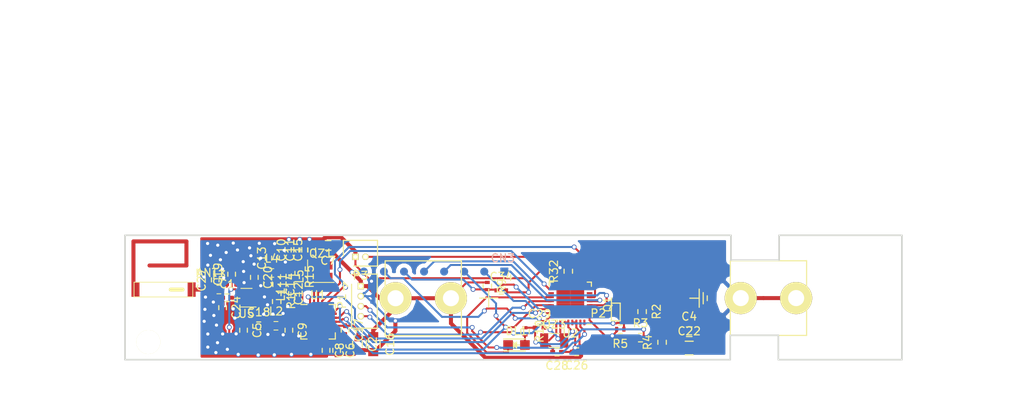
<source format=kicad_pcb>
(kicad_pcb (version 4) (host pcbnew 4.0.2+dfsg1-stable)

  (general
    (links 112)
    (no_connects 0)
    (area 98.195459 99.848999 195.172001 115.543001)
    (thickness 1.6)
    (drawings 23)
    (tracks 575)
    (zones 0)
    (modules 54)
    (nets 57)
  )

  (page A4)
  (layers
    (0 F.Cu signal)
    (31 B.Cu signal)
    (32 B.Adhes user hide)
    (33 F.Adhes user hide)
    (34 B.Paste user hide)
    (35 F.Paste user hide)
    (36 B.SilkS user hide)
    (37 F.SilkS user)
    (38 B.Mask user)
    (39 F.Mask user)
    (40 Dwgs.User user)
    (41 Cmts.User user hide)
    (42 Eco1.User user)
    (43 Eco2.User user hide)
    (44 Edge.Cuts user)
    (45 Margin user hide)
    (46 B.CrtYd user hide)
    (47 F.CrtYd user)
    (48 B.Fab user)
    (49 F.Fab user)
  )

  (setup
    (last_trace_width 0.25)
    (trace_clearance 0.2)
    (zone_clearance 0.15)
    (zone_45_only yes)
    (trace_min 0.2)
    (segment_width 0.2)
    (edge_width 0.2)
    (via_size 0.6)
    (via_drill 0.4)
    (via_min_size 0.4)
    (via_min_drill 0.3)
    (uvia_size 0.3)
    (uvia_drill 0.1)
    (uvias_allowed no)
    (uvia_min_size 0.2)
    (uvia_min_drill 0.1)
    (pcb_text_width 0.3)
    (pcb_text_size 1.5 1.5)
    (mod_edge_width 0.15)
    (mod_text_size 1 1)
    (mod_text_width 0.15)
    (pad_size 1.5 1.5)
    (pad_drill 0.6)
    (pad_to_mask_clearance 0)
    (aux_axis_origin 16.98244 194.16014)
    (visible_elements FFFCFF7F)
    (pcbplotparams
      (layerselection 0x3ffff_80000001)
      (usegerberextensions false)
      (excludeedgelayer false)
      (linewidth 0.100000)
      (plotframeref false)
      (viasonmask false)
      (mode 1)
      (useauxorigin false)
      (hpglpennumber 1)
      (hpglpenspeed 20)
      (hpglpendiameter 15)
      (hpglpenoverlay 2)
      (psnegative false)
      (psa4output false)
      (plotreference true)
      (plotvalue true)
      (plotinvisibletext false)
      (padsonsilk false)
      (subtractmaskfromsilk false)
      (outputformat 1)
      (mirror false)
      (drillshape 0)
      (scaleselection 1)
      (outputdirectory 03_fabrication/))
  )

  (net 0 "")
  (net 1 "Net-(ANT1-Pad1)")
  (net 2 "Net-(C1-Pad1)")
  (net 3 "Net-(C1-Pad2)")
  (net 4 VCC)
  (net 5 GND)
  (net 6 "Net-(C5-Pad1)")
  (net 7 "Net-(C6-Pad1)")
  (net 8 "Net-(C9-Pad1)")
  (net 9 "Net-(C12-Pad1)")
  (net 10 "Net-(C12-Pad2)")
  (net 11 "Net-(C13-Pad1)")
  (net 12 "Net-(C14-Pad2)")
  (net 13 "Net-(C18-Pad1)")
  (net 14 "Net-(C18-Pad2)")
  (net 15 "Net-(C19-Pad1)")
  (net 16 "Net-(C20-Pad1)")
  (net 17 "Net-(C20-Pad2)")
  (net 18 "Net-(C28-Pad2)")
  (net 19 "Net-(C29-Pad2)")
  (net 20 "Net-(C34-Pad1)")
  (net 21 SI)
  (net 22 SO)
  (net 23 "Net-(CN3-Pad4)")
  (net 24 "Net-(CN3-Pad5)")
  (net 25 "Net-(CN3-Pad7)")
  (net 26 "Net-(DL1-Pad2)")
  (net 27 "Net-(DL1-Pad1)")
  (net 28 "Net-(L1-Pad2)")
  (net 29 /White)
  (net 30 /Yellow)
  (net 31 "Net-(Q1-Pad2)")
  (net 32 /TX)
  (net 33 "Net-(QZ1-Pad1)")
  (net 34 "Net-(QZ1-Pad2)")
  (net 35 /RX)
  (net 36 "Net-(R32-Pad1)")
  (net 37 "Net-(U1-Pad5)")
  (net 38 "Net-(U1-Pad6)")
  (net 39 "Net-(U1-Pad9)")
  (net 40 "Net-(U1-Pad11)")
  (net 41 CLK)
  (net 42 CS)
  (net 43 IRQ)
  (net 44 PD)
  (net 45 "Net-(U2-Pad3)")
  (net 46 "Net-(U2-Pad7)")
  (net 47 "Net-(U2-Pad8)")
  (net 48 "Net-(U2-Pad9)")
  (net 49 "Net-(U2-Pad11)")
  (net 50 "Net-(U2-Pad12)")
  (net 51 "Net-(U2-Pad14)")
  (net 52 "Net-(U2-Pad15)")
  (net 53 "Net-(U2-Pad16)")
  (net 54 "Net-(U2-Pad18)")
  (net 55 "Net-(U2-Pad32)")
  (net 56 "Net-(P3-Pad2)")

  (net_class Default "This is the default net class."
    (clearance 0.2)
    (trace_width 0.25)
    (via_dia 0.6)
    (via_drill 0.4)
    (uvia_dia 0.3)
    (uvia_drill 0.1)
    (add_net /RX)
    (add_net /TX)
    (add_net /White)
    (add_net /Yellow)
    (add_net CLK)
    (add_net CS)
    (add_net GND)
    (add_net IRQ)
    (add_net "Net-(ANT1-Pad1)")
    (add_net "Net-(C1-Pad1)")
    (add_net "Net-(C1-Pad2)")
    (add_net "Net-(C12-Pad1)")
    (add_net "Net-(C12-Pad2)")
    (add_net "Net-(C13-Pad1)")
    (add_net "Net-(C14-Pad2)")
    (add_net "Net-(C18-Pad1)")
    (add_net "Net-(C18-Pad2)")
    (add_net "Net-(C19-Pad1)")
    (add_net "Net-(C20-Pad1)")
    (add_net "Net-(C20-Pad2)")
    (add_net "Net-(C28-Pad2)")
    (add_net "Net-(C29-Pad2)")
    (add_net "Net-(C34-Pad1)")
    (add_net "Net-(C5-Pad1)")
    (add_net "Net-(C6-Pad1)")
    (add_net "Net-(C9-Pad1)")
    (add_net "Net-(CN3-Pad4)")
    (add_net "Net-(CN3-Pad5)")
    (add_net "Net-(CN3-Pad7)")
    (add_net "Net-(DL1-Pad1)")
    (add_net "Net-(DL1-Pad2)")
    (add_net "Net-(L1-Pad2)")
    (add_net "Net-(P3-Pad2)")
    (add_net "Net-(Q1-Pad2)")
    (add_net "Net-(QZ1-Pad1)")
    (add_net "Net-(QZ1-Pad2)")
    (add_net "Net-(R32-Pad1)")
    (add_net "Net-(U1-Pad11)")
    (add_net "Net-(U1-Pad5)")
    (add_net "Net-(U1-Pad6)")
    (add_net "Net-(U1-Pad9)")
    (add_net "Net-(U2-Pad11)")
    (add_net "Net-(U2-Pad12)")
    (add_net "Net-(U2-Pad14)")
    (add_net "Net-(U2-Pad15)")
    (add_net "Net-(U2-Pad16)")
    (add_net "Net-(U2-Pad18)")
    (add_net "Net-(U2-Pad3)")
    (add_net "Net-(U2-Pad32)")
    (add_net "Net-(U2-Pad7)")
    (add_net "Net-(U2-Pad8)")
    (add_net "Net-(U2-Pad9)")
    (add_net PD)
    (add_net SI)
    (add_net SO)
    (add_net VCC)
  )

  (module Connectors_Molex:Connector_Molex_PicoBlade_53047-0210 (layer F.Cu) (tedit 0) (tstamp 5BB70DD6)
    (at 127 102.63124)
    (descr "Molex PicoBlade 1.25mm shrouded header. Vertical. 2 ways")
    (path /5BB628D6)
    (fp_text reference P3 (at 0.625 2.35) (layer F.SilkS)
      (effects (font (size 1 1) (thickness 0.15)))
    )
    (fp_text value "TAMPER CONNECTOR" (at 0.625 -3.25) (layer F.Fab)
      (effects (font (size 1 1) (thickness 0.15)))
    )
    (fp_line (start -1.5 -0.12) (end -1.5 -2.05) (layer F.SilkS) (width 0.15))
    (fp_line (start -1.5 -2.05) (end 2.75 -2.05) (layer F.SilkS) (width 0.15))
    (fp_line (start 2.75 -2.05) (end 2.75 1.15) (layer F.SilkS) (width 0.15))
    (fp_line (start 2.75 1.15) (end -0.23 1.15) (layer F.SilkS) (width 0.15))
    (fp_line (start 0 1.65) (end 0.5 2.15) (layer F.SilkS) (width 0.15))
    (fp_line (start 0.5 2.15) (end -0.5 2.15) (layer F.SilkS) (width 0.15))
    (fp_line (start -0.5 2.15) (end 0 1.65) (layer F.SilkS) (width 0.15))
    (fp_line (start -0.23 1.15) (end -1.5 -0.12) (layer F.Fab) (width 0.2))
    (fp_line (start -1.5 -0.12) (end -1.5 -2.05) (layer F.Fab) (width 0.2))
    (fp_line (start -1.5 -2.05) (end 2.75 -2.05) (layer F.Fab) (width 0.2))
    (fp_line (start 2.75 -2.05) (end 2.75 1.15) (layer F.Fab) (width 0.2))
    (fp_line (start 2.75 1.15) (end -0.23 1.15) (layer F.Fab) (width 0.2))
    (pad 1 thru_hole rect (at 0 0) (size 0.8 0.8) (drill 0.5) (layers *.Cu *.Mask F.SilkS)
      (net 5 GND))
    (pad 2 thru_hole oval (at 1.25 0) (size 0.8 0.8) (drill 0.5) (layers *.Cu *.Mask F.SilkS)
      (net 56 "Net-(P3-Pad2)"))
    (model Connectors_Molex.3dshapes/Connector_Molex_PicoBlade_53047-0210.wrl
      (at (xyz 0.0246063 0 0))
      (scale (xyz 1 1 1))
      (rotate (xyz 0 0 180))
    )
  )

  (module Capacitors_SMD:C_0402 (layer F.Cu) (tedit 5415D599) (tstamp 5BB2316B)
    (at 111.00458 107.73156)
    (descr "Capacitor SMD 0402, reflow soldering, AVX (see smccp.pdf)")
    (tags "capacitor 0402")
    (path /53F4C1B5/53F4CB37)
    (attr smd)
    (fp_text reference C1 (at 0 -1.7) (layer F.SilkS)
      (effects (font (size 1 1) (thickness 0.15)))
    )
    (fp_text value 68p (at 0 1.7) (layer F.Fab)
      (effects (font (size 1 1) (thickness 0.15)))
    )
    (fp_line (start -1.15 -0.6) (end 1.15 -0.6) (layer F.CrtYd) (width 0.05))
    (fp_line (start -1.15 0.6) (end 1.15 0.6) (layer F.CrtYd) (width 0.05))
    (fp_line (start -1.15 -0.6) (end -1.15 0.6) (layer F.CrtYd) (width 0.05))
    (fp_line (start 1.15 -0.6) (end 1.15 0.6) (layer F.CrtYd) (width 0.05))
    (fp_line (start 0.25 -0.475) (end -0.25 -0.475) (layer F.SilkS) (width 0.15))
    (fp_line (start -0.25 0.475) (end 0.25 0.475) (layer F.SilkS) (width 0.15))
    (pad 1 smd rect (at -0.55 0) (size 0.6 0.5) (layers F.Cu F.Paste F.Mask)
      (net 2 "Net-(C1-Pad1)"))
    (pad 2 smd rect (at 0.55 0) (size 0.6 0.5) (layers F.Cu F.Paste F.Mask)
      (net 3 "Net-(C1-Pad2)"))
    (model Capacitors_SMD.3dshapes/C_0402.wrl
      (at (xyz 0 0 0))
      (scale (xyz 1 1 1))
      (rotate (xyz 0 0 0))
    )
  )

  (module Capacitors_SMD:C_0402 (layer F.Cu) (tedit 5415D599) (tstamp 5BB2317D)
    (at 113.0625 111.77524 270)
    (descr "Capacitor SMD 0402, reflow soldering, AVX (see smccp.pdf)")
    (tags "capacitor 0402")
    (path /53F4C1B5/53F4C69B)
    (attr smd)
    (fp_text reference C5 (at 0 -1.7 270) (layer F.SilkS)
      (effects (font (size 1 1) (thickness 0.15)))
    )
    (fp_text value 1p (at 0 1.7 270) (layer F.Fab)
      (effects (font (size 1 1) (thickness 0.15)))
    )
    (fp_line (start -1.15 -0.6) (end 1.15 -0.6) (layer F.CrtYd) (width 0.05))
    (fp_line (start -1.15 0.6) (end 1.15 0.6) (layer F.CrtYd) (width 0.05))
    (fp_line (start -1.15 -0.6) (end -1.15 0.6) (layer F.CrtYd) (width 0.05))
    (fp_line (start 1.15 -0.6) (end 1.15 0.6) (layer F.CrtYd) (width 0.05))
    (fp_line (start 0.25 -0.475) (end -0.25 -0.475) (layer F.SilkS) (width 0.15))
    (fp_line (start -0.25 0.475) (end 0.25 0.475) (layer F.SilkS) (width 0.15))
    (pad 1 smd rect (at -0.55 0 270) (size 0.6 0.5) (layers F.Cu F.Paste F.Mask)
      (net 6 "Net-(C5-Pad1)"))
    (pad 2 smd rect (at 0.55 0 270) (size 0.6 0.5) (layers F.Cu F.Paste F.Mask)
      (net 5 GND))
    (model Capacitors_SMD.3dshapes/C_0402.wrl
      (at (xyz 0 0 0))
      (scale (xyz 1 1 1))
      (rotate (xyz 0 0 0))
    )
  )

  (module Capacitors_SMD:C_0402 (layer F.Cu) (tedit 5415D599) (tstamp 5BB23183)
    (at 124.65964 114.28436 270)
    (descr "Capacitor SMD 0402, reflow soldering, AVX (see smccp.pdf)")
    (tags "capacitor 0402")
    (path /53F4C1B5/53F4B2E7)
    (attr smd)
    (fp_text reference C6 (at 0 -1.7 270) (layer F.SilkS)
      (effects (font (size 1 1) (thickness 0.15)))
    )
    (fp_text value 1u (at 0 1.7 270) (layer F.Fab)
      (effects (font (size 1 1) (thickness 0.15)))
    )
    (fp_line (start -1.15 -0.6) (end 1.15 -0.6) (layer F.CrtYd) (width 0.05))
    (fp_line (start -1.15 0.6) (end 1.15 0.6) (layer F.CrtYd) (width 0.05))
    (fp_line (start -1.15 -0.6) (end -1.15 0.6) (layer F.CrtYd) (width 0.05))
    (fp_line (start 1.15 -0.6) (end 1.15 0.6) (layer F.CrtYd) (width 0.05))
    (fp_line (start 0.25 -0.475) (end -0.25 -0.475) (layer F.SilkS) (width 0.15))
    (fp_line (start -0.25 0.475) (end 0.25 0.475) (layer F.SilkS) (width 0.15))
    (pad 1 smd rect (at -0.55 0 270) (size 0.6 0.5) (layers F.Cu F.Paste F.Mask)
      (net 7 "Net-(C6-Pad1)"))
    (pad 2 smd rect (at 0.55 0 270) (size 0.6 0.5) (layers F.Cu F.Paste F.Mask)
      (net 5 GND))
    (model Capacitors_SMD.3dshapes/C_0402.wrl
      (at (xyz 0 0 0))
      (scale (xyz 1 1 1))
      (rotate (xyz 0 0 0))
    )
  )

  (module Capacitors_SMD:C_0603 (layer F.Cu) (tedit 5415D631) (tstamp 5BB23189)
    (at 123.60044 101.20376 180)
    (descr "Capacitor SMD 0603, reflow soldering, AVX (see smccp.pdf)")
    (tags "capacitor 0603")
    (path /53F4C1B5/53F4B539)
    (attr smd)
    (fp_text reference C7 (at 0 -1.9 180) (layer F.SilkS)
      (effects (font (size 1 1) (thickness 0.15)))
    )
    (fp_text value 2u2 (at 0 1.9 180) (layer F.Fab)
      (effects (font (size 1 1) (thickness 0.15)))
    )
    (fp_line (start -1.45 -0.75) (end 1.45 -0.75) (layer F.CrtYd) (width 0.05))
    (fp_line (start -1.45 0.75) (end 1.45 0.75) (layer F.CrtYd) (width 0.05))
    (fp_line (start -1.45 -0.75) (end -1.45 0.75) (layer F.CrtYd) (width 0.05))
    (fp_line (start 1.45 -0.75) (end 1.45 0.75) (layer F.CrtYd) (width 0.05))
    (fp_line (start -0.35 -0.6) (end 0.35 -0.6) (layer F.SilkS) (width 0.15))
    (fp_line (start 0.35 0.6) (end -0.35 0.6) (layer F.SilkS) (width 0.15))
    (pad 1 smd rect (at -0.75 0 180) (size 0.8 0.75) (layers F.Cu F.Paste F.Mask)
      (net 4 VCC))
    (pad 2 smd rect (at 0.75 0 180) (size 0.8 0.75) (layers F.Cu F.Paste F.Mask)
      (net 5 GND))
    (model Capacitors_SMD.3dshapes/C_0603.wrl
      (at (xyz 0 0 0))
      (scale (xyz 1 1 1))
      (rotate (xyz 0 0 0))
    )
  )

  (module Capacitors_SMD:C_0402 (layer F.Cu) (tedit 5415D599) (tstamp 5BB2318F)
    (at 123.33864 114.28436 270)
    (descr "Capacitor SMD 0402, reflow soldering, AVX (see smccp.pdf)")
    (tags "capacitor 0402")
    (path /53F4C1B5/53F4B2DA)
    (attr smd)
    (fp_text reference C8 (at 0 -1.7 270) (layer F.SilkS)
      (effects (font (size 1 1) (thickness 0.15)))
    )
    (fp_text value 100n (at 0 1.7 270) (layer F.Fab)
      (effects (font (size 1 1) (thickness 0.15)))
    )
    (fp_line (start -1.15 -0.6) (end 1.15 -0.6) (layer F.CrtYd) (width 0.05))
    (fp_line (start -1.15 0.6) (end 1.15 0.6) (layer F.CrtYd) (width 0.05))
    (fp_line (start -1.15 -0.6) (end -1.15 0.6) (layer F.CrtYd) (width 0.05))
    (fp_line (start 1.15 -0.6) (end 1.15 0.6) (layer F.CrtYd) (width 0.05))
    (fp_line (start 0.25 -0.475) (end -0.25 -0.475) (layer F.SilkS) (width 0.15))
    (fp_line (start -0.25 0.475) (end 0.25 0.475) (layer F.SilkS) (width 0.15))
    (pad 1 smd rect (at -0.55 0 270) (size 0.6 0.5) (layers F.Cu F.Paste F.Mask)
      (net 7 "Net-(C6-Pad1)"))
    (pad 2 smd rect (at 0.55 0 270) (size 0.6 0.5) (layers F.Cu F.Paste F.Mask)
      (net 5 GND))
    (model Capacitors_SMD.3dshapes/C_0402.wrl
      (at (xyz 0 0 0))
      (scale (xyz 1 1 1))
      (rotate (xyz 0 0 0))
    )
  )

  (module Capacitors_SMD:C_0402 (layer F.Cu) (tedit 5415D599) (tstamp 5BB23195)
    (at 118.7084 111.77524 270)
    (descr "Capacitor SMD 0402, reflow soldering, AVX (see smccp.pdf)")
    (tags "capacitor 0402")
    (path /53F4C1B5/54626D46)
    (attr smd)
    (fp_text reference C9 (at 0 -1.7 270) (layer F.SilkS)
      (effects (font (size 1 1) (thickness 0.15)))
    )
    (fp_text value 3p9 (at 0 1.7 270) (layer F.Fab)
      (effects (font (size 1 1) (thickness 0.15)))
    )
    (fp_line (start -1.15 -0.6) (end 1.15 -0.6) (layer F.CrtYd) (width 0.05))
    (fp_line (start -1.15 0.6) (end 1.15 0.6) (layer F.CrtYd) (width 0.05))
    (fp_line (start -1.15 -0.6) (end -1.15 0.6) (layer F.CrtYd) (width 0.05))
    (fp_line (start 1.15 -0.6) (end 1.15 0.6) (layer F.CrtYd) (width 0.05))
    (fp_line (start 0.25 -0.475) (end -0.25 -0.475) (layer F.SilkS) (width 0.15))
    (fp_line (start -0.25 0.475) (end 0.25 0.475) (layer F.SilkS) (width 0.15))
    (pad 1 smd rect (at -0.55 0 270) (size 0.6 0.5) (layers F.Cu F.Paste F.Mask)
      (net 8 "Net-(C9-Pad1)"))
    (pad 2 smd rect (at 0.55 0 270) (size 0.6 0.5) (layers F.Cu F.Paste F.Mask)
      (net 5 GND))
    (model Capacitors_SMD.3dshapes/C_0402.wrl
      (at (xyz 0 0 0))
      (scale (xyz 1 1 1))
      (rotate (xyz 0 0 0))
    )
  )

  (module Capacitors_SMD:C_0402 (layer F.Cu) (tedit 5415D599) (tstamp 5BB2319B)
    (at 119.47568 101.78034 90)
    (descr "Capacitor SMD 0402, reflow soldering, AVX (see smccp.pdf)")
    (tags "capacitor 0402")
    (path /53F4C1B5/53F4B552)
    (attr smd)
    (fp_text reference C10 (at 0 -1.7 90) (layer F.SilkS)
      (effects (font (size 1 1) (thickness 0.15)))
    )
    (fp_text value 33p (at 0 1.7 90) (layer F.Fab)
      (effects (font (size 1 1) (thickness 0.15)))
    )
    (fp_line (start -1.15 -0.6) (end 1.15 -0.6) (layer F.CrtYd) (width 0.05))
    (fp_line (start -1.15 0.6) (end 1.15 0.6) (layer F.CrtYd) (width 0.05))
    (fp_line (start -1.15 -0.6) (end -1.15 0.6) (layer F.CrtYd) (width 0.05))
    (fp_line (start 1.15 -0.6) (end 1.15 0.6) (layer F.CrtYd) (width 0.05))
    (fp_line (start 0.25 -0.475) (end -0.25 -0.475) (layer F.SilkS) (width 0.15))
    (fp_line (start -0.25 0.475) (end 0.25 0.475) (layer F.SilkS) (width 0.15))
    (pad 1 smd rect (at -0.55 0 90) (size 0.6 0.5) (layers F.Cu F.Paste F.Mask)
      (net 4 VCC))
    (pad 2 smd rect (at 0.55 0 90) (size 0.6 0.5) (layers F.Cu F.Paste F.Mask)
      (net 5 GND))
    (model Capacitors_SMD.3dshapes/C_0402.wrl
      (at (xyz 0 0 0))
      (scale (xyz 1 1 1))
      (rotate (xyz 0 0 0))
    )
  )

  (module Capacitors_SMD:C_0402 (layer F.Cu) (tedit 5415D599) (tstamp 5BB231A1)
    (at 120.56768 101.78034 90)
    (descr "Capacitor SMD 0402, reflow soldering, AVX (see smccp.pdf)")
    (tags "capacitor 0402")
    (path /53F4C1B5/53F4B54C)
    (attr smd)
    (fp_text reference C11 (at 0 -1.7 90) (layer F.SilkS)
      (effects (font (size 1 1) (thickness 0.15)))
    )
    (fp_text value 100p (at 0 1.7 90) (layer F.Fab)
      (effects (font (size 1 1) (thickness 0.15)))
    )
    (fp_line (start -1.15 -0.6) (end 1.15 -0.6) (layer F.CrtYd) (width 0.05))
    (fp_line (start -1.15 0.6) (end 1.15 0.6) (layer F.CrtYd) (width 0.05))
    (fp_line (start -1.15 -0.6) (end -1.15 0.6) (layer F.CrtYd) (width 0.05))
    (fp_line (start 1.15 -0.6) (end 1.15 0.6) (layer F.CrtYd) (width 0.05))
    (fp_line (start 0.25 -0.475) (end -0.25 -0.475) (layer F.SilkS) (width 0.15))
    (fp_line (start -0.25 0.475) (end 0.25 0.475) (layer F.SilkS) (width 0.15))
    (pad 1 smd rect (at -0.55 0 90) (size 0.6 0.5) (layers F.Cu F.Paste F.Mask)
      (net 4 VCC))
    (pad 2 smd rect (at 0.55 0 90) (size 0.6 0.5) (layers F.Cu F.Paste F.Mask)
      (net 5 GND))
    (model Capacitors_SMD.3dshapes/C_0402.wrl
      (at (xyz 0 0 0))
      (scale (xyz 1 1 1))
      (rotate (xyz 0 0 0))
    )
  )

  (module Capacitors_SMD:C_0402 (layer F.Cu) (tedit 5415D599) (tstamp 5BB231A7)
    (at 118.21056 107.21594 270)
    (descr "Capacitor SMD 0402, reflow soldering, AVX (see smccp.pdf)")
    (tags "capacitor 0402")
    (path /53F4C1B5/53F4BC4C)
    (attr smd)
    (fp_text reference C12 (at 0 -1.7 270) (layer F.SilkS)
      (effects (font (size 1 1) (thickness 0.15)))
    )
    (fp_text value 39p (at 0 1.7 270) (layer F.Fab)
      (effects (font (size 1 1) (thickness 0.15)))
    )
    (fp_line (start -1.15 -0.6) (end 1.15 -0.6) (layer F.CrtYd) (width 0.05))
    (fp_line (start -1.15 0.6) (end 1.15 0.6) (layer F.CrtYd) (width 0.05))
    (fp_line (start -1.15 -0.6) (end -1.15 0.6) (layer F.CrtYd) (width 0.05))
    (fp_line (start 1.15 -0.6) (end 1.15 0.6) (layer F.CrtYd) (width 0.05))
    (fp_line (start 0.25 -0.475) (end -0.25 -0.475) (layer F.SilkS) (width 0.15))
    (fp_line (start -0.25 0.475) (end 0.25 0.475) (layer F.SilkS) (width 0.15))
    (pad 1 smd rect (at -0.55 0 270) (size 0.6 0.5) (layers F.Cu F.Paste F.Mask)
      (net 9 "Net-(C12-Pad1)"))
    (pad 2 smd rect (at 0.55 0 270) (size 0.6 0.5) (layers F.Cu F.Paste F.Mask)
      (net 10 "Net-(C12-Pad2)"))
    (model Capacitors_SMD.3dshapes/C_0402.wrl
      (at (xyz 0 0 0))
      (scale (xyz 1 1 1))
      (rotate (xyz 0 0 0))
    )
  )

  (module Capacitors_SMD:C_0402 (layer F.Cu) (tedit 5415D599) (tstamp 5BB231AD)
    (at 117.04216 102.79498 90)
    (descr "Capacitor SMD 0402, reflow soldering, AVX (see smccp.pdf)")
    (tags "capacitor 0402")
    (path /53F4C1B5/53F4C14C)
    (attr smd)
    (fp_text reference C13 (at 0 -1.7 90) (layer F.SilkS)
      (effects (font (size 1 1) (thickness 0.15)))
    )
    (fp_text value 3p3 (at 0 1.7 90) (layer F.Fab)
      (effects (font (size 1 1) (thickness 0.15)))
    )
    (fp_line (start -1.15 -0.6) (end 1.15 -0.6) (layer F.CrtYd) (width 0.05))
    (fp_line (start -1.15 0.6) (end 1.15 0.6) (layer F.CrtYd) (width 0.05))
    (fp_line (start -1.15 -0.6) (end -1.15 0.6) (layer F.CrtYd) (width 0.05))
    (fp_line (start 1.15 -0.6) (end 1.15 0.6) (layer F.CrtYd) (width 0.05))
    (fp_line (start 0.25 -0.475) (end -0.25 -0.475) (layer F.SilkS) (width 0.15))
    (fp_line (start -0.25 0.475) (end 0.25 0.475) (layer F.SilkS) (width 0.15))
    (pad 1 smd rect (at -0.55 0 90) (size 0.6 0.5) (layers F.Cu F.Paste F.Mask)
      (net 11 "Net-(C13-Pad1)"))
    (pad 2 smd rect (at 0.55 0 90) (size 0.6 0.5) (layers F.Cu F.Paste F.Mask)
      (net 5 GND))
    (model Capacitors_SMD.3dshapes/C_0402.wrl
      (at (xyz 0 0 0))
      (scale (xyz 1 1 1))
      (rotate (xyz 0 0 0))
    )
  )

  (module Capacitors_SMD:C_0402 (layer F.Cu) (tedit 5415D599) (tstamp 5BB231B3)
    (at 117.19202 106.08056 270)
    (descr "Capacitor SMD 0402, reflow soldering, AVX (see smccp.pdf)")
    (tags "capacitor 0402")
    (path /53F4C1B5/53F4BD1B)
    (attr smd)
    (fp_text reference C14 (at 0 -1.7 270) (layer F.SilkS)
      (effects (font (size 1 1) (thickness 0.15)))
    )
    (fp_text value 6p (at 0 1.7 270) (layer F.Fab)
      (effects (font (size 1 1) (thickness 0.15)))
    )
    (fp_line (start -1.15 -0.6) (end 1.15 -0.6) (layer F.CrtYd) (width 0.05))
    (fp_line (start -1.15 0.6) (end 1.15 0.6) (layer F.CrtYd) (width 0.05))
    (fp_line (start -1.15 -0.6) (end -1.15 0.6) (layer F.CrtYd) (width 0.05))
    (fp_line (start 1.15 -0.6) (end 1.15 0.6) (layer F.CrtYd) (width 0.05))
    (fp_line (start 0.25 -0.475) (end -0.25 -0.475) (layer F.SilkS) (width 0.15))
    (fp_line (start -0.25 0.475) (end 0.25 0.475) (layer F.SilkS) (width 0.15))
    (pad 1 smd rect (at -0.55 0 270) (size 0.6 0.5) (layers F.Cu F.Paste F.Mask)
      (net 9 "Net-(C12-Pad1)"))
    (pad 2 smd rect (at 0.55 0 270) (size 0.6 0.5) (layers F.Cu F.Paste F.Mask)
      (net 12 "Net-(C14-Pad2)"))
    (model Capacitors_SMD.3dshapes/C_0402.wrl
      (at (xyz 0 0 0))
      (scale (xyz 1 1 1))
      (rotate (xyz 0 0 0))
    )
  )

  (module Capacitors_SMD:C_0402 (layer F.Cu) (tedit 5415D599) (tstamp 5BB231B9)
    (at 121.55868 101.78034 90)
    (descr "Capacitor SMD 0402, reflow soldering, AVX (see smccp.pdf)")
    (tags "capacitor 0402")
    (path /53F4C1B5/53F4B546)
    (attr smd)
    (fp_text reference C15 (at 0 -1.7 90) (layer F.SilkS)
      (effects (font (size 1 1) (thickness 0.15)))
    )
    (fp_text value 100n (at 0 1.7 90) (layer F.Fab)
      (effects (font (size 1 1) (thickness 0.15)))
    )
    (fp_line (start -1.15 -0.6) (end 1.15 -0.6) (layer F.CrtYd) (width 0.05))
    (fp_line (start -1.15 0.6) (end 1.15 0.6) (layer F.CrtYd) (width 0.05))
    (fp_line (start -1.15 -0.6) (end -1.15 0.6) (layer F.CrtYd) (width 0.05))
    (fp_line (start 1.15 -0.6) (end 1.15 0.6) (layer F.CrtYd) (width 0.05))
    (fp_line (start 0.25 -0.475) (end -0.25 -0.475) (layer F.SilkS) (width 0.15))
    (fp_line (start -0.25 0.475) (end 0.25 0.475) (layer F.SilkS) (width 0.15))
    (pad 1 smd rect (at -0.55 0 90) (size 0.6 0.5) (layers F.Cu F.Paste F.Mask)
      (net 4 VCC))
    (pad 2 smd rect (at 0.55 0 90) (size 0.6 0.5) (layers F.Cu F.Paste F.Mask)
      (net 5 GND))
    (model Capacitors_SMD.3dshapes/C_0402.wrl
      (at (xyz 0 0 0))
      (scale (xyz 1 1 1))
      (rotate (xyz 0 0 0))
    )
  )

  (module Capacitors_SMD:C_0805 (layer F.Cu) (tedit 5415D6EA) (tstamp 5BB231BF)
    (at 129.21488 113.50752 270)
    (descr "Capacitor SMD 0805, reflow soldering, AVX (see smccp.pdf)")
    (tags "capacitor 0805")
    (path /53F1E72C)
    (attr smd)
    (fp_text reference C16 (at 0 -2.1 270) (layer F.SilkS)
      (effects (font (size 1 1) (thickness 0.15)))
    )
    (fp_text value 47u/50V (at 0 2.1 270) (layer F.Fab)
      (effects (font (size 1 1) (thickness 0.15)))
    )
    (fp_line (start -1.8 -1) (end 1.8 -1) (layer F.CrtYd) (width 0.05))
    (fp_line (start -1.8 1) (end 1.8 1) (layer F.CrtYd) (width 0.05))
    (fp_line (start -1.8 -1) (end -1.8 1) (layer F.CrtYd) (width 0.05))
    (fp_line (start 1.8 -1) (end 1.8 1) (layer F.CrtYd) (width 0.05))
    (fp_line (start 0.5 -0.85) (end -0.5 -0.85) (layer F.SilkS) (width 0.15))
    (fp_line (start -0.5 0.85) (end 0.5 0.85) (layer F.SilkS) (width 0.15))
    (pad 1 smd rect (at -1 0 270) (size 1 1.25) (layers F.Cu F.Paste F.Mask)
      (net 4 VCC))
    (pad 2 smd rect (at 1 0 270) (size 1 1.25) (layers F.Cu F.Paste F.Mask)
      (net 5 GND))
    (model Capacitors_SMD.3dshapes/C_0805.wrl
      (at (xyz 0 0 0))
      (scale (xyz 1 1 1))
      (rotate (xyz 0 0 0))
    )
  )

  (module Capacitors_SMD:C_0402 (layer F.Cu) (tedit 5415D599) (tstamp 5BB231C5)
    (at 125.70968 111.76254 270)
    (descr "Capacitor SMD 0402, reflow soldering, AVX (see smccp.pdf)")
    (tags "capacitor 0402")
    (path /53F4C1B5/53F4AF6E)
    (attr smd)
    (fp_text reference C17 (at 0 -1.7 270) (layer F.SilkS)
      (effects (font (size 1 1) (thickness 0.15)))
    )
    (fp_text value 100n (at 0 1.7 270) (layer F.Fab)
      (effects (font (size 1 1) (thickness 0.15)))
    )
    (fp_line (start -1.15 -0.6) (end 1.15 -0.6) (layer F.CrtYd) (width 0.05))
    (fp_line (start -1.15 0.6) (end 1.15 0.6) (layer F.CrtYd) (width 0.05))
    (fp_line (start -1.15 -0.6) (end -1.15 0.6) (layer F.CrtYd) (width 0.05))
    (fp_line (start 1.15 -0.6) (end 1.15 0.6) (layer F.CrtYd) (width 0.05))
    (fp_line (start 0.25 -0.475) (end -0.25 -0.475) (layer F.SilkS) (width 0.15))
    (fp_line (start -0.25 0.475) (end 0.25 0.475) (layer F.SilkS) (width 0.15))
    (pad 1 smd rect (at -0.55 0 270) (size 0.6 0.5) (layers F.Cu F.Paste F.Mask)
      (net 4 VCC))
    (pad 2 smd rect (at 0.55 0 270) (size 0.6 0.5) (layers F.Cu F.Paste F.Mask)
      (net 5 GND))
    (model Capacitors_SMD.3dshapes/C_0402.wrl
      (at (xyz 0 0 0))
      (scale (xyz 1 1 1))
      (rotate (xyz 0 0 0))
    )
  )

  (module Capacitors_SMD:C_0402 (layer F.Cu) (tedit 5415D599) (tstamp 5BB231CB)
    (at 114.9531 111.22152)
    (descr "Capacitor SMD 0402, reflow soldering, AVX (see smccp.pdf)")
    (tags "capacitor 0402")
    (path /53F4C1B5/53F4BB9F)
    (attr smd)
    (fp_text reference C18 (at 0 -1.7) (layer F.SilkS)
      (effects (font (size 1 1) (thickness 0.15)))
    )
    (fp_text value 6p8 (at 0 1.7) (layer F.Fab)
      (effects (font (size 1 1) (thickness 0.15)))
    )
    (fp_line (start -1.15 -0.6) (end 1.15 -0.6) (layer F.CrtYd) (width 0.05))
    (fp_line (start -1.15 0.6) (end 1.15 0.6) (layer F.CrtYd) (width 0.05))
    (fp_line (start -1.15 -0.6) (end -1.15 0.6) (layer F.CrtYd) (width 0.05))
    (fp_line (start 1.15 -0.6) (end 1.15 0.6) (layer F.CrtYd) (width 0.05))
    (fp_line (start 0.25 -0.475) (end -0.25 -0.475) (layer F.SilkS) (width 0.15))
    (fp_line (start -0.25 0.475) (end 0.25 0.475) (layer F.SilkS) (width 0.15))
    (pad 1 smd rect (at -0.55 0) (size 0.6 0.5) (layers F.Cu F.Paste F.Mask)
      (net 13 "Net-(C18-Pad1)"))
    (pad 2 smd rect (at 0.55 0) (size 0.6 0.5) (layers F.Cu F.Paste F.Mask)
      (net 14 "Net-(C18-Pad2)"))
    (model Capacitors_SMD.3dshapes/C_0402.wrl
      (at (xyz 0 0 0))
      (scale (xyz 1 1 1))
      (rotate (xyz 0 0 0))
    )
  )

  (module Capacitors_SMD:C_0402 (layer F.Cu) (tedit 5415D599) (tstamp 5BB231D1)
    (at 111.5822 104.79786 90)
    (descr "Capacitor SMD 0402, reflow soldering, AVX (see smccp.pdf)")
    (tags "capacitor 0402")
    (path /53F4C1B5/53F4C6A1)
    (attr smd)
    (fp_text reference C19 (at 0 -1.7 90) (layer F.SilkS)
      (effects (font (size 1 1) (thickness 0.15)))
    )
    (fp_text value 1p (at 0 1.7 90) (layer F.Fab)
      (effects (font (size 1 1) (thickness 0.15)))
    )
    (fp_line (start -1.15 -0.6) (end 1.15 -0.6) (layer F.CrtYd) (width 0.05))
    (fp_line (start -1.15 0.6) (end 1.15 0.6) (layer F.CrtYd) (width 0.05))
    (fp_line (start -1.15 -0.6) (end -1.15 0.6) (layer F.CrtYd) (width 0.05))
    (fp_line (start 1.15 -0.6) (end 1.15 0.6) (layer F.CrtYd) (width 0.05))
    (fp_line (start 0.25 -0.475) (end -0.25 -0.475) (layer F.SilkS) (width 0.15))
    (fp_line (start -0.25 0.475) (end 0.25 0.475) (layer F.SilkS) (width 0.15))
    (pad 1 smd rect (at -0.55 0 90) (size 0.6 0.5) (layers F.Cu F.Paste F.Mask)
      (net 15 "Net-(C19-Pad1)"))
    (pad 2 smd rect (at 0.55 0 90) (size 0.6 0.5) (layers F.Cu F.Paste F.Mask)
      (net 5 GND))
    (model Capacitors_SMD.3dshapes/C_0402.wrl
      (at (xyz 0 0 0))
      (scale (xyz 1 1 1))
      (rotate (xyz 0 0 0))
    )
  )

  (module Capacitors_SMD:C_0402 (layer F.Cu) (tedit 5415D599) (tstamp 5BB231D7)
    (at 114.40668 105.1902 270)
    (descr "Capacitor SMD 0402, reflow soldering, AVX (see smccp.pdf)")
    (tags "capacitor 0402")
    (path /53F4C1B5/53F4C152)
    (attr smd)
    (fp_text reference C20 (at 0 -1.7 270) (layer F.SilkS)
      (effects (font (size 1 1) (thickness 0.15)))
    )
    (fp_text value 68p (at 0 1.7 270) (layer F.Fab)
      (effects (font (size 1 1) (thickness 0.15)))
    )
    (fp_line (start -1.15 -0.6) (end 1.15 -0.6) (layer F.CrtYd) (width 0.05))
    (fp_line (start -1.15 0.6) (end 1.15 0.6) (layer F.CrtYd) (width 0.05))
    (fp_line (start -1.15 -0.6) (end -1.15 0.6) (layer F.CrtYd) (width 0.05))
    (fp_line (start 1.15 -0.6) (end 1.15 0.6) (layer F.CrtYd) (width 0.05))
    (fp_line (start 0.25 -0.475) (end -0.25 -0.475) (layer F.SilkS) (width 0.15))
    (fp_line (start -0.25 0.475) (end 0.25 0.475) (layer F.SilkS) (width 0.15))
    (pad 1 smd rect (at -0.55 0 270) (size 0.6 0.5) (layers F.Cu F.Paste F.Mask)
      (net 16 "Net-(C20-Pad1)"))
    (pad 2 smd rect (at 0.55 0 270) (size 0.6 0.5) (layers F.Cu F.Paste F.Mask)
      (net 17 "Net-(C20-Pad2)"))
    (model Capacitors_SMD.3dshapes/C_0402.wrl
      (at (xyz 0 0 0))
      (scale (xyz 1 1 1))
      (rotate (xyz 0 0 0))
    )
  )

  (module Capacitors_SMD:C_0805 (layer F.Cu) (tedit 5415D6EA) (tstamp 5BB231DD)
    (at 168.578 113.995)
    (descr "Capacitor SMD 0805, reflow soldering, AVX (see smccp.pdf)")
    (tags "capacitor 0805")
    (path /5462CB7B)
    (attr smd)
    (fp_text reference C22 (at 0 -2.1) (layer F.SilkS)
      (effects (font (size 1 1) (thickness 0.15)))
    )
    (fp_text value 47u/50V (at 0 2.1) (layer F.Fab)
      (effects (font (size 1 1) (thickness 0.15)))
    )
    (fp_line (start -1.8 -1) (end 1.8 -1) (layer F.CrtYd) (width 0.05))
    (fp_line (start -1.8 1) (end 1.8 1) (layer F.CrtYd) (width 0.05))
    (fp_line (start -1.8 -1) (end -1.8 1) (layer F.CrtYd) (width 0.05))
    (fp_line (start 1.8 -1) (end 1.8 1) (layer F.CrtYd) (width 0.05))
    (fp_line (start 0.5 -0.85) (end -0.5 -0.85) (layer F.SilkS) (width 0.15))
    (fp_line (start -0.5 0.85) (end 0.5 0.85) (layer F.SilkS) (width 0.15))
    (pad 1 smd rect (at -1 0) (size 1 1.25) (layers F.Cu F.Paste F.Mask)
      (net 4 VCC))
    (pad 2 smd rect (at 1 0) (size 1 1.25) (layers F.Cu F.Paste F.Mask)
      (net 5 GND))
    (model Capacitors_SMD.3dshapes/C_0805.wrl
      (at (xyz 0 0 0))
      (scale (xyz 1 1 1))
      (rotate (xyz 0 0 0))
    )
  )

  (module Capacitors_SMD:C_0402 (layer F.Cu) (tedit 5415D599) (tstamp 5BB231E3)
    (at 110.4534 108.96346 270)
    (descr "Capacitor SMD 0402, reflow soldering, AVX (see smccp.pdf)")
    (tags "capacitor 0402")
    (path /53F4C1B5/53F4CB43)
    (attr smd)
    (fp_text reference C24 (at 0 -1.7 270) (layer F.SilkS)
      (effects (font (size 1 1) (thickness 0.15)))
    )
    (fp_text value 4p7 (at 0 1.7 270) (layer F.Fab)
      (effects (font (size 1 1) (thickness 0.15)))
    )
    (fp_line (start -1.15 -0.6) (end 1.15 -0.6) (layer F.CrtYd) (width 0.05))
    (fp_line (start -1.15 0.6) (end 1.15 0.6) (layer F.CrtYd) (width 0.05))
    (fp_line (start -1.15 -0.6) (end -1.15 0.6) (layer F.CrtYd) (width 0.05))
    (fp_line (start 1.15 -0.6) (end 1.15 0.6) (layer F.CrtYd) (width 0.05))
    (fp_line (start 0.25 -0.475) (end -0.25 -0.475) (layer F.SilkS) (width 0.15))
    (fp_line (start -0.25 0.475) (end 0.25 0.475) (layer F.SilkS) (width 0.15))
    (pad 1 smd rect (at -0.55 0 270) (size 0.6 0.5) (layers F.Cu F.Paste F.Mask)
      (net 2 "Net-(C1-Pad1)"))
    (pad 2 smd rect (at 0.55 0 270) (size 0.6 0.5) (layers F.Cu F.Paste F.Mask)
      (net 5 GND))
    (model Capacitors_SMD.3dshapes/C_0402.wrl
      (at (xyz 0 0 0))
      (scale (xyz 1 1 1))
      (rotate (xyz 0 0 0))
    )
  )

  (module Capacitors_SMD:C_0402 (layer F.Cu) (tedit 5415D599) (tstamp 5BB231E9)
    (at 154.55622 114.4526 180)
    (descr "Capacitor SMD 0402, reflow soldering, AVX (see smccp.pdf)")
    (tags "capacitor 0402")
    (path /53F30A1F)
    (attr smd)
    (fp_text reference C26 (at 0 -1.7 180) (layer F.SilkS)
      (effects (font (size 1 1) (thickness 0.15)))
    )
    (fp_text value 100n (at 0 1.7 180) (layer F.Fab)
      (effects (font (size 1 1) (thickness 0.15)))
    )
    (fp_line (start -1.15 -0.6) (end 1.15 -0.6) (layer F.CrtYd) (width 0.05))
    (fp_line (start -1.15 0.6) (end 1.15 0.6) (layer F.CrtYd) (width 0.05))
    (fp_line (start -1.15 -0.6) (end -1.15 0.6) (layer F.CrtYd) (width 0.05))
    (fp_line (start 1.15 -0.6) (end 1.15 0.6) (layer F.CrtYd) (width 0.05))
    (fp_line (start 0.25 -0.475) (end -0.25 -0.475) (layer F.SilkS) (width 0.15))
    (fp_line (start -0.25 0.475) (end 0.25 0.475) (layer F.SilkS) (width 0.15))
    (pad 1 smd rect (at -0.55 0 180) (size 0.6 0.5) (layers F.Cu F.Paste F.Mask)
      (net 4 VCC))
    (pad 2 smd rect (at 0.55 0 180) (size 0.6 0.5) (layers F.Cu F.Paste F.Mask)
      (net 5 GND))
    (model Capacitors_SMD.3dshapes/C_0402.wrl
      (at (xyz 0 0 0))
      (scale (xyz 1 1 1))
      (rotate (xyz 0 0 0))
    )
  )

  (module Capacitors_SMD:C_0402 (layer F.Cu) (tedit 5415D599) (tstamp 5BB231EF)
    (at 109.5375 105.50008 90)
    (descr "Capacitor SMD 0402, reflow soldering, AVX (see smccp.pdf)")
    (tags "capacitor 0402")
    (path /53F4C1B5/53F4CB25)
    (attr smd)
    (fp_text reference C27 (at 0 -1.7 90) (layer F.SilkS)
      (effects (font (size 1 1) (thickness 0.15)))
    )
    (fp_text value 4p7 (at 0 1.7 90) (layer F.Fab)
      (effects (font (size 1 1) (thickness 0.15)))
    )
    (fp_line (start -1.15 -0.6) (end 1.15 -0.6) (layer F.CrtYd) (width 0.05))
    (fp_line (start -1.15 0.6) (end 1.15 0.6) (layer F.CrtYd) (width 0.05))
    (fp_line (start -1.15 -0.6) (end -1.15 0.6) (layer F.CrtYd) (width 0.05))
    (fp_line (start 1.15 -0.6) (end 1.15 0.6) (layer F.CrtYd) (width 0.05))
    (fp_line (start 0.25 -0.475) (end -0.25 -0.475) (layer F.SilkS) (width 0.15))
    (fp_line (start -0.25 0.475) (end 0.25 0.475) (layer F.SilkS) (width 0.15))
    (pad 1 smd rect (at -0.55 0 90) (size 0.6 0.5) (layers F.Cu F.Paste F.Mask)
      (net 1 "Net-(ANT1-Pad1)"))
    (pad 2 smd rect (at 0.55 0 90) (size 0.6 0.5) (layers F.Cu F.Paste F.Mask)
      (net 5 GND))
    (model Capacitors_SMD.3dshapes/C_0402.wrl
      (at (xyz 0 0 0))
      (scale (xyz 1 1 1))
      (rotate (xyz 0 0 0))
    )
  )

  (module Capacitors_SMD:C_0402 (layer F.Cu) (tedit 5415D599) (tstamp 5BB231F5)
    (at 152.11722 114.4776 180)
    (descr "Capacitor SMD 0402, reflow soldering, AVX (see smccp.pdf)")
    (tags "capacitor 0402")
    (path /53F310A9)
    (attr smd)
    (fp_text reference C28 (at 0 -1.7 180) (layer F.SilkS)
      (effects (font (size 1 1) (thickness 0.15)))
    )
    (fp_text value 56p (at 0 1.7 180) (layer F.Fab)
      (effects (font (size 1 1) (thickness 0.15)))
    )
    (fp_line (start -1.15 -0.6) (end 1.15 -0.6) (layer F.CrtYd) (width 0.05))
    (fp_line (start -1.15 0.6) (end 1.15 0.6) (layer F.CrtYd) (width 0.05))
    (fp_line (start -1.15 -0.6) (end -1.15 0.6) (layer F.CrtYd) (width 0.05))
    (fp_line (start 1.15 -0.6) (end 1.15 0.6) (layer F.CrtYd) (width 0.05))
    (fp_line (start 0.25 -0.475) (end -0.25 -0.475) (layer F.SilkS) (width 0.15))
    (fp_line (start -0.25 0.475) (end 0.25 0.475) (layer F.SilkS) (width 0.15))
    (pad 1 smd rect (at -0.55 0 180) (size 0.6 0.5) (layers F.Cu F.Paste F.Mask)
      (net 5 GND))
    (pad 2 smd rect (at 0.55 0 180) (size 0.6 0.5) (layers F.Cu F.Paste F.Mask)
      (net 18 "Net-(C28-Pad2)"))
    (model Capacitors_SMD.3dshapes/C_0402.wrl
      (at (xyz 0 0 0))
      (scale (xyz 1 1 1))
      (rotate (xyz 0 0 0))
    )
  )

  (module Capacitors_SMD:C_0402 (layer F.Cu) (tedit 5415D599) (tstamp 5BB231FB)
    (at 149.934 111.455)
    (descr "Capacitor SMD 0402, reflow soldering, AVX (see smccp.pdf)")
    (tags "capacitor 0402")
    (path /53F31058)
    (attr smd)
    (fp_text reference C29 (at 0 -1.7) (layer F.SilkS)
      (effects (font (size 1 1) (thickness 0.15)))
    )
    (fp_text value 56p (at 0 1.7) (layer F.Fab)
      (effects (font (size 1 1) (thickness 0.15)))
    )
    (fp_line (start -1.15 -0.6) (end 1.15 -0.6) (layer F.CrtYd) (width 0.05))
    (fp_line (start -1.15 0.6) (end 1.15 0.6) (layer F.CrtYd) (width 0.05))
    (fp_line (start -1.15 -0.6) (end -1.15 0.6) (layer F.CrtYd) (width 0.05))
    (fp_line (start 1.15 -0.6) (end 1.15 0.6) (layer F.CrtYd) (width 0.05))
    (fp_line (start 0.25 -0.475) (end -0.25 -0.475) (layer F.SilkS) (width 0.15))
    (fp_line (start -0.25 0.475) (end 0.25 0.475) (layer F.SilkS) (width 0.15))
    (pad 1 smd rect (at -0.55 0) (size 0.6 0.5) (layers F.Cu F.Paste F.Mask)
      (net 5 GND))
    (pad 2 smd rect (at 0.55 0) (size 0.6 0.5) (layers F.Cu F.Paste F.Mask)
      (net 19 "Net-(C29-Pad2)"))
    (model Capacitors_SMD.3dshapes/C_0402.wrl
      (at (xyz 0 0 0))
      (scale (xyz 1 1 1))
      (rotate (xyz 0 0 0))
    )
  )

  (module Capacitors_SMD:C_0402 (layer F.Cu) (tedit 5415D599) (tstamp 5BB23201)
    (at 145.16526 106.80486)
    (descr "Capacitor SMD 0402, reflow soldering, AVX (see smccp.pdf)")
    (tags "capacitor 0402")
    (path /53F31710)
    (attr smd)
    (fp_text reference C34 (at 0 -1.7) (layer F.SilkS)
      (effects (font (size 1 1) (thickness 0.15)))
    )
    (fp_text value 2n2 (at 0 1.7) (layer F.Fab)
      (effects (font (size 1 1) (thickness 0.15)))
    )
    (fp_line (start -1.15 -0.6) (end 1.15 -0.6) (layer F.CrtYd) (width 0.05))
    (fp_line (start -1.15 0.6) (end 1.15 0.6) (layer F.CrtYd) (width 0.05))
    (fp_line (start -1.15 -0.6) (end -1.15 0.6) (layer F.CrtYd) (width 0.05))
    (fp_line (start 1.15 -0.6) (end 1.15 0.6) (layer F.CrtYd) (width 0.05))
    (fp_line (start 0.25 -0.475) (end -0.25 -0.475) (layer F.SilkS) (width 0.15))
    (fp_line (start -0.25 0.475) (end 0.25 0.475) (layer F.SilkS) (width 0.15))
    (pad 1 smd rect (at -0.55 0) (size 0.6 0.5) (layers F.Cu F.Paste F.Mask)
      (net 20 "Net-(C34-Pad1)"))
    (pad 2 smd rect (at 0.55 0) (size 0.6 0.5) (layers F.Cu F.Paste F.Mask)
      (net 5 GND))
    (model Capacitors_SMD.3dshapes/C_0402.wrl
      (at (xyz 0 0 0))
      (scale (xyz 1 1 1))
      (rotate (xyz 0 0 0))
    )
  )

  (module LEDs:LED_0805 (layer F.Cu) (tedit 55BDE1C2) (tstamp 5BB23213)
    (at 147.064 113.614)
    (descr "LED 0805 smd package")
    (tags "LED 0805 SMD")
    (path /53F31549)
    (attr smd)
    (fp_text reference DL1 (at 0 -1.75) (layer F.SilkS)
      (effects (font (size 1 1) (thickness 0.15)))
    )
    (fp_text value LEDR-LHN974 (at 0 1.75) (layer F.Fab)
      (effects (font (size 1 1) (thickness 0.15)))
    )
    (fp_line (start -1.6 0.75) (end 1.1 0.75) (layer F.SilkS) (width 0.15))
    (fp_line (start -1.6 -0.75) (end 1.1 -0.75) (layer F.SilkS) (width 0.15))
    (fp_line (start -0.1 0.15) (end -0.1 -0.1) (layer F.SilkS) (width 0.15))
    (fp_line (start -0.1 -0.1) (end -0.25 0.05) (layer F.SilkS) (width 0.15))
    (fp_line (start -0.35 -0.35) (end -0.35 0.35) (layer F.SilkS) (width 0.15))
    (fp_line (start 0 0) (end 0.35 0) (layer F.SilkS) (width 0.15))
    (fp_line (start -0.35 0) (end 0 -0.35) (layer F.SilkS) (width 0.15))
    (fp_line (start 0 -0.35) (end 0 0.35) (layer F.SilkS) (width 0.15))
    (fp_line (start 0 0.35) (end -0.35 0) (layer F.SilkS) (width 0.15))
    (fp_line (start 1.9 -0.95) (end 1.9 0.95) (layer F.CrtYd) (width 0.05))
    (fp_line (start 1.9 0.95) (end -1.9 0.95) (layer F.CrtYd) (width 0.05))
    (fp_line (start -1.9 0.95) (end -1.9 -0.95) (layer F.CrtYd) (width 0.05))
    (fp_line (start -1.9 -0.95) (end 1.9 -0.95) (layer F.CrtYd) (width 0.05))
    (pad 2 smd rect (at 1.04902 0 180) (size 1.19888 1.19888) (layers F.Cu F.Paste F.Mask)
      (net 26 "Net-(DL1-Pad2)"))
    (pad 1 smd rect (at -1.04902 0 180) (size 1.19888 1.19888) (layers F.Cu F.Paste F.Mask)
      (net 27 "Net-(DL1-Pad1)"))
    (model LEDs.3dshapes/LED_0805.wrl
      (at (xyz 0 0 0))
      (scale (xyz 1 1 1))
      (rotate (xyz 0 0 0))
    )
  )

  (module Inductors_SMD:L_0402 (layer F.Cu) (tedit 59912B76) (tstamp 5BB23237)
    (at 116.10236 105.9743 270)
    (descr "Resistor SMD 0402, reflow soldering, Vishay (see dcrcw.pdf)")
    (tags "resistor 0402")
    (path /53F4C1B5/53F4B9A9)
    (attr smd)
    (fp_text reference L11 (at 0 -1.8 270) (layer F.SilkS)
      (effects (font (size 1 1) (thickness 0.15)))
    )
    (fp_text value 5n6 (at 0 1.8 270) (layer F.Fab)
      (effects (font (size 1 1) (thickness 0.15)))
    )
    (fp_text user %R (at 0 0 270) (layer F.Fab)
      (effects (font (size 0.2 0.2) (thickness 0.03)))
    )
    (fp_line (start -0.5 0.25) (end -0.5 -0.25) (layer F.Fab) (width 0.1))
    (fp_line (start 0.5 0.25) (end -0.5 0.25) (layer F.Fab) (width 0.1))
    (fp_line (start 0.5 -0.25) (end 0.5 0.25) (layer F.Fab) (width 0.1))
    (fp_line (start -0.5 -0.25) (end 0.5 -0.25) (layer F.Fab) (width 0.1))
    (fp_line (start -0.95 -0.65) (end 0.95 -0.65) (layer F.CrtYd) (width 0.05))
    (fp_line (start -0.95 0.65) (end 0.95 0.65) (layer F.CrtYd) (width 0.05))
    (fp_line (start -0.95 -0.65) (end -0.95 0.65) (layer F.CrtYd) (width 0.05))
    (fp_line (start 0.95 -0.65) (end 0.95 0.65) (layer F.CrtYd) (width 0.05))
    (fp_line (start 0.25 -0.53) (end -0.25 -0.53) (layer F.SilkS) (width 0.12))
    (fp_line (start -0.25 0.53) (end 0.25 0.53) (layer F.SilkS) (width 0.12))
    (pad 1 smd rect (at -0.45 0 270) (size 0.4 0.6) (layers F.Cu F.Paste F.Mask)
      (net 9 "Net-(C12-Pad1)"))
    (pad 2 smd rect (at 0.45 0 270) (size 0.4 0.6) (layers F.Cu F.Paste F.Mask)
      (net 12 "Net-(C14-Pad2)"))
    (model ${KISYS3DMOD}/Inductors_SMD.3dshapes/L_0402.wrl
      (at (xyz 0 0 0))
      (scale (xyz 1 1 1))
      (rotate (xyz 0 0 0))
    )
  )

  (module TO_SOT_Packages_SMD:SC-70 (layer F.Cu) (tedit 0) (tstamp 5BB2325C)
    (at 159.434 109.499 90)
    (descr "SC70 SOT323")
    (path /5BA24173)
    (attr smd)
    (fp_text reference Q1 (at 0.95 -1 90) (layer F.SilkS)
      (effects (font (size 1 1) (thickness 0.15)))
    )
    (fp_text value Q_NMOS_DGS (at 1.85 0.25 90) (layer F.Fab)
      (effects (font (size 1 1) (thickness 0.15)))
    )
    (fp_line (start -1.1 -0.55) (end -1.1 0.55) (layer F.SilkS) (width 0.15))
    (fp_line (start -1.1 0.55) (end 1.1 0.55) (layer F.SilkS) (width 0.15))
    (fp_line (start 1.1 0.55) (end 1.1 -0.55) (layer F.SilkS) (width 0.15))
    (fp_line (start 1.1 -0.55) (end -1.05 -0.55) (layer F.SilkS) (width 0.15))
    (fp_line (start -1.05 -0.55) (end -1.1 -0.55) (layer F.SilkS) (width 0.15))
    (pad 1 smd rect (at -0.6604 1.016 90) (size 0.4572 0.7112) (layers F.Cu F.Paste F.Mask)
      (net 30 /Yellow))
    (pad 2 smd rect (at 0.6604 1.016 90) (size 0.4572 0.7112) (layers F.Cu F.Paste F.Mask)
      (net 31 "Net-(Q1-Pad2)"))
    (pad 3 smd rect (at 0 -1.016 90) (size 0.4572 0.7112) (layers F.Cu F.Paste F.Mask)
      (net 32 /TX))
    (model TO_SOT_Packages_SMD.3dshapes/SC-70.wrl
      (at (xyz 0 0 0))
      (scale (xyz 1 1 1))
      (rotate (xyz 0 0 0))
    )
  )

  (module Crystals:Crystal_SMD_2520-4pin_2.5x2.0mm (layer F.Cu) (tedit 58CD2E9C) (tstamp 5BB23264)
    (at 122.6949 104.41836)
    (descr "SMD Crystal SERIES SMD2520/4 http://www.newxtal.com/UploadFiles/Images/2012-11-12-09-29-09-776.pdf, 2.5x2.0mm^2 package")
    (tags "SMD SMT crystal")
    (path /53F4C1B5/53F4AFDE)
    (attr smd)
    (fp_text reference QZ1 (at 0 -2.2) (layer F.SilkS)
      (effects (font (size 1 1) (thickness 0.15)))
    )
    (fp_text value 30MHz (at 0 2.2) (layer F.Fab)
      (effects (font (size 1 1) (thickness 0.15)))
    )
    (fp_text user %R (at 0 0) (layer F.Fab)
      (effects (font (size 0.6 0.6) (thickness 0.09)))
    )
    (fp_line (start -1.15 -1) (end 1.15 -1) (layer F.Fab) (width 0.1))
    (fp_line (start 1.15 -1) (end 1.25 -0.9) (layer F.Fab) (width 0.1))
    (fp_line (start 1.25 -0.9) (end 1.25 0.9) (layer F.Fab) (width 0.1))
    (fp_line (start 1.25 0.9) (end 1.15 1) (layer F.Fab) (width 0.1))
    (fp_line (start 1.15 1) (end -1.15 1) (layer F.Fab) (width 0.1))
    (fp_line (start -1.15 1) (end -1.25 0.9) (layer F.Fab) (width 0.1))
    (fp_line (start -1.25 0.9) (end -1.25 -0.9) (layer F.Fab) (width 0.1))
    (fp_line (start -1.25 -0.9) (end -1.15 -1) (layer F.Fab) (width 0.1))
    (fp_line (start -1.25 0) (end -0.25 1) (layer F.Fab) (width 0.1))
    (fp_line (start -1.65 -1.4) (end -1.65 1.4) (layer F.SilkS) (width 0.12))
    (fp_line (start -1.65 1.4) (end 1.65 1.4) (layer F.SilkS) (width 0.12))
    (fp_line (start -1.7 -1.5) (end -1.7 1.5) (layer F.CrtYd) (width 0.05))
    (fp_line (start -1.7 1.5) (end 1.7 1.5) (layer F.CrtYd) (width 0.05))
    (fp_line (start 1.7 1.5) (end 1.7 -1.5) (layer F.CrtYd) (width 0.05))
    (fp_line (start 1.7 -1.5) (end -1.7 -1.5) (layer F.CrtYd) (width 0.05))
    (pad 1 smd rect (at -0.875 0.7) (size 1.15 1) (layers F.Cu F.Paste F.Mask)
      (net 33 "Net-(QZ1-Pad1)"))
    (pad 2 smd rect (at 0.875 0.7) (size 1.15 1) (layers F.Cu F.Paste F.Mask)
      (net 34 "Net-(QZ1-Pad2)"))
    (pad 3 smd rect (at 0.875 -0.7) (size 1.15 1) (layers F.Cu F.Paste F.Mask))
    (pad 4 smd rect (at -0.875 -0.7) (size 1.15 1) (layers F.Cu F.Paste F.Mask))
    (model ${KISYS3DMOD}/Crystals.3dshapes/Crystal_SMD_2520-4pin_2.5x2.0mm.wrl
      (at (xyz 0 0 0))
      (scale (xyz 1 1 1))
      (rotate (xyz 0 0 0))
    )
  )

  (module Crystals:Crystal_SMD_3215-2pin_3.2x1.5mm (layer F.Cu) (tedit 58CD2E9C) (tstamp 5BB2326A)
    (at 151.763 113.055)
    (descr "SMD Crystal FC-135 https://support.epson.biz/td/api/doc_check.php?dl=brief_FC-135R_en.pdf")
    (tags "SMD SMT Crystal")
    (path /53F30EC1)
    (attr smd)
    (fp_text reference QZ3 (at 0 -2) (layer F.SilkS)
      (effects (font (size 1 1) (thickness 0.15)))
    )
    (fp_text value 32KHz (at 0 2) (layer F.Fab)
      (effects (font (size 1 1) (thickness 0.15)))
    )
    (fp_text user %R (at 0 -2) (layer F.Fab)
      (effects (font (size 1 1) (thickness 0.15)))
    )
    (fp_line (start -2 -1.15) (end 2 -1.15) (layer F.CrtYd) (width 0.05))
    (fp_line (start -1.6 -0.75) (end -1.6 0.75) (layer F.Fab) (width 0.1))
    (fp_line (start -0.675 0.875) (end 0.675 0.875) (layer F.SilkS) (width 0.12))
    (fp_line (start -0.675 -0.875) (end 0.675 -0.875) (layer F.SilkS) (width 0.12))
    (fp_line (start 1.6 -0.75) (end 1.6 0.75) (layer F.Fab) (width 0.1))
    (fp_line (start -1.6 -0.75) (end 1.6 -0.75) (layer F.Fab) (width 0.1))
    (fp_line (start -1.6 0.75) (end 1.6 0.75) (layer F.Fab) (width 0.1))
    (fp_line (start -2 1.15) (end 2 1.15) (layer F.CrtYd) (width 0.05))
    (fp_line (start -2 -1.15) (end -2 1.15) (layer F.CrtYd) (width 0.05))
    (fp_line (start 2 -1.15) (end 2 1.15) (layer F.CrtYd) (width 0.05))
    (pad 1 smd rect (at 1.25 0) (size 1 1.8) (layers F.Cu F.Paste F.Mask)
      (net 19 "Net-(C29-Pad2)"))
    (pad 2 smd rect (at -1.25 0) (size 1 1.8) (layers F.Cu F.Paste F.Mask)
      (net 18 "Net-(C28-Pad2)"))
    (model ${KISYS3DMOD}/Crystals.3dshapes/Crystal_SMD_3215-2pin_3.2x1.5mm.wrl
      (at (xyz 0 0 0))
      (scale (xyz 1 1 1))
      (rotate (xyz 0 0 0))
    )
  )

  (module Resistors_SMD:R_0402 (layer F.Cu) (tedit 5415CBB8) (tstamp 5BB23270)
    (at 117.19202 108.20442 270)
    (descr "Resistor SMD 0402, reflow soldering, Vishay (see dcrcw.pdf)")
    (tags "resistor 0402")
    (path /53F4C1B5/53F4BF2B)
    (attr smd)
    (fp_text reference R1 (at 0 -1.8 270) (layer F.SilkS)
      (effects (font (size 1 1) (thickness 0.15)))
    )
    (fp_text value 50 (at 0 1.8 270) (layer F.Fab)
      (effects (font (size 1 1) (thickness 0.15)))
    )
    (fp_line (start -0.95 -0.65) (end 0.95 -0.65) (layer F.CrtYd) (width 0.05))
    (fp_line (start -0.95 0.65) (end 0.95 0.65) (layer F.CrtYd) (width 0.05))
    (fp_line (start -0.95 -0.65) (end -0.95 0.65) (layer F.CrtYd) (width 0.05))
    (fp_line (start 0.95 -0.65) (end 0.95 0.65) (layer F.CrtYd) (width 0.05))
    (fp_line (start 0.25 -0.525) (end -0.25 -0.525) (layer F.SilkS) (width 0.15))
    (fp_line (start -0.25 0.525) (end 0.25 0.525) (layer F.SilkS) (width 0.15))
    (pad 1 smd rect (at -0.45 0 270) (size 0.4 0.6) (layers F.Cu F.Paste F.Mask)
      (net 12 "Net-(C14-Pad2)"))
    (pad 2 smd rect (at 0.45 0 270) (size 0.4 0.6) (layers F.Cu F.Paste F.Mask)
      (net 5 GND))
    (model Resistors_SMD.3dshapes/R_0402.wrl
      (at (xyz 0 0 0))
      (scale (xyz 1 1 1))
      (rotate (xyz 0 0 0))
    )
  )

  (module Resistors_SMD:R_0402 (layer F.Cu) (tedit 5415CBB8) (tstamp 5BB23276)
    (at 162.711 109.456 270)
    (descr "Resistor SMD 0402, reflow soldering, Vishay (see dcrcw.pdf)")
    (tags "resistor 0402")
    (path /5BA22409)
    (attr smd)
    (fp_text reference R2 (at 0 -1.8 270) (layer F.SilkS)
      (effects (font (size 1 1) (thickness 0.15)))
    )
    (fp_text value 1k (at 0 1.8 270) (layer F.Fab)
      (effects (font (size 1 1) (thickness 0.15)))
    )
    (fp_line (start -0.95 -0.65) (end 0.95 -0.65) (layer F.CrtYd) (width 0.05))
    (fp_line (start -0.95 0.65) (end 0.95 0.65) (layer F.CrtYd) (width 0.05))
    (fp_line (start -0.95 -0.65) (end -0.95 0.65) (layer F.CrtYd) (width 0.05))
    (fp_line (start 0.95 -0.65) (end 0.95 0.65) (layer F.CrtYd) (width 0.05))
    (fp_line (start 0.25 -0.525) (end -0.25 -0.525) (layer F.SilkS) (width 0.15))
    (fp_line (start -0.25 0.525) (end 0.25 0.525) (layer F.SilkS) (width 0.15))
    (pad 1 smd rect (at -0.45 0 270) (size 0.4 0.6) (layers F.Cu F.Paste F.Mask)
      (net 31 "Net-(Q1-Pad2)"))
    (pad 2 smd rect (at 0.45 0 270) (size 0.4 0.6) (layers F.Cu F.Paste F.Mask)
      (net 4 VCC))
    (model Resistors_SMD.3dshapes/R_0402.wrl
      (at (xyz 0 0 0))
      (scale (xyz 1 1 1))
      (rotate (xyz 0 0 0))
    )
  )

  (module Resistors_SMD:R_0402 (layer F.Cu) (tedit 5415CBB8) (tstamp 5BB2327C)
    (at 162.507 112.7)
    (descr "Resistor SMD 0402, reflow soldering, Vishay (see dcrcw.pdf)")
    (tags "resistor 0402")
    (path /5BA22338)
    (attr smd)
    (fp_text reference R3 (at 0 -1.8) (layer F.SilkS)
      (effects (font (size 1 1) (thickness 0.15)))
    )
    (fp_text value 1k (at 0 1.8) (layer F.Fab)
      (effects (font (size 1 1) (thickness 0.15)))
    )
    (fp_line (start -0.95 -0.65) (end 0.95 -0.65) (layer F.CrtYd) (width 0.05))
    (fp_line (start -0.95 0.65) (end 0.95 0.65) (layer F.CrtYd) (width 0.05))
    (fp_line (start -0.95 -0.65) (end -0.95 0.65) (layer F.CrtYd) (width 0.05))
    (fp_line (start 0.95 -0.65) (end 0.95 0.65) (layer F.CrtYd) (width 0.05))
    (fp_line (start 0.25 -0.525) (end -0.25 -0.525) (layer F.SilkS) (width 0.15))
    (fp_line (start -0.25 0.525) (end 0.25 0.525) (layer F.SilkS) (width 0.15))
    (pad 1 smd rect (at -0.45 0) (size 0.4 0.6) (layers F.Cu F.Paste F.Mask)
      (net 35 /RX))
    (pad 2 smd rect (at 0.45 0) (size 0.4 0.6) (layers F.Cu F.Paste F.Mask)
      (net 29 /White))
    (model Resistors_SMD.3dshapes/R_0402.wrl
      (at (xyz 0 0 0))
      (scale (xyz 1 1 1))
      (rotate (xyz 0 0 0))
    )
  )

  (module Resistors_SMD:R_0402 (layer F.Cu) (tedit 5415CBB8) (tstamp 5BB23282)
    (at 165.2 113.277 90)
    (descr "Resistor SMD 0402, reflow soldering, Vishay (see dcrcw.pdf)")
    (tags "resistor 0402")
    (path /5BA223AC)
    (attr smd)
    (fp_text reference R4 (at 0 -1.8 90) (layer F.SilkS)
      (effects (font (size 1 1) (thickness 0.15)))
    )
    (fp_text value 2,2M (at 0 1.8 90) (layer F.Fab)
      (effects (font (size 1 1) (thickness 0.15)))
    )
    (fp_line (start -0.95 -0.65) (end 0.95 -0.65) (layer F.CrtYd) (width 0.05))
    (fp_line (start -0.95 0.65) (end 0.95 0.65) (layer F.CrtYd) (width 0.05))
    (fp_line (start -0.95 -0.65) (end -0.95 0.65) (layer F.CrtYd) (width 0.05))
    (fp_line (start 0.95 -0.65) (end 0.95 0.65) (layer F.CrtYd) (width 0.05))
    (fp_line (start 0.25 -0.525) (end -0.25 -0.525) (layer F.SilkS) (width 0.15))
    (fp_line (start -0.25 0.525) (end 0.25 0.525) (layer F.SilkS) (width 0.15))
    (pad 1 smd rect (at -0.45 0 90) (size 0.4 0.6) (layers F.Cu F.Paste F.Mask)
      (net 4 VCC))
    (pad 2 smd rect (at 0.45 0 90) (size 0.4 0.6) (layers F.Cu F.Paste F.Mask)
      (net 29 /White))
    (model Resistors_SMD.3dshapes/R_0402.wrl
      (at (xyz 0 0 0))
      (scale (xyz 1 1 1))
      (rotate (xyz 0 0 0))
    )
  )

  (module Resistors_SMD:R_0402 (layer F.Cu) (tedit 5415CBB8) (tstamp 5BB23288)
    (at 143.42926 106.27086 270)
    (descr "Resistor SMD 0402, reflow soldering, Vishay (see dcrcw.pdf)")
    (tags "resistor 0402")
    (path /53F31701)
    (attr smd)
    (fp_text reference R9 (at 0 -1.8 270) (layer F.SilkS)
      (effects (font (size 1 1) (thickness 0.15)))
    )
    (fp_text value 47K (at 0 1.8 270) (layer F.Fab)
      (effects (font (size 1 1) (thickness 0.15)))
    )
    (fp_line (start -0.95 -0.65) (end 0.95 -0.65) (layer F.CrtYd) (width 0.05))
    (fp_line (start -0.95 0.65) (end 0.95 0.65) (layer F.CrtYd) (width 0.05))
    (fp_line (start -0.95 -0.65) (end -0.95 0.65) (layer F.CrtYd) (width 0.05))
    (fp_line (start 0.95 -0.65) (end 0.95 0.65) (layer F.CrtYd) (width 0.05))
    (fp_line (start 0.25 -0.525) (end -0.25 -0.525) (layer F.SilkS) (width 0.15))
    (fp_line (start -0.25 0.525) (end 0.25 0.525) (layer F.SilkS) (width 0.15))
    (pad 1 smd rect (at -0.45 0 270) (size 0.4 0.6) (layers F.Cu F.Paste F.Mask)
      (net 4 VCC))
    (pad 2 smd rect (at 0.45 0 270) (size 0.4 0.6) (layers F.Cu F.Paste F.Mask)
      (net 20 "Net-(C34-Pad1)"))
    (model Resistors_SMD.3dshapes/R_0402.wrl
      (at (xyz 0 0 0))
      (scale (xyz 1 1 1))
      (rotate (xyz 0 0 0))
    )
  )

  (module Resistors_SMD:R_0402 (layer F.Cu) (tedit 5415CBB8) (tstamp 5BB2328E)
    (at 148.131 111.912 270)
    (descr "Resistor SMD 0402, reflow soldering, Vishay (see dcrcw.pdf)")
    (tags "resistor 0402")
    (path /53F315E5)
    (attr smd)
    (fp_text reference R10 (at 0 -1.8 270) (layer F.SilkS)
      (effects (font (size 1 1) (thickness 0.15)))
    )
    (fp_text value 470 (at 0 1.8 270) (layer F.Fab)
      (effects (font (size 1 1) (thickness 0.15)))
    )
    (fp_line (start -0.95 -0.65) (end 0.95 -0.65) (layer F.CrtYd) (width 0.05))
    (fp_line (start -0.95 0.65) (end 0.95 0.65) (layer F.CrtYd) (width 0.05))
    (fp_line (start -0.95 -0.65) (end -0.95 0.65) (layer F.CrtYd) (width 0.05))
    (fp_line (start 0.95 -0.65) (end 0.95 0.65) (layer F.CrtYd) (width 0.05))
    (fp_line (start 0.25 -0.525) (end -0.25 -0.525) (layer F.SilkS) (width 0.15))
    (fp_line (start -0.25 0.525) (end 0.25 0.525) (layer F.SilkS) (width 0.15))
    (pad 1 smd rect (at -0.45 0 270) (size 0.4 0.6) (layers F.Cu F.Paste F.Mask)
      (net 5 GND))
    (pad 2 smd rect (at 0.45 0 270) (size 0.4 0.6) (layers F.Cu F.Paste F.Mask)
      (net 26 "Net-(DL1-Pad2)"))
    (model Resistors_SMD.3dshapes/R_0402.wrl
      (at (xyz 0 0 0))
      (scale (xyz 1 1 1))
      (rotate (xyz 0 0 0))
    )
  )

  (module Resistors_SMD:R_0402 (layer F.Cu) (tedit 5415CBB8) (tstamp 5BB23294)
    (at 119.49326 105.0925 270)
    (descr "Resistor SMD 0402, reflow soldering, Vishay (see dcrcw.pdf)")
    (tags "resistor 0402")
    (path /53F4C1B5/53F4B811)
    (attr smd)
    (fp_text reference R15 (at 0 -1.8 270) (layer F.SilkS)
      (effects (font (size 1 1) (thickness 0.15)))
    )
    (fp_text value 0 (at 0 1.8 270) (layer F.Fab)
      (effects (font (size 1 1) (thickness 0.15)))
    )
    (fp_line (start -0.95 -0.65) (end 0.95 -0.65) (layer F.CrtYd) (width 0.05))
    (fp_line (start -0.95 0.65) (end 0.95 0.65) (layer F.CrtYd) (width 0.05))
    (fp_line (start -0.95 -0.65) (end -0.95 0.65) (layer F.CrtYd) (width 0.05))
    (fp_line (start 0.95 -0.65) (end 0.95 0.65) (layer F.CrtYd) (width 0.05))
    (fp_line (start 0.25 -0.525) (end -0.25 -0.525) (layer F.SilkS) (width 0.15))
    (fp_line (start -0.25 0.525) (end 0.25 0.525) (layer F.SilkS) (width 0.15))
    (pad 1 smd rect (at -0.45 0 270) (size 0.4 0.6) (layers F.Cu F.Paste F.Mask)
      (net 4 VCC))
    (pad 2 smd rect (at 0.45 0 270) (size 0.4 0.6) (layers F.Cu F.Paste F.Mask)
      (net 28 "Net-(L1-Pad2)"))
    (model Resistors_SMD.3dshapes/R_0402.wrl
      (at (xyz 0 0 0))
      (scale (xyz 1 1 1))
      (rotate (xyz 0 0 0))
    )
  )

  (module Resistors_SMD:R_0402 (layer F.Cu) (tedit 5415CBB8) (tstamp 5BB2329A)
    (at 153.516 104.427 90)
    (descr "Resistor SMD 0402, reflow soldering, Vishay (see dcrcw.pdf)")
    (tags "resistor 0402")
    (path /54621C28)
    (attr smd)
    (fp_text reference R32 (at 0 -1.8 90) (layer F.SilkS)
      (effects (font (size 1 1) (thickness 0.15)))
    )
    (fp_text value 0 (at 0 1.8 90) (layer F.Fab)
      (effects (font (size 1 1) (thickness 0.15)))
    )
    (fp_line (start -0.95 -0.65) (end 0.95 -0.65) (layer F.CrtYd) (width 0.05))
    (fp_line (start -0.95 0.65) (end 0.95 0.65) (layer F.CrtYd) (width 0.05))
    (fp_line (start -0.95 -0.65) (end -0.95 0.65) (layer F.CrtYd) (width 0.05))
    (fp_line (start 0.95 -0.65) (end 0.95 0.65) (layer F.CrtYd) (width 0.05))
    (fp_line (start 0.25 -0.525) (end -0.25 -0.525) (layer F.SilkS) (width 0.15))
    (fp_line (start -0.25 0.525) (end 0.25 0.525) (layer F.SilkS) (width 0.15))
    (pad 1 smd rect (at -0.45 0 90) (size 0.4 0.6) (layers F.Cu F.Paste F.Mask)
      (net 36 "Net-(R32-Pad1)"))
    (pad 2 smd rect (at 0.45 0 90) (size 0.4 0.6) (layers F.Cu F.Paste F.Mask)
      (net 5 GND))
    (model Resistors_SMD.3dshapes/R_0402.wrl
      (at (xyz 0 0 0))
      (scale (xyz 1 1 1))
      (rotate (xyz 0 0 0))
    )
  )

  (module Housings_DFN_QFN:QFN-20-1EP_4x4mm_Pitch0.5mm (layer F.Cu) (tedit 54130A77) (tstamp 5BB232B6)
    (at 122.34688 110.7213)
    (descr "20-Lead Plastic Quad Flat, No Lead Package (ML) - 4x4x0.9 mm Body [QFN]; (see Microchip Packaging Specification 00000049BS.pdf)")
    (tags "QFN 0.5")
    (path /53F4C1B5/53F5B695)
    (attr smd)
    (fp_text reference U1 (at 0 -3.33) (layer F.SilkS)
      (effects (font (size 1 1) (thickness 0.15)))
    )
    (fp_text value SI4432B (at 0 3.33) (layer F.Fab)
      (effects (font (size 1 1) (thickness 0.15)))
    )
    (fp_line (start -2.6 -2.6) (end -2.6 2.6) (layer F.CrtYd) (width 0.05))
    (fp_line (start 2.6 -2.6) (end 2.6 2.6) (layer F.CrtYd) (width 0.05))
    (fp_line (start -2.6 -2.6) (end 2.6 -2.6) (layer F.CrtYd) (width 0.05))
    (fp_line (start -2.6 2.6) (end 2.6 2.6) (layer F.CrtYd) (width 0.05))
    (fp_line (start 2.15 -2.15) (end 2.15 -1.375) (layer F.SilkS) (width 0.15))
    (fp_line (start -2.15 2.15) (end -2.15 1.375) (layer F.SilkS) (width 0.15))
    (fp_line (start 2.15 2.15) (end 2.15 1.375) (layer F.SilkS) (width 0.15))
    (fp_line (start -2.15 -2.15) (end -1.375 -2.15) (layer F.SilkS) (width 0.15))
    (fp_line (start -2.15 2.15) (end -1.375 2.15) (layer F.SilkS) (width 0.15))
    (fp_line (start 2.15 2.15) (end 1.375 2.15) (layer F.SilkS) (width 0.15))
    (fp_line (start 2.15 -2.15) (end 1.375 -2.15) (layer F.SilkS) (width 0.15))
    (pad 1 smd rect (at -1.965 -1) (size 0.73 0.3) (layers F.Cu F.Paste F.Mask)
      (net 4 VCC))
    (pad 2 smd rect (at -1.965 -0.5) (size 0.73 0.3) (layers F.Cu F.Paste F.Mask)
      (net 10 "Net-(C12-Pad2)"))
    (pad 3 smd rect (at -1.965 0) (size 0.73 0.3) (layers F.Cu F.Paste F.Mask)
      (net 14 "Net-(C18-Pad2)"))
    (pad 4 smd rect (at -1.965 0.5) (size 0.73 0.3) (layers F.Cu F.Paste F.Mask)
      (net 8 "Net-(C9-Pad1)"))
    (pad 5 smd rect (at -1.965 1) (size 0.73 0.3) (layers F.Cu F.Paste F.Mask)
      (net 37 "Net-(U1-Pad5)"))
    (pad 6 smd rect (at -1 1.965 90) (size 0.73 0.3) (layers F.Cu F.Paste F.Mask)
      (net 38 "Net-(U1-Pad6)"))
    (pad 7 smd rect (at -0.5 1.965 90) (size 0.73 0.3) (layers F.Cu F.Paste F.Mask)
      (net 6 "Net-(C5-Pad1)"))
    (pad 8 smd rect (at 0 1.965 90) (size 0.73 0.3) (layers F.Cu F.Paste F.Mask)
      (net 15 "Net-(C19-Pad1)"))
    (pad 9 smd rect (at 0.5 1.965 90) (size 0.73 0.3) (layers F.Cu F.Paste F.Mask)
      (net 39 "Net-(U1-Pad9)"))
    (pad 10 smd rect (at 1 1.965 90) (size 0.73 0.3) (layers F.Cu F.Paste F.Mask)
      (net 7 "Net-(C6-Pad1)"))
    (pad 11 smd rect (at 1.965 1) (size 0.73 0.3) (layers F.Cu F.Paste F.Mask)
      (net 40 "Net-(U1-Pad11)"))
    (pad 12 smd rect (at 1.965 0.5) (size 0.73 0.3) (layers F.Cu F.Paste F.Mask)
      (net 4 VCC))
    (pad 13 smd rect (at 1.965 0) (size 0.73 0.3) (layers F.Cu F.Paste F.Mask)
      (net 22 SO))
    (pad 14 smd rect (at 1.965 -0.5) (size 0.73 0.3) (layers F.Cu F.Paste F.Mask)
      (net 21 SI))
    (pad 15 smd rect (at 1.965 -1) (size 0.73 0.3) (layers F.Cu F.Paste F.Mask)
      (net 41 CLK))
    (pad 16 smd rect (at 1 -1.965 90) (size 0.73 0.3) (layers F.Cu F.Paste F.Mask)
      (net 42 CS))
    (pad 17 smd rect (at 0.5 -1.965 90) (size 0.73 0.3) (layers F.Cu F.Paste F.Mask)
      (net 43 IRQ))
    (pad 18 smd rect (at 0 -1.965 90) (size 0.73 0.3) (layers F.Cu F.Paste F.Mask)
      (net 34 "Net-(QZ1-Pad2)"))
    (pad 19 smd rect (at -0.5 -1.965 90) (size 0.73 0.3) (layers F.Cu F.Paste F.Mask)
      (net 33 "Net-(QZ1-Pad1)"))
    (pad 20 smd rect (at -1 -1.965 90) (size 0.73 0.3) (layers F.Cu F.Paste F.Mask)
      (net 44 PD))
    (pad 21 smd rect (at 0.625 0.625) (size 1.25 1.25) (layers F.Cu F.Paste F.Mask)
      (solder_paste_margin_ratio -0.2))
    (pad 21 smd rect (at 0.625 -0.625) (size 1.25 1.25) (layers F.Cu F.Paste F.Mask)
      (solder_paste_margin_ratio -0.2))
    (pad 21 smd rect (at -0.625 0.625) (size 1.25 1.25) (layers F.Cu F.Paste F.Mask)
      (solder_paste_margin_ratio -0.2))
    (pad 21 smd rect (at -0.625 -0.625) (size 1.25 1.25) (layers F.Cu F.Paste F.Mask)
      (solder_paste_margin_ratio -0.2))
    (model Housings_DFN_QFN.3dshapes/QFN-20-1EP_4x4mm_Pitch0.5mm.wrl
      (at (xyz 0 0 0))
      (scale (xyz 1 1 1))
      (rotate (xyz 0 0 0))
    )
  )

  (module Housings_DFN_QFN:QFN-32-1EP_5x5mm_Pitch0.5mm (layer F.Cu) (tedit 54130A77) (tstamp 5BB232DE)
    (at 153.77 108.407 180)
    (descr "UH Package; 32-Lead Plastic QFN (5mm x 5mm); (see Linear Technology QFN_32_05-08-1693.pdf)")
    (tags "QFN 0.5")
    (path /53F5B58D)
    (attr smd)
    (fp_text reference U2 (at 0 -3.75 180) (layer F.SilkS)
      (effects (font (size 1 1) (thickness 0.15)))
    )
    (fp_text value MSP430G2433IRHN32 (at 0 3.75 180) (layer F.Fab)
      (effects (font (size 1 1) (thickness 0.15)))
    )
    (fp_line (start -3 -3) (end -3 3) (layer F.CrtYd) (width 0.05))
    (fp_line (start 3 -3) (end 3 3) (layer F.CrtYd) (width 0.05))
    (fp_line (start -3 -3) (end 3 -3) (layer F.CrtYd) (width 0.05))
    (fp_line (start -3 3) (end 3 3) (layer F.CrtYd) (width 0.05))
    (fp_line (start 2.625 -2.625) (end 2.625 -2.1) (layer F.SilkS) (width 0.15))
    (fp_line (start -2.625 2.625) (end -2.625 2.1) (layer F.SilkS) (width 0.15))
    (fp_line (start 2.625 2.625) (end 2.625 2.1) (layer F.SilkS) (width 0.15))
    (fp_line (start -2.625 -2.625) (end -2.1 -2.625) (layer F.SilkS) (width 0.15))
    (fp_line (start -2.625 2.625) (end -2.1 2.625) (layer F.SilkS) (width 0.15))
    (fp_line (start 2.625 2.625) (end 2.1 2.625) (layer F.SilkS) (width 0.15))
    (fp_line (start 2.625 -2.625) (end 2.1 -2.625) (layer F.SilkS) (width 0.15))
    (pad 1 smd rect (at -2.4 -1.75 180) (size 0.7 0.25) (layers F.Cu F.Paste F.Mask)
      (net 35 /RX))
    (pad 2 smd rect (at -2.4 -1.25 180) (size 0.7 0.25) (layers F.Cu F.Paste F.Mask)
      (net 32 /TX))
    (pad 3 smd rect (at -2.4 -0.75 180) (size 0.7 0.25) (layers F.Cu F.Paste F.Mask)
      (net 45 "Net-(U2-Pad3)"))
    (pad 4 smd rect (at -2.4 -0.25 180) (size 0.7 0.25) (layers F.Cu F.Paste F.Mask)
      (net 24 "Net-(CN3-Pad5)"))
    (pad 5 smd rect (at -2.4 0.25 180) (size 0.7 0.25) (layers F.Cu F.Paste F.Mask)
      (net 23 "Net-(CN3-Pad4)"))
    (pad 6 smd rect (at -2.4 0.75 180) (size 0.7 0.25) (layers F.Cu F.Paste F.Mask)
      (net 42 CS))
    (pad 7 smd rect (at -2.4 1.25 180) (size 0.7 0.25) (layers F.Cu F.Paste F.Mask)
      (net 46 "Net-(U2-Pad7)"))
    (pad 8 smd rect (at -2.4 1.75 180) (size 0.7 0.25) (layers F.Cu F.Paste F.Mask)
      (net 47 "Net-(U2-Pad8)"))
    (pad 9 smd rect (at -1.75 2.4 270) (size 0.7 0.25) (layers F.Cu F.Paste F.Mask)
      (net 48 "Net-(U2-Pad9)"))
    (pad 10 smd rect (at -1.25 2.4 270) (size 0.7 0.25) (layers F.Cu F.Paste F.Mask)
      (net 56 "Net-(P3-Pad2)"))
    (pad 11 smd rect (at -0.75 2.4 270) (size 0.7 0.25) (layers F.Cu F.Paste F.Mask)
      (net 49 "Net-(U2-Pad11)"))
    (pad 12 smd rect (at -0.25 2.4 270) (size 0.7 0.25) (layers F.Cu F.Paste F.Mask)
      (net 50 "Net-(U2-Pad12)"))
    (pad 13 smd rect (at 0.25 2.4 270) (size 0.7 0.25) (layers F.Cu F.Paste F.Mask)
      (net 36 "Net-(R32-Pad1)"))
    (pad 14 smd rect (at 0.75 2.4 270) (size 0.7 0.25) (layers F.Cu F.Paste F.Mask)
      (net 51 "Net-(U2-Pad14)"))
    (pad 15 smd rect (at 1.25 2.4 270) (size 0.7 0.25) (layers F.Cu F.Paste F.Mask)
      (net 52 "Net-(U2-Pad15)"))
    (pad 16 smd rect (at 1.75 2.4 270) (size 0.7 0.25) (layers F.Cu F.Paste F.Mask)
      (net 53 "Net-(U2-Pad16)"))
    (pad 17 smd rect (at 2.4 1.75 180) (size 0.7 0.25) (layers F.Cu F.Paste F.Mask)
      (net 43 IRQ))
    (pad 18 smd rect (at 2.4 1.25 180) (size 0.7 0.25) (layers F.Cu F.Paste F.Mask)
      (net 54 "Net-(U2-Pad18)"))
    (pad 19 smd rect (at 2.4 0.75 180) (size 0.7 0.25) (layers F.Cu F.Paste F.Mask)
      (net 27 "Net-(DL1-Pad1)"))
    (pad 20 smd rect (at 2.4 0.25 180) (size 0.7 0.25) (layers F.Cu F.Paste F.Mask)
      (net 44 PD))
    (pad 21 smd rect (at 2.4 -0.25 180) (size 0.7 0.25) (layers F.Cu F.Paste F.Mask)
      (net 22 SO))
    (pad 22 smd rect (at 2.4 -0.75 180) (size 0.7 0.25) (layers F.Cu F.Paste F.Mask)
      (net 21 SI))
    (pad 23 smd rect (at 2.4 -1.25 180) (size 0.7 0.25) (layers F.Cu F.Paste F.Mask)
      (net 20 "Net-(C34-Pad1)"))
    (pad 24 smd rect (at 2.4 -1.75 180) (size 0.7 0.25) (layers F.Cu F.Paste F.Mask)
      (net 25 "Net-(CN3-Pad7)"))
    (pad 25 smd rect (at 1.75 -2.4 270) (size 0.7 0.25) (layers F.Cu F.Paste F.Mask)
      (net 18 "Net-(C28-Pad2)"))
    (pad 26 smd rect (at 1.25 -2.4 270) (size 0.7 0.25) (layers F.Cu F.Paste F.Mask)
      (net 19 "Net-(C29-Pad2)"))
    (pad 27 smd rect (at 0.75 -2.4 270) (size 0.7 0.25) (layers F.Cu F.Paste F.Mask)
      (net 5 GND))
    (pad 28 smd rect (at 0.25 -2.4 270) (size 0.7 0.25) (layers F.Cu F.Paste F.Mask)
      (net 5 GND))
    (pad 29 smd rect (at -0.25 -2.4 270) (size 0.7 0.25) (layers F.Cu F.Paste F.Mask)
      (net 4 VCC))
    (pad 30 smd rect (at -0.75 -2.4 270) (size 0.7 0.25) (layers F.Cu F.Paste F.Mask)
      (net 4 VCC))
    (pad 31 smd rect (at -1.25 -2.4 270) (size 0.7 0.25) (layers F.Cu F.Paste F.Mask)
      (net 41 CLK))
    (pad 32 smd rect (at -1.75 -2.4 270) (size 0.7 0.25) (layers F.Cu F.Paste F.Mask)
      (net 55 "Net-(U2-Pad32)"))
    (pad 33 smd rect (at 0.8625 0.8625 180) (size 1.725 1.725) (layers F.Cu F.Paste F.Mask)
      (solder_paste_margin_ratio -0.2))
    (pad 33 smd rect (at 0.8625 -0.8625 180) (size 1.725 1.725) (layers F.Cu F.Paste F.Mask)
      (solder_paste_margin_ratio -0.2))
    (pad 33 smd rect (at -0.8625 0.8625 180) (size 1.725 1.725) (layers F.Cu F.Paste F.Mask)
      (solder_paste_margin_ratio -0.2))
    (pad 33 smd rect (at -0.8625 -0.8625 180) (size 1.725 1.725) (layers F.Cu F.Paste F.Mask)
      (solder_paste_margin_ratio -0.2))
    (model Housings_DFN_QFN.3dshapes/QFN-32-1EP_5x5mm_Pitch0.5mm.wrl
      (at (xyz 0 0 0))
      (scale (xyz 1 1 1))
      (rotate (xyz 0 0 0))
    )
  )

  (module saet:3v6_saft_battery_holder (layer F.Cu) (tedit 5BB23139) (tstamp 5BB23255)
    (at 156.949 107.787)
    (path /5BB22981)
    (fp_text reference P2 (at 0.29972 1.88214) (layer F.SilkS)
      (effects (font (size 1 1) (thickness 0.15)))
    )
    (fp_text value JBAT (at -0.0508 -2.91338) (layer F.Fab)
      (effects (font (size 1 1) (thickness 0.15)))
    )
    (fp_line (start -14.4787 -0.0125) (end -12.2181 -0.0125) (layer F.SilkS) (width 0.15))
    (fp_line (start -16.75 -4.65) (end -16.75 4.65) (layer F.SilkS) (width 0.15))
    (fp_line (start -26.25 -4.65) (end -26.25 4.65) (layer F.SilkS) (width 0.15))
    (fp_line (start -26.25 -4.65) (end -16.75 -4.65) (layer F.SilkS) (width 0.15))
    (fp_line (start -26.25 4.65) (end -16.7502 4.65074) (layer F.SilkS) (width 0.15))
    (fp_line (start 16.75 -4.66524) (end 26.25 -4.66524) (layer F.SilkS) (width 0.15))
    (fp_line (start 26.25 -4.66524) (end 26.25 4.63476) (layer F.SilkS) (width 0.15))
    (fp_line (start 16.75 -4.66524) (end 16.75 4.63476) (layer F.SilkS) (width 0.15))
    (fp_line (start 16.75 4.63476) (end 26.2498 4.6355) (layer F.SilkS) (width 0.15))
    (fp_line (start -13.3482 -1.143) (end -13.3482 1.1176) (layer F.SilkS) (width 0.15))
    (fp_line (start 11.7066 0) (end 12.875 0) (layer F.SilkS) (width 0.15))
    (fp_line (start 13.375 -0.7) (end 13.375 0.7) (layer F.SilkS) (width 0.15))
    (fp_line (start 12.875 -1.1305) (end 12.875 1.1305) (layer F.SilkS) (width 0.15))
    (fp_line (start 13.875 -0.3) (end 13.875 0.3) (layer F.SilkS) (width 0.15))
    (pad 2 thru_hole circle (at -24.95 0) (size 4 4) (drill 2) (layers *.Cu *.Mask F.SilkS)
      (net 4 VCC))
    (pad 2 thru_hole circle (at -18.05 0) (size 4 4) (drill 2) (layers *.Cu *.Mask F.SilkS)
      (net 4 VCC))
    (pad 1 thru_hole circle (at 18.05 -0.01524) (size 4 4) (drill 2) (layers *.Cu *.Mask F.SilkS)
      (net 5 GND))
    (pad 1 thru_hole circle (at 24.95 -0.01524) (size 4 4) (drill 2) (layers *.Cu *.Mask F.SilkS)
      (net 5 GND))
  )

  (module saet:strip_pad_x8 (layer F.Cu) (tedit 5BAE01B0) (tstamp 5BB2320D)
    (at 136.799 104.4702 180)
    (path /53F32192)
    (fp_text reference CN3 (at -8.5662 1.6764 180) (layer B.SilkS)
      (effects (font (size 1 1) (thickness 0.15)))
    )
    (fp_text value "STRIP Prog." (at -4.6762 -1.6256 180) (layer B.Fab)
      (effects (font (size 1 1) (thickness 0.15)))
    )
    (pad 1 connect rect (at -8.75 0 180) (size 1 1) (layers B.Cu B.Mask)
      (net 5 GND))
    (pad 2 connect circle (at -6.25 0 180) (size 1 1) (layers B.Cu B.Mask)
      (net 21 SI))
    (pad 3 connect circle (at -3.75 0 180) (size 1 1) (layers B.Cu B.Mask)
      (net 22 SO))
    (pad 4 connect circle (at -1.25 0 180) (size 1 1) (layers B.Cu B.Mask)
      (net 23 "Net-(CN3-Pad4)"))
    (pad 5 connect circle (at 1.25 0 180) (size 1 1) (layers B.Cu B.Mask)
      (net 24 "Net-(CN3-Pad5)"))
    (pad 6 connect circle (at 3.75 0 180) (size 1 1) (layers B.Cu B.Mask)
      (net 20 "Net-(C34-Pad1)"))
    (pad 7 connect circle (at 6.25 0 180) (size 1 1) (layers B.Cu B.Mask)
      (net 25 "Net-(CN3-Pad7)"))
    (pad 8 connect circle (at 8.75 0 180) (size 1 1) (layers B.Cu B.Mask)
      (net 4 VCC))
  )

  (module saet:HOLE_3mm (layer F.Cu) (tedit 58C17A8B) (tstamp 5BB6179C)
    (at 101.1983 113.24382)
    (fp_text reference HOLE_3mm (at 0 -2.5) (layer F.SilkS) hide
      (effects (font (size 1 1) (thickness 0.15)))
    )
    (fp_text value VAL** (at 0 2.9) (layer F.Fab) hide
      (effects (font (size 1 1) (thickness 0.15)))
    )
    (pad "" np_thru_hole circle (at 0 0) (size 3 3) (drill 3) (layers *.Cu *.Mask F.SilkS))
  )

  (module Connectors_Molex:Connector_Molex_PicoBlade_53047-0410 (layer F.Cu) (tedit 0) (tstamp 5BB2323F)
    (at 127.66802 106.27836 270)
    (descr "Molex PicoBlade 1.25mm shrouded header. Vertical. 4 ways")
    (path /5BA21ECB)
    (fp_text reference P1 (at 1.875 2.35 270) (layer F.SilkS)
      (effects (font (size 1 1) (thickness 0.15)))
    )
    (fp_text value "SERIAL CONNECTOR" (at 1.875 -3.25 270) (layer F.Fab)
      (effects (font (size 1 1) (thickness 0.15)))
    )
    (fp_line (start -1.5 -0.12) (end -1.5 -2.05) (layer F.SilkS) (width 0.15))
    (fp_line (start -1.5 -2.05) (end 5.25 -2.05) (layer F.SilkS) (width 0.15))
    (fp_line (start 5.25 -2.05) (end 5.25 1.15) (layer F.SilkS) (width 0.15))
    (fp_line (start 5.25 1.15) (end -0.23 1.15) (layer F.SilkS) (width 0.15))
    (fp_line (start 0 1.65) (end 0.5 2.15) (layer F.SilkS) (width 0.15))
    (fp_line (start 0.5 2.15) (end -0.5 2.15) (layer F.SilkS) (width 0.15))
    (fp_line (start -0.5 2.15) (end 0 1.65) (layer F.SilkS) (width 0.15))
    (fp_line (start -0.23 1.15) (end -1.5 -0.12) (layer F.Fab) (width 0.2))
    (fp_line (start -1.5 -0.12) (end -1.5 -2.05) (layer F.Fab) (width 0.2))
    (fp_line (start -1.5 -2.05) (end 5.25 -2.05) (layer F.Fab) (width 0.2))
    (fp_line (start 5.25 -2.05) (end 5.25 1.15) (layer F.Fab) (width 0.2))
    (fp_line (start 5.25 1.15) (end -0.23 1.15) (layer F.Fab) (width 0.2))
    (pad 1 thru_hole rect (at 0 0 270) (size 0.8 0.8) (drill 0.5) (layers *.Cu *.Mask F.SilkS)
      (net 4 VCC))
    (pad 2 thru_hole oval (at 1.25 0 270) (size 0.8 0.8) (drill 0.5) (layers *.Cu *.Mask F.SilkS)
      (net 5 GND))
    (pad 3 thru_hole oval (at 2.5 0 270) (size 0.8 0.8) (drill 0.5) (layers *.Cu *.Mask F.SilkS)
      (net 29 /White))
    (pad 4 thru_hole oval (at 3.75 0 270) (size 0.8 0.8) (drill 0.5) (layers *.Cu *.Mask F.SilkS)
      (net 30 /Yellow))
    (model Connectors_Molex.3dshapes/Connector_Molex_PicoBlade_53047-0410.wrl
      (at (xyz 0.07381890000000001 0 0))
      (scale (xyz 1 1 1))
      (rotate (xyz 0 0 180))
    )
  )

  (module Resistors_SMD:R_0402 (layer F.Cu) (tedit 5415CBB8) (tstamp 5BB70DDC)
    (at 159.99206 111.65332 180)
    (descr "Resistor SMD 0402, reflow soldering, Vishay (see dcrcw.pdf)")
    (tags "resistor 0402")
    (path /5BB64289)
    (attr smd)
    (fp_text reference R5 (at 0 -1.8 180) (layer F.SilkS)
      (effects (font (size 1 1) (thickness 0.15)))
    )
    (fp_text value 0 (at 0 1.8 180) (layer F.Fab)
      (effects (font (size 1 1) (thickness 0.15)))
    )
    (fp_line (start -0.95 -0.65) (end 0.95 -0.65) (layer F.CrtYd) (width 0.05))
    (fp_line (start -0.95 0.65) (end 0.95 0.65) (layer F.CrtYd) (width 0.05))
    (fp_line (start -0.95 -0.65) (end -0.95 0.65) (layer F.CrtYd) (width 0.05))
    (fp_line (start 0.95 -0.65) (end 0.95 0.65) (layer F.CrtYd) (width 0.05))
    (fp_line (start 0.25 -0.525) (end -0.25 -0.525) (layer F.SilkS) (width 0.15))
    (fp_line (start -0.25 0.525) (end 0.25 0.525) (layer F.SilkS) (width 0.15))
    (pad 1 smd rect (at -0.45 0 180) (size 0.4 0.6) (layers F.Cu F.Paste F.Mask)
      (net 30 /Yellow))
    (pad 2 smd rect (at 0.45 0 180) (size 0.4 0.6) (layers F.Cu F.Paste F.Mask)
      (net 5 GND))
    (model Resistors_SMD.3dshapes/R_0402.wrl
      (at (xyz 0 0 0))
      (scale (xyz 1 1 1))
      (rotate (xyz 0 0 0))
    )
  )

  (module saet:antenna_Johanson (layer F.Cu) (tedit 5BB62AC1) (tstamp 5BB23165)
    (at 109.09756 106.71156 180)
    (path /53F4C1B5/546215C2)
    (fp_text reference ANT1 (at 0.1016 2.0828 180) (layer F.SilkS)
      (effects (font (size 1 1) (thickness 0.15)))
    )
    (fp_text value "Antenna Johanson" (at 0.1016 -1.8288 180) (layer F.Fab)
      (effects (font (size 1 1) (thickness 0.15)))
    )
    (fp_line (start 3.6308 0) (end 5.104 0) (layer F.SilkS) (width 0.5))
    (fp_line (start 2.3608 0.9144) (end 2.3608 -0.9144) (layer F.SilkS) (width 0.1))
    (fp_line (start 9.676 0.9144) (end 2.3608 0.9144) (layer F.SilkS) (width 0.1))
    (fp_line (start 9.676 -0.9144) (end 9.676 0.9144) (layer F.SilkS) (width 0.1))
    (fp_line (start 2.3608 -0.9144) (end 9.676 -0.9144) (layer F.SilkS) (width 0.1))
    (fp_line (start 3.15 3) (end 7.75 3) (layer F.Cu) (width 0.5))
    (fp_line (start 3.15 6) (end 3.15 3) (layer F.Cu) (width 0.5))
    (fp_line (start 9.75 6) (end 3.15 6) (layer F.Cu) (width 0.5))
    (fp_line (start 9.75 0.9) (end 9.75 6) (layer F.Cu) (width 0.5))
    (fp_line (start 0 0) (end 2 0) (layer F.Cu) (width 0.5))
    (pad 1 smd rect (at 0 0 180) (size 0.5 0.5) (layers F.Cu)
      (net 1 "Net-(ANT1-Pad1)"))
    (pad "" connect rect (at 2.5 0 180) (size 1 1.8) (layers F.Cu F.Mask))
    (pad "" connect rect (at 9.5 0 180) (size 1 1.8) (layers F.Cu F.Mask))
  )

  (module Inductors_SMD:L_0402 (layer F.Cu) (tedit 59912B76) (tstamp 5BB2321F)
    (at 117.09846 111.22406)
    (descr "Resistor SMD 0402, reflow soldering, Vishay (see dcrcw.pdf)")
    (tags "resistor 0402")
    (path /53F4C1B5/53F4BAF9)
    (attr smd)
    (fp_text reference L2 (at 0 -1.8) (layer F.SilkS)
      (effects (font (size 1 1) (thickness 0.15)))
    )
    (fp_text value 11n (at 0 1.8) (layer F.Fab)
      (effects (font (size 1 1) (thickness 0.15)))
    )
    (fp_text user %R (at 0 0) (layer F.Fab)
      (effects (font (size 0.2 0.2) (thickness 0.03)))
    )
    (fp_line (start -0.5 0.25) (end -0.5 -0.25) (layer F.Fab) (width 0.1))
    (fp_line (start 0.5 0.25) (end -0.5 0.25) (layer F.Fab) (width 0.1))
    (fp_line (start 0.5 -0.25) (end 0.5 0.25) (layer F.Fab) (width 0.1))
    (fp_line (start -0.5 -0.25) (end 0.5 -0.25) (layer F.Fab) (width 0.1))
    (fp_line (start -0.95 -0.65) (end 0.95 -0.65) (layer F.CrtYd) (width 0.05))
    (fp_line (start -0.95 0.65) (end 0.95 0.65) (layer F.CrtYd) (width 0.05))
    (fp_line (start -0.95 -0.65) (end -0.95 0.65) (layer F.CrtYd) (width 0.05))
    (fp_line (start 0.95 -0.65) (end 0.95 0.65) (layer F.CrtYd) (width 0.05))
    (fp_line (start 0.25 -0.53) (end -0.25 -0.53) (layer F.SilkS) (width 0.12))
    (fp_line (start -0.25 0.53) (end 0.25 0.53) (layer F.SilkS) (width 0.12))
    (pad 1 smd rect (at -0.45 0) (size 0.4 0.6) (layers F.Cu F.Paste F.Mask)
      (net 14 "Net-(C18-Pad2)"))
    (pad 2 smd rect (at 0.45 0) (size 0.4 0.6) (layers F.Cu F.Paste F.Mask)
      (net 8 "Net-(C9-Pad1)"))
    (model ${KISYS3DMOD}/Inductor_SMD.3dshapes/L_0402_1005Metric.wrl
      (at (xyz 0 0 0))
      (scale (xyz 1 1 1))
      (rotate (xyz 0 0 0))
    )
  )

  (module TO_SOT_Packages_SMD:SOT-363_SC-70-6 (layer F.Cu) (tedit 5A02FF57) (tstamp 5BB232E8)
    (at 113.42878 107.7214 180)
    (descr "SOT-363, SC-70-6")
    (tags "SOT-363 SC-70-6")
    (path /53F4C1B5/53F5B67A)
    (attr smd)
    (fp_text reference U5 (at 0 -2 180) (layer F.SilkS)
      (effects (font (size 1 1) (thickness 0.15)))
    )
    (fp_text value UPG2214TB (at 0 2 360) (layer F.Fab)
      (effects (font (size 1 1) (thickness 0.15)))
    )
    (fp_text user %R (at 0 0 270) (layer F.Fab)
      (effects (font (size 0.5 0.5) (thickness 0.075)))
    )
    (fp_line (start 0.7 -1.16) (end -1.2 -1.16) (layer F.SilkS) (width 0.12))
    (fp_line (start -0.7 1.16) (end 0.7 1.16) (layer F.SilkS) (width 0.12))
    (fp_line (start 1.6 1.4) (end 1.6 -1.4) (layer F.CrtYd) (width 0.05))
    (fp_line (start -1.6 -1.4) (end -1.6 1.4) (layer F.CrtYd) (width 0.05))
    (fp_line (start -1.6 -1.4) (end 1.6 -1.4) (layer F.CrtYd) (width 0.05))
    (fp_line (start 0.675 -1.1) (end -0.175 -1.1) (layer F.Fab) (width 0.1))
    (fp_line (start -0.675 -0.6) (end -0.675 1.1) (layer F.Fab) (width 0.1))
    (fp_line (start -1.6 1.4) (end 1.6 1.4) (layer F.CrtYd) (width 0.05))
    (fp_line (start 0.675 -1.1) (end 0.675 1.1) (layer F.Fab) (width 0.1))
    (fp_line (start 0.675 1.1) (end -0.675 1.1) (layer F.Fab) (width 0.1))
    (fp_line (start -0.175 -1.1) (end -0.675 -0.6) (layer F.Fab) (width 0.1))
    (pad 1 smd rect (at -0.95 -0.65 180) (size 0.65 0.4) (layers F.Cu F.Paste F.Mask)
      (net 13 "Net-(C18-Pad1)"))
    (pad 3 smd rect (at -0.95 0.65 180) (size 0.65 0.4) (layers F.Cu F.Paste F.Mask)
      (net 17 "Net-(C20-Pad2)"))
    (pad 5 smd rect (at 0.95 0 180) (size 0.65 0.4) (layers F.Cu F.Paste F.Mask)
      (net 3 "Net-(C1-Pad2)"))
    (pad 2 smd rect (at -0.95 0 180) (size 0.65 0.4) (layers F.Cu F.Paste F.Mask)
      (net 5 GND))
    (pad 4 smd rect (at 0.95 0.65 180) (size 0.65 0.4) (layers F.Cu F.Paste F.Mask)
      (net 15 "Net-(C19-Pad1)"))
    (pad 6 smd rect (at 0.95 -0.65 180) (size 0.65 0.4) (layers F.Cu F.Paste F.Mask)
      (net 6 "Net-(C5-Pad1)"))
    (model TO_SOT_Packages_SMD.3dshapes/SOT-363_SC-70-6.wrl
      (at (xyz 0 0 0))
      (scale (xyz 1 1 1))
      (rotate (xyz 0 0 0))
    )
  )

  (module Inductors_SMD:L_0402 (layer F.Cu) (tedit 59912B76) (tstamp 5BB2322B)
    (at 116.57776 104.64038)
    (descr "Inductor SMD 0402, reflow soldering")
    (tags "inductor 0402")
    (path /53F4C1B5/53F4B9C4)
    (attr smd)
    (fp_text reference L4 (at 0 -1.8) (layer F.SilkS)
      (effects (font (size 1 1) (thickness 0.15)))
    )
    (fp_text value 15n (at 0 1.8) (layer F.Fab)
      (effects (font (size 1 1) (thickness 0.15)))
    )
    (fp_text user %R (at 0 0) (layer F.Fab)
      (effects (font (size 0.2 0.2) (thickness 0.03)))
    )
    (fp_line (start -0.5 0.25) (end -0.5 -0.25) (layer F.Fab) (width 0.1))
    (fp_line (start 0.5 0.25) (end -0.5 0.25) (layer F.Fab) (width 0.1))
    (fp_line (start 0.5 -0.25) (end 0.5 0.25) (layer F.Fab) (width 0.1))
    (fp_line (start -0.5 -0.25) (end 0.5 -0.25) (layer F.Fab) (width 0.1))
    (fp_line (start -0.95 -0.65) (end 0.95 -0.65) (layer F.CrtYd) (width 0.05))
    (fp_line (start -0.95 0.65) (end 0.95 0.65) (layer F.CrtYd) (width 0.05))
    (fp_line (start -0.95 -0.65) (end -0.95 0.65) (layer F.CrtYd) (width 0.05))
    (fp_line (start 0.95 -0.65) (end 0.95 0.65) (layer F.CrtYd) (width 0.05))
    (fp_line (start 0.25 -0.53) (end -0.25 -0.53) (layer F.SilkS) (width 0.12))
    (fp_line (start -0.25 0.53) (end 0.25 0.53) (layer F.SilkS) (width 0.12))
    (pad 1 smd rect (at -0.45 0) (size 0.4 0.6) (layers F.Cu F.Paste F.Mask)
      (net 16 "Net-(C20-Pad1)"))
    (pad 2 smd rect (at 0.45 0) (size 0.4 0.6) (layers F.Cu F.Paste F.Mask)
      (net 11 "Net-(C13-Pad1)"))
    (model ${KISYS3DMOD}/Inductor_SMD.3dshapes/L_0402_1005Metric.wrl
      (at (xyz 0 0 0))
      (scale (xyz 1 1 1))
      (rotate (xyz 0 0 0))
    )
  )

  (module Inductors_SMD:L_0402 (layer F.Cu) (tedit 59912B76) (tstamp 5BB23231)
    (at 118.20802 105.08276 270)
    (descr "Inductor SMD 0402, reflow soldering")
    (tags "inductor 0402")
    (path /53F4C1B5/53F4B9AF)
    (attr smd)
    (fp_text reference L5 (at 0 -1.8 270) (layer F.SilkS)
      (effects (font (size 1 1) (thickness 0.15)))
    )
    (fp_text value 15n (at 0 1.8 270) (layer F.Fab)
      (effects (font (size 1 1) (thickness 0.15)))
    )
    (fp_text user %R (at 0 0 270) (layer F.Fab)
      (effects (font (size 0.2 0.2) (thickness 0.03)))
    )
    (fp_line (start -0.5 0.25) (end -0.5 -0.25) (layer F.Fab) (width 0.1))
    (fp_line (start 0.5 0.25) (end -0.5 0.25) (layer F.Fab) (width 0.1))
    (fp_line (start 0.5 -0.25) (end 0.5 0.25) (layer F.Fab) (width 0.1))
    (fp_line (start -0.5 -0.25) (end 0.5 -0.25) (layer F.Fab) (width 0.1))
    (fp_line (start -0.95 -0.65) (end 0.95 -0.65) (layer F.CrtYd) (width 0.05))
    (fp_line (start -0.95 0.65) (end 0.95 0.65) (layer F.CrtYd) (width 0.05))
    (fp_line (start -0.95 -0.65) (end -0.95 0.65) (layer F.CrtYd) (width 0.05))
    (fp_line (start 0.95 -0.65) (end 0.95 0.65) (layer F.CrtYd) (width 0.05))
    (fp_line (start 0.25 -0.53) (end -0.25 -0.53) (layer F.SilkS) (width 0.12))
    (fp_line (start -0.25 0.53) (end 0.25 0.53) (layer F.SilkS) (width 0.12))
    (pad 1 smd rect (at -0.45 0 270) (size 0.4 0.6) (layers F.Cu F.Paste F.Mask)
      (net 11 "Net-(C13-Pad1)"))
    (pad 2 smd rect (at 0.45 0 270) (size 0.4 0.6) (layers F.Cu F.Paste F.Mask)
      (net 9 "Net-(C12-Pad1)"))
    (model ${KISYS3DMOD}/Inductor_SMD.3dshapes/L_0402_1005Metric.wrl
      (at (xyz 0 0 0))
      (scale (xyz 1 1 1))
      (rotate (xyz 0 0 0))
    )
  )

  (module Inductors_SMD:L_0402 (layer F.Cu) (tedit 59912B76) (tstamp 5BB23219)
    (at 119.48818 107.315 90)
    (descr "Inductor SMD 0402, reflow soldering")
    (tags "inductor 0402")
    (path /53F4C1B5/53F4B986)
    (attr smd)
    (fp_text reference L1 (at 0 -1.8 90) (layer F.SilkS)
      (effects (font (size 1 1) (thickness 0.15)))
    )
    (fp_text value 120n (at 0 1.8 90) (layer F.Fab)
      (effects (font (size 1 1) (thickness 0.15)))
    )
    (fp_text user %R (at 0 0 90) (layer F.Fab)
      (effects (font (size 0.2 0.2) (thickness 0.03)))
    )
    (fp_line (start -0.5 0.25) (end -0.5 -0.25) (layer F.Fab) (width 0.1))
    (fp_line (start 0.5 0.25) (end -0.5 0.25) (layer F.Fab) (width 0.1))
    (fp_line (start 0.5 -0.25) (end 0.5 0.25) (layer F.Fab) (width 0.1))
    (fp_line (start -0.5 -0.25) (end 0.5 -0.25) (layer F.Fab) (width 0.1))
    (fp_line (start -0.95 -0.65) (end 0.95 -0.65) (layer F.CrtYd) (width 0.05))
    (fp_line (start -0.95 0.65) (end 0.95 0.65) (layer F.CrtYd) (width 0.05))
    (fp_line (start -0.95 -0.65) (end -0.95 0.65) (layer F.CrtYd) (width 0.05))
    (fp_line (start 0.95 -0.65) (end 0.95 0.65) (layer F.CrtYd) (width 0.05))
    (fp_line (start 0.25 -0.53) (end -0.25 -0.53) (layer F.SilkS) (width 0.12))
    (fp_line (start -0.25 0.53) (end 0.25 0.53) (layer F.SilkS) (width 0.12))
    (pad 1 smd rect (at -0.45 0 90) (size 0.4 0.6) (layers F.Cu F.Paste F.Mask)
      (net 10 "Net-(C12-Pad2)"))
    (pad 2 smd rect (at 0.45 0 90) (size 0.4 0.6) (layers F.Cu F.Paste F.Mask)
      (net 28 "Net-(L1-Pad2)"))
    (model ${KISYS3DMOD}/Inductor_SMD.3dshapes/L_0402_1005Metric.wrl
      (at (xyz 0 0 0))
      (scale (xyz 1 1 1))
      (rotate (xyz 0 0 0))
    )
  )

  (module Inductors_SMD:L_0402 (layer F.Cu) (tedit 59912B76) (tstamp 5BB23225)
    (at 109.9947 106.7054)
    (descr "Inductor SMD 0402, reflow soldering")
    (tags "inductor 0402")
    (path /53F4C1B5/53F4CB1F)
    (attr smd)
    (fp_text reference L3 (at 0 -1.8) (layer F.SilkS)
      (effects (font (size 1 1) (thickness 0.15)))
    )
    (fp_text value 9n (at 0 1.8) (layer F.Fab)
      (effects (font (size 1 1) (thickness 0.15)))
    )
    (fp_text user %R (at 0 0) (layer F.Fab)
      (effects (font (size 0.2 0.2) (thickness 0.03)))
    )
    (fp_line (start -0.5 0.25) (end -0.5 -0.25) (layer F.Fab) (width 0.1))
    (fp_line (start 0.5 0.25) (end -0.5 0.25) (layer F.Fab) (width 0.1))
    (fp_line (start 0.5 -0.25) (end 0.5 0.25) (layer F.Fab) (width 0.1))
    (fp_line (start -0.5 -0.25) (end 0.5 -0.25) (layer F.Fab) (width 0.1))
    (fp_line (start -0.95 -0.65) (end 0.95 -0.65) (layer F.CrtYd) (width 0.05))
    (fp_line (start -0.95 0.65) (end 0.95 0.65) (layer F.CrtYd) (width 0.05))
    (fp_line (start -0.95 -0.65) (end -0.95 0.65) (layer F.CrtYd) (width 0.05))
    (fp_line (start 0.95 -0.65) (end 0.95 0.65) (layer F.CrtYd) (width 0.05))
    (fp_line (start 0.25 -0.53) (end -0.25 -0.53) (layer F.SilkS) (width 0.12))
    (fp_line (start -0.25 0.53) (end 0.25 0.53) (layer F.SilkS) (width 0.12))
    (pad 1 smd rect (at -0.45 0) (size 0.4 0.6) (layers F.Cu F.Paste F.Mask)
      (net 1 "Net-(ANT1-Pad1)"))
    (pad 2 smd rect (at 0.45 0) (size 0.4 0.6) (layers F.Cu F.Paste F.Mask)
      (net 2 "Net-(C1-Pad1)"))
    (model ${KISYS3DMOD}/Inductor_SMD.3dshapes/L_0402_1005Metric.wrl
      (at (xyz 0 0 0))
      (scale (xyz 1 1 1))
      (rotate (xyz 0 0 0))
    )
  )

  (module Capacitors_SMD:C_0603 (layer F.Cu) (tedit 5415D631) (tstamp 5BB23177)
    (at 168.578 111.963)
    (descr "Capacitor SMD 0603, reflow soldering, AVX (see smccp.pdf)")
    (tags "capacitor 0603")
    (path /5464CD24)
    (attr smd)
    (fp_text reference C4 (at 0 -1.9) (layer F.SilkS)
      (effects (font (size 1 1) (thickness 0.15)))
    )
    (fp_text value 10u (at 0 1.9) (layer F.Fab)
      (effects (font (size 1 1) (thickness 0.15)))
    )
    (fp_line (start -1.45 -0.75) (end 1.45 -0.75) (layer F.CrtYd) (width 0.05))
    (fp_line (start -1.45 0.75) (end 1.45 0.75) (layer F.CrtYd) (width 0.05))
    (fp_line (start -1.45 -0.75) (end -1.45 0.75) (layer F.CrtYd) (width 0.05))
    (fp_line (start 1.45 -0.75) (end 1.45 0.75) (layer F.CrtYd) (width 0.05))
    (fp_line (start -0.35 -0.6) (end 0.35 -0.6) (layer F.SilkS) (width 0.15))
    (fp_line (start 0.35 0.6) (end -0.35 0.6) (layer F.SilkS) (width 0.15))
    (pad 1 smd rect (at -0.75 0) (size 0.8 0.75) (layers F.Cu F.Paste F.Mask)
      (net 4 VCC))
    (pad 2 smd rect (at 0.75 0) (size 0.8 0.75) (layers F.Cu F.Paste F.Mask)
      (net 5 GND))
    (model Capacitors_SMD.3dshapes/C_0603.wrl
      (at (xyz 0 0 0))
      (scale (xyz 1 1 1))
      (rotate (xyz 0 0 0))
    )
  )

  (module Capacitors_SMD:C_0603 (layer F.Cu) (tedit 5415D631) (tstamp 5BB23171)
    (at 127.25146 113.4999 270)
    (descr "Capacitor SMD 0603, reflow soldering, AVX (see smccp.pdf)")
    (tags "capacitor 0603")
    (path /5464CB0E)
    (attr smd)
    (fp_text reference C2 (at 0 -1.9 270) (layer F.SilkS)
      (effects (font (size 1 1) (thickness 0.15)))
    )
    (fp_text value 4u7 (at 0 1.9 270) (layer F.Fab)
      (effects (font (size 1 1) (thickness 0.15)))
    )
    (fp_line (start -1.45 -0.75) (end 1.45 -0.75) (layer F.CrtYd) (width 0.05))
    (fp_line (start -1.45 0.75) (end 1.45 0.75) (layer F.CrtYd) (width 0.05))
    (fp_line (start -1.45 -0.75) (end -1.45 0.75) (layer F.CrtYd) (width 0.05))
    (fp_line (start 1.45 -0.75) (end 1.45 0.75) (layer F.CrtYd) (width 0.05))
    (fp_line (start -0.35 -0.6) (end 0.35 -0.6) (layer F.SilkS) (width 0.15))
    (fp_line (start 0.35 0.6) (end -0.35 0.6) (layer F.SilkS) (width 0.15))
    (pad 1 smd rect (at -0.75 0 270) (size 0.8 0.75) (layers F.Cu F.Paste F.Mask)
      (net 4 VCC))
    (pad 2 smd rect (at 0.75 0 270) (size 0.8 0.75) (layers F.Cu F.Paste F.Mask)
      (net 5 GND))
    (model Capacitors_SMD.3dshapes/C_0603.wrl
      (at (xyz 0 0 0))
      (scale (xyz 1 1 1))
      (rotate (xyz 0 0 0))
    )
  )

  (gr_text 3933 (at 165.99408 101.72446) (layer F.Cu)
    (effects (font (size 1.5 1.5) (thickness 0.3)))
  )
  (dimension 85.7377 (width 0.3) (layer Dwgs.User)
    (gr_text "85,738 mm" (at 141.183896 72.49269 0.001697401259) (layer Dwgs.User)
      (effects (font (size 1.5 1.5) (thickness 0.3)))
    )
    (feature1 (pts (xy 184.05348 99.97186) (xy 184.052786 71.14142)))
    (feature2 (pts (xy 98.31578 99.9744) (xy 98.315086 71.14396)))
    (crossbar (pts (xy 98.315006 73.84396) (xy 184.052706 73.84142)))
    (arrow1a (pts (xy 184.052706 73.84142) (xy 182.92622 74.427874)))
    (arrow1b (pts (xy 184.052706 73.84142) (xy 182.926185 73.255033)))
    (arrow2a (pts (xy 98.315006 73.84396) (xy 99.441527 74.430347)))
    (arrow2b (pts (xy 98.315006 73.84396) (xy 99.441492 73.257506)))
  )
  (gr_line (start 173.69028 115.443) (end 98.29546 115.443) (layer Edge.Cuts) (width 0.2))
  (gr_line (start 195.072 115.443) (end 179.68266 115.443) (layer Edge.Cuts) (width 0.2))
  (gr_line (start 179.68266 112.41024) (end 179.68266 115.443) (layer Edge.Cuts) (width 0.2) (tstamp 5BB677E3))
  (gr_line (start 173.69282 112.41024) (end 179.68266 112.41024) (layer Edge.Cuts) (width 0.2))
  (gr_line (start 173.69282 112.41024) (end 173.69282 115.43792) (layer Edge.Cuts) (width 0.2))
  (gr_line (start 173.77664 99.949) (end 98.298 99.949) (layer Edge.Cuts) (width 0.2))
  (gr_line (start 195.072 99.949) (end 179.77866 99.949) (layer Edge.Cuts) (width 0.2))
  (gr_line (start 179.77866 99.949) (end 179.77866 103.0478) (layer Edge.Cuts) (width 0.2) (tstamp 5BB677DB))
  (gr_line (start 173.77664 103.0478) (end 179.77866 103.0478) (layer Edge.Cuts) (width 0.2))
  (gr_line (start 173.77664 99.949) (end 173.77664 103.0478) (layer Edge.Cuts) (width 0.2))
  (gr_line (start 184.072 99.92106) (end 184.072 115.41506) (layer Eco1.User) (width 0.2) (tstamp 5BB651B2))
  (dimension 11.003281 (width 0.3) (layer Dwgs.User)
    (gr_text "11,003 mm" (at 189.562525 93.97906 0.02645234323) (layer Dwgs.User)
      (effects (font (size 1.5 1.5) (thickness 0.3)))
    )
    (feature1 (pts (xy 184.06364 99.94646) (xy 184.060262 92.6316)))
    (feature2 (pts (xy 195.06692 99.94138) (xy 195.063542 92.62652)))
    (crossbar (pts (xy 195.064789 95.32652) (xy 184.061509 95.3316)))
    (arrow1a (pts (xy 184.061509 95.3316) (xy 185.187742 94.744659)))
    (arrow1b (pts (xy 184.061509 95.3316) (xy 185.188283 95.917501)))
    (arrow2a (pts (xy 195.064789 95.32652) (xy 193.938015 94.740619)))
    (arrow2b (pts (xy 195.064789 95.32652) (xy 193.938556 95.913461)))
  )
  (dimension 32.024325 (width 0.3) (layer Dwgs.User)
    (gr_text "32,024 mm" (at 114.412215 96.258158 359.9681892) (layer Dwgs.User) (tstamp 5BB64B8A)
      (effects (font (size 1.5 1.5) (thickness 0.3)))
    )
    (feature1 (pts (xy 130.41376 115.38712) (xy 130.425125 94.917048)))
    (feature2 (pts (xy 98.38944 115.36934) (xy 98.400805 94.899268)))
    (crossbar (pts (xy 98.399306 97.599268) (xy 130.423626 97.617048)))
    (arrow1a (pts (xy 130.423626 97.617048) (xy 129.296797 98.202843)))
    (arrow1b (pts (xy 130.423626 97.617048) (xy 129.297448 97.030002)))
    (arrow2a (pts (xy 98.399306 97.599268) (xy 99.525484 98.186314)))
    (arrow2b (pts (xy 98.399306 97.599268) (xy 99.526135 97.013473)))
  )
  (dimension 0.51054 (width 0.3) (layer Dwgs.User)
    (gr_text "0,511 mm" (at 89.009637 100.20173 270) (layer Dwgs.User) (tstamp 5BB63233)
      (effects (font (size 1.5 1.5) (thickness 0.3)))
    )
    (feature1 (pts (xy 136.0551 100.457) (xy 87.659637 100.457)))
    (feature2 (pts (xy 136.0551 99.94646) (xy 87.659637 99.94646)))
    (crossbar (pts (xy 90.359637 99.94646) (xy 90.359637 100.457)))
    (arrow1a (pts (xy 90.359637 100.457) (xy 89.773216 99.330496)))
    (arrow1b (pts (xy 90.359637 100.457) (xy 90.946058 99.330496)))
    (arrow2a (pts (xy 90.359637 99.94646) (xy 89.773216 101.072964)))
    (arrow2b (pts (xy 90.359637 99.94646) (xy 90.946058 101.072964)))
  )
  (dimension 16.28142 (width 0.3) (layer Dwgs.User)
    (gr_text "16,281 mm" (at 129.821943 90.54786 0.08938491893) (layer Dwgs.User)
      (effects (font (size 1.5 1.5) (thickness 0.3)))
    )
    (feature1 (pts (xy 137.9855 105.18648) (xy 137.960537 89.185162)))
    (feature2 (pts (xy 121.7041 105.21188) (xy 121.679137 89.210562)))
    (crossbar (pts (xy 121.683349 91.910559) (xy 137.964749 91.885159)))
    (arrow1a (pts (xy 137.964749 91.885159) (xy 136.839161 92.473336)))
    (arrow1b (pts (xy 137.964749 91.885159) (xy 136.837332 91.300496)))
    (arrow2a (pts (xy 121.683349 91.910559) (xy 122.810766 92.495222)))
    (arrow2b (pts (xy 121.683349 91.910559) (xy 122.808937 91.322382)))
  )
  (dimension 1.802314 (width 0.3) (layer Dwgs.User)
    (gr_text "1,802 mm" (at 99.296144 122.953202 359.9963441) (layer Dwgs.User)
      (effects (font (size 1.5 1.5) (thickness 0.3)))
    )
    (feature1 (pts (xy 100.19792 113.25352) (xy 100.197215 124.30326)))
    (feature2 (pts (xy 98.395606 113.253405) (xy 98.394901 124.303145)))
    (crossbar (pts (xy 98.395073 121.603145) (xy 100.197387 121.60326)))
    (arrow1a (pts (xy 100.197387 121.60326) (xy 99.070846 122.189609)))
    (arrow1b (pts (xy 100.197387 121.60326) (xy 99.070921 121.016767)))
    (arrow2a (pts (xy 98.395073 121.603145) (xy 99.521539 122.189638)))
    (arrow2b (pts (xy 98.395073 121.603145) (xy 99.521614 121.016796)))
  )
  (dimension 0.59944 (width 0.3) (layer Dwgs.User)
    (gr_text "0,599 mm" (at 93.529735 115.042613 270) (layer Dwgs.User) (tstamp 5BB61852)
      (effects (font (size 1.5 1.5) (thickness 0.3)))
    )
    (feature1 (pts (xy 101.614117 115.342333) (xy 92.179735 115.342333)))
    (feature2 (pts (xy 101.614117 114.742893) (xy 92.179735 114.742893)))
    (crossbar (pts (xy 94.879735 114.742893) (xy 94.879735 115.342333)))
    (arrow1a (pts (xy 94.879735 115.342333) (xy 94.293314 114.215829)))
    (arrow1b (pts (xy 94.879735 115.342333) (xy 95.466156 114.215829)))
    (arrow2a (pts (xy 94.879735 114.742893) (xy 94.293314 115.869397)))
    (arrow2b (pts (xy 94.879735 114.742893) (xy 95.466156 115.869397)))
  )
  (dimension 15.621 (width 0.3) (layer Dwgs.User)
    (gr_text "15,621 mm" (at 207.59763 107.6325 270) (layer Dwgs.User)
      (effects (font (size 1.5 1.5) (thickness 0.3)))
    )
    (feature1 (pts (xy 195.072 115.443) (xy 208.94763 115.443)))
    (feature2 (pts (xy 195.072 99.822) (xy 208.94763 99.822)))
    (crossbar (pts (xy 206.24763 99.822) (xy 206.24763 115.443)))
    (arrow1a (pts (xy 206.24763 115.443) (xy 205.661209 114.316496)))
    (arrow1b (pts (xy 206.24763 115.443) (xy 206.834051 114.316496)))
    (arrow2a (pts (xy 206.24763 99.822) (xy 205.661209 100.948504)))
    (arrow2b (pts (xy 206.24763 99.822) (xy 206.834051 100.948504)))
  )
  (gr_line (start 98.298 115.443) (end 98.298 99.949) (layer Edge.Cuts) (width 0.2))
  (gr_line (start 195.072 99.949) (end 195.072 115.443) (layer Edge.Cuts) (width 0.2))
  (dimension 96.774 (width 0.3) (layer Dwgs.User)
    (gr_text "96,774 mm" (at 146.685 86.661) (layer Dwgs.User) (tstamp 5BB1FC8B)
      (effects (font (size 1.5 1.5) (thickness 0.3)))
    )
    (feature1 (pts (xy 195.072 99.949) (xy 195.072 85.311)))
    (feature2 (pts (xy 98.298 99.949) (xy 98.298 85.311)))
    (crossbar (pts (xy 98.298 88.011) (xy 195.072 88.011)))
    (arrow1a (pts (xy 195.072 88.011) (xy 193.945496 88.597421)))
    (arrow1b (pts (xy 195.072 88.011) (xy 193.945496 87.424579)))
    (arrow2a (pts (xy 98.298 88.011) (xy 99.424504 88.597421)))
    (arrow2b (pts (xy 98.298 88.011) (xy 99.424504 87.424579)))
  )

  (via (at 121.27738 100.457) (size 0.6) (drill 0.4) (layers F.Cu B.Cu) (net 0) (tstamp 5BBDA350))
  (via (at 120.06072 100.457) (size 0.6) (drill 0.4) (layers F.Cu B.Cu) (net 0) (tstamp 5BBDA34F))
  (via (at 118.71198 100.47478) (size 0.6) (drill 0.4) (layers F.Cu B.Cu) (net 0) (tstamp 5BBDA34B))
  (via (at 121.44502 114.7826) (size 0.6) (drill 0.4) (layers F.Cu B.Cu) (net 0) (tstamp 5BBDA278))
  (via (at 119.03202 114.7826) (size 0.6) (drill 0.4) (layers F.Cu B.Cu) (net 0) (tstamp 5BBDA277))
  (via (at 116.89842 114.8334) (size 0.6) (drill 0.4) (layers F.Cu B.Cu) (net 0) (tstamp 5BBDA275))
  (via (at 114.88928 114.8588) (size 0.6) (drill 0.4) (layers F.Cu B.Cu) (net 0) (tstamp 5BBDA274))
  (via (at 112.40262 114.7826) (size 0.6) (drill 0.4) (layers F.Cu B.Cu) (net 0) (tstamp 5BBDA273))
  (via (at 111.04626 114.15522) (size 0.6) (drill 0.4) (layers F.Cu B.Cu) (net 0) (tstamp 5BBDA272))
  (via (at 109.61624 114.55654) (size 0.6) (drill 0.4) (layers F.Cu B.Cu) (net 0) (tstamp 5BBDA270))
  (via (at 108.6104 113.87836) (size 0.6) (drill 0.4) (layers F.Cu B.Cu) (net 0) (tstamp 5BBDA26F))
  (via (at 109.8169 113.32718) (size 0.6) (drill 0.4) (layers F.Cu B.Cu) (net 0) (tstamp 5BBDA26E))
  (via (at 108.15828 110.66526) (size 0.6) (drill 0.4) (layers F.Cu B.Cu) (net 0) (tstamp 5BBDA26C))
  (via (at 108.6104 112.24768) (size 0.6) (drill 0.4) (layers F.Cu B.Cu) (net 0) (tstamp 5BBDA26B))
  (via (at 109.6899 111.14024) (size 0.6) (drill 0.4) (layers F.Cu B.Cu) (net 0) (tstamp 5BBDA269))
  (via (at 116.09578 112.29594) (size 0.6) (drill 0.4) (layers F.Cu B.Cu) (net 0) (tstamp 5BBDA266))
  (via (at 119.93626 112.4966) (size 0.6) (drill 0.4) (layers F.Cu B.Cu) (net 0) (tstamp 5BBDA264))
  (via (at 118.5799 108.80598) (size 0.6) (drill 0.4) (layers F.Cu B.Cu) (net 0) (tstamp 5BBDA262))
  (via (at 116.72316 109.76102) (size 0.6) (drill 0.4) (layers F.Cu B.Cu) (net 0) (tstamp 5BBDA261))
  (via (at 115.56746 109.78642) (size 0.6) (drill 0.4) (layers F.Cu B.Cu) (net 0) (tstamp 5BBDA260))
  (via (at 116.04498 108.60532) (size 0.6) (drill 0.4) (layers F.Cu B.Cu) (net 0) (tstamp 5BBDA25F))
  (via (at 111.9759 110.2614) (size 0.6) (drill 0.4) (layers F.Cu B.Cu) (net 0) (tstamp 5BBDA25C))
  (via (at 111.77524 109.10824) (size 0.6) (drill 0.4) (layers F.Cu B.Cu) (net 0) (tstamp 5BBDA25A))
  (via (at 109.36478 109.93628) (size 0.6) (drill 0.4) (layers F.Cu B.Cu) (net 0) (tstamp 5BBDA257))
  (via (at 108.24972 109.17428) (size 0.6) (drill 0.4) (layers F.Cu B.Cu) (net 0) (tstamp 5BBDA255))
  (via (at 109.30128 108.2675) (size 0.6) (drill 0.4) (layers F.Cu B.Cu) (net 0) (tstamp 5BBDA254))
  (via (at 108.32084 107.64774) (size 0.6) (drill 0.4) (layers F.Cu B.Cu) (net 0) (tstamp 5BBDA252))
  (via (at 108.13034 105.1433) (size 0.6) (drill 0.4) (layers F.Cu B.Cu) (net 0) (tstamp 5BBDA250))
  (via (at 110.58906 105.26268) (size 0.6) (drill 0.4) (layers F.Cu B.Cu) (net 0) (tstamp 5BBDA24E))
  (via (at 108.60786 103.66248) (size 0.6) (drill 0.4) (layers F.Cu B.Cu) (net 0) (tstamp 5BBDA249))
  (via (at 113.07064 104.44988) (size 0.6) (drill 0.4) (layers F.Cu B.Cu) (net 0) (tstamp 5BBDA248))
  (via (at 114.38128 103.54564) (size 0.6) (drill 0.4) (layers F.Cu B.Cu) (net 0) (tstamp 5BBDA246))
  (via (at 113.97742 102.49408) (size 0.6) (drill 0.4) (layers F.Cu B.Cu) (net 0) (tstamp 5BBDA245))
  (via (at 115.19408 102.80396) (size 0.6) (drill 0.4) (layers F.Cu B.Cu) (net 0) (tstamp 5BBDA244))
  (via (at 118.27002 103.28148) (size 0.6) (drill 0.4) (layers F.Cu B.Cu) (net 0) (tstamp 5BBDA242))
  (via (at 118.12778 101.82606) (size 0.6) (drill 0.4) (layers F.Cu B.Cu) (net 0) (tstamp 5BBDA241))
  (via (at 116.93398 100.9904) (size 0.6) (drill 0.4) (layers F.Cu B.Cu) (net 0) (tstamp 5BBDA23F))
  (via (at 115.02644 100.94468) (size 0.6) (drill 0.4) (layers F.Cu B.Cu) (net 0) (tstamp 5BBDA23D))
  (via (at 113.80978 101.51618) (size 0.6) (drill 0.4) (layers F.Cu B.Cu) (net 0) (tstamp 5BBDA23B))
  (via (at 113.02238 103.23322) (size 0.6) (drill 0.4) (layers F.Cu B.Cu) (net 0) (tstamp 5BBDA23A))
  (via (at 110.18266 102.99446) (size 0.6) (drill 0.4) (layers F.Cu B.Cu) (net 0) (tstamp 5BBDA237))
  (via (at 108.94314 102.44582) (size 0.6) (drill 0.4) (layers F.Cu B.Cu) (net 0) (tstamp 5BBDA235))
  (via (at 110.89894 102.09022) (size 0.6) (drill 0.4) (layers F.Cu B.Cu) (net 0) (tstamp 5BBDA233))
  (via (at 112.3061 101.7778) (size 0.6) (drill 0.4) (layers F.Cu B.Cu) (net 0) (tstamp 5BBDA231))
  (via (at 111.78286 100.91928) (size 0.6) (drill 0.4) (layers F.Cu B.Cu) (net 0) (tstamp 5BBDA230))
  (via (at 109.84992 101.18344) (size 0.6) (drill 0.4) (layers F.Cu B.Cu) (net 0) (tstamp 5BBDA22E))
  (via (at 108.585 100.96754) (size 0.6) (drill 0.4) (layers F.Cu B.Cu) (net 0) (tstamp 5BBDA228))
  (via (at 115.20678 106.22788) (size 0.6) (drill 0.4) (layers F.Cu B.Cu) (net 0) (tstamp 5BBDA38C))
  (segment (start 109.5447 106.7054) (end 109.10372 106.7054) (width 0.25) (layer F.Cu) (net 1))
  (segment (start 109.10372 106.7054) (end 109.09756 106.71156) (width 0.25) (layer F.Cu) (net 1))
  (segment (start 109.5375 106.05008) (end 109.5375 106.6982) (width 0.25) (layer F.Cu) (net 1))
  (segment (start 109.5375 106.6982) (end 109.5447 106.7054) (width 0.25) (layer F.Cu) (net 1))
  (segment (start 110.4534 108.41346) (end 110.4534 107.73274) (width 0.25) (layer F.Cu) (net 2))
  (segment (start 110.4534 107.73274) (end 110.45458 107.73156) (width 0.25) (layer F.Cu) (net 2))
  (segment (start 110.4447 106.7054) (end 110.4447 107.72168) (width 0.25) (layer F.Cu) (net 2))
  (segment (start 110.4447 107.72168) (end 110.45458 107.73156) (width 0.25) (layer F.Cu) (net 2))
  (segment (start 111.55458 107.73156) (end 112.46862 107.73156) (width 0.25) (layer F.Cu) (net 3))
  (segment (start 112.46862 107.73156) (end 112.47878 107.7214) (width 0.25) (layer F.Cu) (net 3))
  (segment (start 167.828 111.963) (end 167.828 113.745) (width 0.5) (layer F.Cu) (net 4))
  (segment (start 167.828 113.745) (end 167.578 113.995) (width 0.25) (layer F.Cu) (net 4))
  (segment (start 167.578 113.995) (end 167.578 113.55682) (width 0.25) (layer F.Cu) (net 4))
  (segment (start 127.25146 112.7499) (end 128.9725 112.7499) (width 0.5) (layer F.Cu) (net 4))
  (segment (start 128.9725 112.7499) (end 129.21488 112.50752) (width 0.25) (layer F.Cu) (net 4))
  (segment (start 127.49384 112.50752) (end 127.25146 112.7499) (width 0.25) (layer F.Cu) (net 4))
  (segment (start 155.10622 114.4526) (end 155.10622 114.9526) (width 0.5) (layer F.Cu) (net 4))
  (segment (start 155.10622 114.9526) (end 154.853819 115.205001) (width 0.5) (layer F.Cu) (net 4))
  (segment (start 154.853819 115.205001) (end 154.473999 115.205001) (width 0.5) (layer F.Cu) (net 4))
  (segment (start 143.185253 115.205001) (end 154.473999 115.205001) (width 0.5) (layer F.Cu) (net 4))
  (segment (start 138.899 110.918748) (end 143.185253 115.205001) (width 0.5) (layer F.Cu) (net 4))
  (segment (start 138.899 107.787) (end 138.899 110.918748) (width 0.5) (layer F.Cu) (net 4))
  (segment (start 155.10622 114.4526) (end 167.1204 114.4526) (width 0.5) (layer F.Cu) (net 4))
  (segment (start 167.1204 114.4526) (end 167.578 113.995) (width 0.5) (layer F.Cu) (net 4))
  (segment (start 154.52 111.407) (end 154.52 110.807) (width 0.25) (layer F.Cu) (net 4))
  (segment (start 154.52 111.481998) (end 154.52 111.407) (width 0.25) (layer F.Cu) (net 4))
  (segment (start 154.91434 111.876338) (end 154.52 111.481998) (width 0.25) (layer F.Cu) (net 4))
  (segment (start 154.91434 113.532676) (end 154.91434 111.876338) (width 0.25) (layer F.Cu) (net 4))
  (segment (start 155.09548 114.07648) (end 155.09548 113.713816) (width 0.25) (layer F.Cu) (net 4))
  (segment (start 155.09548 113.713816) (end 154.91434 113.532676) (width 0.25) (layer F.Cu) (net 4))
  (segment (start 128.500376 106.27836) (end 130.009016 107.787) (width 0.5) (layer F.Cu) (net 4))
  (segment (start 127.66802 106.27836) (end 128.500376 106.27836) (width 0.5) (layer F.Cu) (net 4))
  (segment (start 130.009016 107.787) (end 131.999 107.787) (width 0.5) (layer F.Cu) (net 4))
  (segment (start 155.074 114.605) (end 155.124 114.605) (width 0.25) (layer F.Cu) (net 4))
  (segment (start 143.42926 105.82086) (end 140.86514 105.82086) (width 0.25) (layer F.Cu) (net 4))
  (segment (start 140.86514 105.82086) (end 138.899 107.787) (width 0.25) (layer F.Cu) (net 4))
  (segment (start 129.21488 112.50752) (end 129.21488 111.75752) (width 0.5) (layer F.Cu) (net 4))
  (segment (start 129.21488 111.75752) (end 131.999 108.9734) (width 0.5) (layer F.Cu) (net 4))
  (segment (start 131.999 108.9734) (end 131.999 107.787) (width 0.25) (layer F.Cu) (net 4))
  (segment (start 127.66802 105.62836) (end 126.57328 104.53362) (width 0.5) (layer F.Cu) (net 4))
  (segment (start 126.6367 104.4702) (end 126.57328 104.53362) (width 0.25) (layer B.Cu) (net 4))
  (via (at 126.57328 104.53362) (size 0.6) (drill 0.4) (layers F.Cu B.Cu) (net 4))
  (segment (start 126.57328 104.53362) (end 124.35044 102.31078) (width 0.5) (layer F.Cu) (net 4))
  (segment (start 128.049 104.4702) (end 126.6367 104.4702) (width 0.25) (layer B.Cu) (net 4))
  (segment (start 127.66802 106.27836) (end 127.66802 105.62836) (width 0.5) (layer F.Cu) (net 4))
  (segment (start 124.35044 102.31078) (end 124.35044 101.82876) (width 0.5) (layer F.Cu) (net 4))
  (segment (start 124.35044 101.82876) (end 124.35044 101.20376) (width 0.5) (layer F.Cu) (net 4))
  (segment (start 120.38188 109.7213) (end 120.38188 105.43112) (width 0.25) (layer F.Cu) (net 4))
  (segment (start 120.38188 105.43112) (end 119.59326 104.6425) (width 0.25) (layer F.Cu) (net 4))
  (segment (start 119.59326 104.6425) (end 119.49326 104.6425) (width 0.25) (layer F.Cu) (net 4))
  (segment (start 131.999 107.787) (end 134.827427 107.787) (width 0.5) (layer F.Cu) (net 4))
  (segment (start 134.827427 107.787) (end 138.899 107.787) (width 0.5) (layer F.Cu) (net 4))
  (segment (start 155.124 114.105) (end 155.09548 114.07648) (width 0.25) (layer F.Cu) (net 4))
  (segment (start 154.02 110.807) (end 154.52 110.807) (width 0.25) (layer F.Cu) (net 4))
  (segment (start 155.124 114.605) (end 155.124 114.105) (width 0.25) (layer F.Cu) (net 4))
  (segment (start 162.711 109.906) (end 165.646 109.906) (width 0.25) (layer F.Cu) (net 4))
  (segment (start 165.646 109.906) (end 167.578 111.838) (width 0.25) (layer F.Cu) (net 4))
  (segment (start 167.578 111.838) (end 167.578 111.963) (width 0.25) (layer F.Cu) (net 4))
  (segment (start 165.2 113.727) (end 167.31 113.727) (width 0.25) (layer F.Cu) (net 4))
  (segment (start 167.31 113.727) (end 167.578 113.995) (width 0.25) (layer F.Cu) (net 4))
  (segment (start 121.55868 102.33034) (end 123.84886 102.33034) (width 0.5) (layer F.Cu) (net 4))
  (segment (start 123.84886 102.33034) (end 124.35044 101.82876) (width 0.5) (layer F.Cu) (net 4))
  (segment (start 120.56768 102.33034) (end 121.55868 102.33034) (width 0.5) (layer F.Cu) (net 4))
  (segment (start 119.47568 102.33034) (end 120.56768 102.33034) (width 0.5) (layer F.Cu) (net 4))
  (segment (start 119.49326 104.6425) (end 119.49326 102.34792) (width 0.5) (layer F.Cu) (net 4))
  (segment (start 119.49326 102.34792) (end 119.47568 102.33034) (width 0.25) (layer F.Cu) (net 4))
  (segment (start 124.31188 111.2213) (end 125.70092 111.2213) (width 0.25) (layer F.Cu) (net 4))
  (segment (start 125.70092 111.2213) (end 125.70968 111.21254) (width 0.25) (layer F.Cu) (net 4))
  (segment (start 129.20726 112.4999) (end 129.21488 112.50752) (width 0.25) (layer F.Cu) (net 4))
  (segment (start 127.25146 112.4999) (end 127.25146 111.7499) (width 0.25) (layer F.Cu) (net 4))
  (segment (start 127.25146 111.7499) (end 126.7141 111.21254) (width 0.25) (layer F.Cu) (net 4))
  (segment (start 126.7141 111.21254) (end 126.20968 111.21254) (width 0.25) (layer F.Cu) (net 4))
  (segment (start 126.20968 111.21254) (end 125.70968 111.21254) (width 0.25) (layer F.Cu) (net 4))
  (via (at 115.66652 107.62488) (size 0.6) (drill 0.4) (layers F.Cu B.Cu) (net 5) (tstamp 5BBDA25D))
  (via (at 110.44428 104.14) (size 0.6) (drill 0.4) (layers F.Cu B.Cu) (net 5) (tstamp 5BBDA24C))
  (segment (start 169.328 111.963) (end 169.328 113.745) (width 0.5) (layer F.Cu) (net 5))
  (segment (start 169.328 113.745) (end 169.578 113.995) (width 0.25) (layer F.Cu) (net 5))
  (segment (start 127.25146 114.2499) (end 128.95726 114.2499) (width 0.5) (layer F.Cu) (net 5))
  (segment (start 128.95726 114.2499) (end 129.21488 114.50752) (width 0.25) (layer F.Cu) (net 5))
  (segment (start 152.48382 103.97998) (end 150.44166 103.97998) (width 0.25) (layer F.Cu) (net 5))
  (segment (start 150.44166 103.97998) (end 148.56968 105.85196) (width 0.25) (layer F.Cu) (net 5))
  (segment (start 128.99898 105.67162) (end 129.667 105.67162) (width 0.25) (layer F.Cu) (net 5))
  (segment (start 148.56968 105.85196) (end 148.56968 107.05592) (width 0.25) (layer F.Cu) (net 5))
  (segment (start 129.667 105.67162) (end 130.042761 105.295859) (width 0.25) (layer F.Cu) (net 5))
  (segment (start 130.042761 105.295859) (end 148.013579 105.295859) (width 0.25) (layer F.Cu) (net 5))
  (segment (start 148.013579 105.295859) (end 148.56968 105.85196) (width 0.25) (layer F.Cu) (net 5))
  (segment (start 127 102.63124) (end 127 103.67264) (width 0.25) (layer F.Cu) (net 5))
  (segment (start 127 103.67264) (end 128.99898 105.67162) (width 0.25) (layer F.Cu) (net 5))
  (segment (start 122.85044 101.20376) (end 122.85044 100.57876) (width 0.5) (layer F.Cu) (net 5))
  (segment (start 122.85044 100.57876) (end 123.23128 100.19792) (width 0.5) (layer F.Cu) (net 5))
  (segment (start 123.23128 100.19792) (end 125.21668 100.19792) (width 0.5) (layer F.Cu) (net 5))
  (segment (start 125.21668 100.19792) (end 127 101.98124) (width 0.5) (layer F.Cu) (net 5))
  (segment (start 127 101.98124) (end 127 102.63124) (width 0.5) (layer F.Cu) (net 5))
  (segment (start 128.99898 105.67162) (end 128.698981 105.971619) (width 0.25) (layer B.Cu) (net 5))
  (segment (start 128.698981 105.971619) (end 128.698981 106.632401) (width 0.25) (layer B.Cu) (net 5))
  (segment (start 128.698981 106.632401) (end 128.203021 107.128361) (width 0.25) (layer B.Cu) (net 5))
  (segment (start 128.203021 107.128361) (end 128.068019 107.128361) (width 0.25) (layer B.Cu) (net 5))
  (segment (start 128.068019 107.128361) (end 127.66802 107.52836) (width 0.25) (layer B.Cu) (net 5))
  (via (at 128.99898 105.67162) (size 0.6) (drill 0.4) (layers F.Cu B.Cu) (net 5))
  (segment (start 127.66802 107.52836) (end 128.164442 107.52836) (width 0.25) (layer B.Cu) (net 5))
  (segment (start 128.164442 107.52836) (end 128.2319 107.460902) (width 0.25) (layer B.Cu) (net 5))
  (segment (start 154.04338 111.93038) (end 153.52 111.407) (width 0.25) (layer F.Cu) (net 5))
  (segment (start 153.52 111.407) (end 153.52 110.807) (width 0.25) (layer F.Cu) (net 5))
  (segment (start 154.371859 113.954947) (end 154.371859 112.258859) (width 0.25) (layer F.Cu) (net 5))
  (segment (start 154.371859 112.258859) (end 154.04338 111.93038) (width 0.25) (layer F.Cu) (net 5))
  (segment (start 154.00622 114.320586) (end 154.371859 113.954947) (width 0.25) (layer F.Cu) (net 5))
  (segment (start 154.00622 114.4526) (end 154.00622 114.320586) (width 0.25) (layer F.Cu) (net 5))
  (via (at 154.371859 113.954947) (size 0.6) (drill 0.4) (layers F.Cu B.Cu) (net 5))
  (segment (start 154.464329 114.007669) (end 154.371859 113.954947) (width 0.25) (layer B.Cu) (net 5))
  (segment (start 154.371859 113.954947) (end 154.764328 113.70767) (width 0.25) (layer B.Cu) (net 5))
  (segment (start 152.66722 114.4776) (end 153.98122 114.4776) (width 0.25) (layer F.Cu) (net 5))
  (segment (start 153.98122 114.4776) (end 154.00622 114.4526) (width 0.25) (layer F.Cu) (net 5))
  (segment (start 131.97586 110.6043) (end 131.675861 110.304301) (width 0.25) (layer B.Cu) (net 5))
  (segment (start 131.675861 110.304301) (end 131.075299 110.304301) (width 0.25) (layer B.Cu) (net 5))
  (segment (start 131.075299 110.304301) (end 128.2319 107.460902) (width 0.25) (layer B.Cu) (net 5))
  (segment (start 129.21488 114.50752) (end 129.33988 114.50752) (width 0.25) (layer F.Cu) (net 5))
  (segment (start 129.33988 114.50752) (end 131.97586 111.87154) (width 0.5) (layer F.Cu) (net 5))
  (segment (start 131.97586 111.87154) (end 131.97586 110.6043) (width 0.5) (layer F.Cu) (net 5))
  (via (at 131.97586 110.6043) (size 0.6) (drill 0.4) (layers F.Cu B.Cu) (net 5))
  (segment (start 148.56968 107.05592) (end 145.96632 107.05592) (width 0.25) (layer F.Cu) (net 5))
  (segment (start 145.96632 107.05592) (end 145.71526 106.80486) (width 0.25) (layer F.Cu) (net 5))
  (segment (start 146.299 104.4702) (end 148.56968 106.74088) (width 0.25) (layer B.Cu) (net 5))
  (segment (start 145.549 104.4702) (end 146.299 104.4702) (width 0.25) (layer B.Cu) (net 5))
  (segment (start 148.56968 106.74088) (end 148.56968 107.05592) (width 0.25) (layer B.Cu) (net 5))
  (via (at 148.56968 107.05592) (size 0.6) (drill 0.4) (layers F.Cu B.Cu) (net 5))
  (segment (start 150.142024 113.50752) (end 152.46624 113.50752) (width 0.25) (layer B.Cu) (net 5))
  (segment (start 152.46624 113.50752) (end 154.04338 111.93038) (width 0.25) (layer B.Cu) (net 5))
  (via (at 154.04338 111.93038) (size 0.6) (drill 0.4) (layers F.Cu B.Cu) (net 5))
  (segment (start 149.46376 113.25352) (end 149.888024 113.25352) (width 0.25) (layer B.Cu) (net 5))
  (segment (start 149.888024 113.25352) (end 150.142024 113.50752) (width 0.25) (layer B.Cu) (net 5))
  (segment (start 149.384 111.455) (end 149.384 113.17376) (width 0.25) (layer F.Cu) (net 5))
  (segment (start 149.384 113.17376) (end 149.46376 113.25352) (width 0.25) (layer F.Cu) (net 5))
  (via (at 149.46376 113.25352) (size 0.6) (drill 0.4) (layers F.Cu B.Cu) (net 5))
  (segment (start 153.02 110.807) (end 153.52 110.807) (width 0.25) (layer F.Cu) (net 5))
  (segment (start 159.4231 106.763521) (end 159.4231 108.46054) (width 0.25) (layer B.Cu) (net 5))
  (segment (start 159.4231 105.16108) (end 159.4231 106.763521) (width 0.25) (layer B.Cu) (net 5))
  (segment (start 158.242 103.97998) (end 159.4231 105.16108) (width 0.25) (layer B.Cu) (net 5))
  (segment (start 152.48382 103.97998) (end 158.242 103.97998) (width 0.25) (layer B.Cu) (net 5))
  (segment (start 154.764328 113.70767) (end 159.004 113.70767) (width 0.25) (layer B.Cu) (net 5))
  (segment (start 159.004 113.70767) (end 169.06309 113.70767) (width 0.25) (layer B.Cu) (net 5))
  (segment (start 159.004 112.4712) (end 159.004 112.895464) (width 0.25) (layer B.Cu) (net 5))
  (segment (start 159.004 112.895464) (end 159.004 113.70767) (width 0.25) (layer B.Cu) (net 5))
  (via (at 159.004 112.4712) (size 0.6) (drill 0.4) (layers F.Cu B.Cu) (net 5))
  (segment (start 159.54206 111.65332) (end 159.54206 111.93314) (width 0.25) (layer F.Cu) (net 5))
  (segment (start 159.54206 111.93314) (end 159.004 112.4712) (width 0.25) (layer F.Cu) (net 5))
  (segment (start 169.06309 113.70767) (end 172.999001 109.771759) (width 0.5) (layer B.Cu) (net 5))
  (segment (start 172.999001 109.771759) (end 174.999 107.77176) (width 0.5) (layer B.Cu) (net 5))
  (segment (start 154.024 114.605) (end 154.024 114.447998) (width 0.25) (layer F.Cu) (net 5))
  (segment (start 152.48382 103.97998) (end 171.20722 103.97998) (width 0.25) (layer B.Cu) (net 5))
  (segment (start 171.20722 103.97998) (end 174.999 107.77176) (width 0.5) (layer B.Cu) (net 5))
  (segment (start 153.516 103.977) (end 152.4868 103.977) (width 0.25) (layer F.Cu) (net 5))
  (segment (start 152.4868 103.977) (end 152.48382 103.97998) (width 0.25) (layer F.Cu) (net 5))
  (via (at 152.48382 103.97998) (size 0.6) (drill 0.4) (layers F.Cu B.Cu) (net 5))
  (segment (start 124.65964 114.83436) (end 125.73 114.83436) (width 0.25) (layer F.Cu) (net 5))
  (segment (start 125.73 114.83436) (end 126.917 114.83436) (width 0.25) (layer F.Cu) (net 5))
  (segment (start 125.73 112.88286) (end 125.73 114.83436) (width 0.25) (layer F.Cu) (net 5))
  (segment (start 125.70968 112.31254) (end 125.70968 112.86254) (width 0.25) (layer F.Cu) (net 5))
  (segment (start 125.70968 112.86254) (end 125.73 112.88286) (width 0.25) (layer F.Cu) (net 5))
  (segment (start 129.20726 114.4999) (end 129.21488 114.50752) (width 0.25) (layer F.Cu) (net 5))
  (segment (start 126.917 114.83436) (end 127.25146 114.4999) (width 0.25) (layer F.Cu) (net 5))
  (segment (start 123.33864 114.83436) (end 124.65964 114.83436) (width 0.25) (layer F.Cu) (net 5))
  (segment (start 127.81026 107.52836) (end 127.66802 107.52836) (width 0.25) (layer B.Cu) (net 5))
  (segment (start 122.85044 101.20376) (end 122.87544 101.20376) (width 0.25) (layer F.Cu) (net 5))
  (segment (start 117.04216 102.24498) (end 113.53508 102.24498) (width 0.5) (layer F.Cu) (net 5))
  (segment (start 113.53508 102.24498) (end 111.5822 104.19786) (width 0.25) (layer F.Cu) (net 5))
  (segment (start 111.5822 104.19786) (end 111.5822 104.24786) (width 0.25) (layer F.Cu) (net 5))
  (segment (start 118.00078 112.34166) (end 118.69198 112.34166) (width 0.25) (layer F.Cu) (net 5))
  (segment (start 118.69198 112.34166) (end 118.7084 112.32524) (width 0.25) (layer F.Cu) (net 5))
  (segment (start 117.983 109.68482) (end 117.983 112.32388) (width 0.25) (layer B.Cu) (net 5))
  (segment (start 117.983 112.32388) (end 118.00078 112.34166) (width 0.25) (layer B.Cu) (net 5))
  (via (at 118.00078 112.34166) (size 0.6) (drill 0.4) (layers F.Cu B.Cu) (net 5))
  (segment (start 117.19202 108.65442) (end 117.19202 108.89384) (width 0.25) (layer F.Cu) (net 5))
  (segment (start 117.19202 108.89384) (end 117.983 109.68482) (width 0.25) (layer F.Cu) (net 5))
  (via (at 117.983 109.68482) (size 0.6) (drill 0.4) (layers F.Cu B.Cu) (net 5))
  (segment (start 112.13846 112.22228) (end 112.13846 106.834762) (width 0.25) (layer B.Cu) (net 5))
  (segment (start 112.13846 106.834762) (end 113.128781 105.844441) (width 0.25) (layer B.Cu) (net 5))
  (via (at 113.128781 105.844441) (size 0.6) (drill 0.4) (layers F.Cu B.Cu) (net 5))
  (segment (start 110.45698 112.24006) (end 110.45698 109.51704) (width 0.25) (layer F.Cu) (net 5))
  (segment (start 110.45698 109.51704) (end 110.4534 109.51346) (width 0.25) (layer F.Cu) (net 5))
  (segment (start 112.13846 112.22228) (end 110.47476 112.22228) (width 0.25) (layer B.Cu) (net 5))
  (segment (start 110.47476 112.22228) (end 110.45698 112.24006) (width 0.25) (layer B.Cu) (net 5))
  (via (at 110.45698 112.24006) (size 0.6) (drill 0.4) (layers F.Cu B.Cu) (net 5))
  (segment (start 113.0625 112.32524) (end 112.24142 112.32524) (width 0.25) (layer F.Cu) (net 5))
  (via (at 112.13846 112.22228) (size 0.6) (drill 0.4) (layers F.Cu B.Cu) (net 5))
  (segment (start 112.24142 112.32524) (end 112.13846 112.22228) (width 0.25) (layer F.Cu) (net 5))
  (segment (start 111.5822 104.29786) (end 111.5822 104.24786) (width 0.25) (layer F.Cu) (net 5))
  (segment (start 114.37878 107.7214) (end 113.80378 107.7214) (width 0.25) (layer F.Cu) (net 5))
  (segment (start 113.80378 107.7214) (end 113.128781 107.046401) (width 0.25) (layer F.Cu) (net 5))
  (segment (start 113.128781 107.046401) (end 113.128781 105.844441) (width 0.25) (layer F.Cu) (net 5))
  (segment (start 113.128781 105.844441) (end 111.5822 104.29786) (width 0.25) (layer F.Cu) (net 5))
  (segment (start 111.5822 104.24786) (end 110.23972 104.24786) (width 0.25) (layer F.Cu) (net 5))
  (segment (start 110.23972 104.24786) (end 109.5375 104.95008) (width 0.25) (layer F.Cu) (net 5))
  (segment (start 119.47568 101.23034) (end 118.0068 101.23034) (width 0.5) (layer F.Cu) (net 5))
  (segment (start 118.0068 101.23034) (end 117.04216 102.19498) (width 0.5) (layer F.Cu) (net 5))
  (segment (start 117.04216 102.19498) (end 117.04216 102.24498) (width 0.25) (layer F.Cu) (net 5))
  (segment (start 120.56768 101.23034) (end 119.47568 101.23034) (width 0.5) (layer F.Cu) (net 5))
  (segment (start 121.55868 101.23034) (end 120.56768 101.23034) (width 0.5) (layer F.Cu) (net 5))
  (segment (start 122.85044 101.20376) (end 121.58526 101.20376) (width 0.5) (layer F.Cu) (net 5))
  (segment (start 121.58526 101.20376) (end 121.55868 101.23034) (width 0.25) (layer F.Cu) (net 5))
  (segment (start 117.19202 108.65442) (end 116.64202 108.65442) (width 0.25) (layer F.Cu) (net 5))
  (segment (start 116.64202 108.65442) (end 115.709 107.7214) (width 0.25) (layer F.Cu) (net 5))
  (segment (start 115.709 107.7214) (end 114.95378 107.7214) (width 0.25) (layer F.Cu) (net 5))
  (segment (start 114.95378 107.7214) (end 114.37878 107.7214) (width 0.25) (layer F.Cu) (net 5))
  (segment (start 174.999 107.77176) (end 170.80776 111.963) (width 0.5) (layer F.Cu) (net 5))
  (segment (start 170.80776 111.963) (end 169.578 111.963) (width 0.5) (layer F.Cu) (net 5))
  (segment (start 174.999 107.77176) (end 177.827427 107.77176) (width 0.5) (layer F.Cu) (net 5))
  (segment (start 177.827427 107.77176) (end 181.899 107.77176) (width 0.5) (layer F.Cu) (net 5))
  (segment (start 148.131 111.462) (end 149.377 111.462) (width 0.25) (layer F.Cu) (net 5))
  (segment (start 149.377 111.462) (end 149.384 111.455) (width 0.25) (layer F.Cu) (net 5))
  (segment (start 153.999 114.63) (end 154.024 114.605) (width 0.25) (layer F.Cu) (net 5))
  (segment (start 113.0625 111.27524) (end 113.0625 111.22524) (width 0.25) (layer F.Cu) (net 6))
  (segment (start 121.756882 113.376301) (end 115.163561 113.376301) (width 0.25) (layer F.Cu) (net 6))
  (segment (start 121.84688 113.286303) (end 121.756882 113.376301) (width 0.25) (layer F.Cu) (net 6))
  (segment (start 115.163561 113.376301) (end 113.0625 111.27524) (width 0.25) (layer F.Cu) (net 6))
  (segment (start 121.84688 112.6863) (end 121.84688 113.286303) (width 0.25) (layer F.Cu) (net 6))
  (segment (start 113.0625 111.22524) (end 113.0625 108.83012) (width 0.25) (layer F.Cu) (net 6))
  (segment (start 113.0625 108.83012) (end 112.60378 108.3714) (width 0.25) (layer F.Cu) (net 6))
  (segment (start 112.60378 108.3714) (end 112.47878 108.3714) (width 0.25) (layer F.Cu) (net 6))
  (segment (start 123.33864 113.73436) (end 124.65964 113.73436) (width 0.25) (layer F.Cu) (net 7))
  (segment (start 123.33864 113.73436) (end 123.33864 112.69454) (width 0.25) (layer F.Cu) (net 7))
  (segment (start 123.33864 112.69454) (end 123.34688 112.6863) (width 0.25) (layer F.Cu) (net 7))
  (segment (start 117.54846 111.22406) (end 118.70722 111.22406) (width 0.3) (layer F.Cu) (net 8))
  (segment (start 118.70722 111.22406) (end 118.7084 111.22524) (width 0.25) (layer F.Cu) (net 8))
  (segment (start 118.7084 111.22524) (end 120.37794 111.22524) (width 0.3) (layer F.Cu) (net 8))
  (segment (start 120.37794 111.22524) (end 120.38188 111.2213) (width 0.25) (layer F.Cu) (net 8))
  (segment (start 118.20802 105.53276) (end 118.20802 106.6634) (width 0.25) (layer F.Cu) (net 9))
  (segment (start 118.20802 106.6634) (end 118.21056 106.66594) (width 0.25) (layer F.Cu) (net 9))
  (segment (start 117.19202 105.53056) (end 118.20582 105.53056) (width 0.25) (layer F.Cu) (net 9))
  (segment (start 118.20582 105.53056) (end 118.20802 105.53276) (width 0.25) (layer F.Cu) (net 9))
  (segment (start 116.10236 105.5243) (end 117.18576 105.5243) (width 0.25) (layer F.Cu) (net 9))
  (segment (start 117.18576 105.5243) (end 117.19202 105.53056) (width 0.25) (layer F.Cu) (net 9))
  (segment (start 118.21056 107.76594) (end 119.48724 107.76594) (width 0.25) (layer F.Cu) (net 10))
  (segment (start 119.48724 107.76594) (end 119.48818 107.765) (width 0.25) (layer F.Cu) (net 10))
  (segment (start 120.38188 110.2213) (end 119.76688 110.2213) (width 0.25) (layer F.Cu) (net 10))
  (segment (start 119.76688 110.2213) (end 119.48818 109.9426) (width 0.25) (layer F.Cu) (net 10))
  (segment (start 119.48818 109.9426) (end 119.48818 108.215) (width 0.25) (layer F.Cu) (net 10))
  (segment (start 119.48818 108.215) (end 119.48818 107.765) (width 0.25) (layer F.Cu) (net 10))
  (segment (start 117.02776 104.64038) (end 118.2004 104.64038) (width 0.25) (layer F.Cu) (net 11))
  (segment (start 118.2004 104.64038) (end 118.20802 104.63276) (width 0.25) (layer F.Cu) (net 11))
  (segment (start 117.04216 103.34498) (end 117.04216 104.62598) (width 0.25) (layer F.Cu) (net 11))
  (segment (start 117.04216 104.62598) (end 117.02776 104.64038) (width 0.25) (layer F.Cu) (net 11))
  (segment (start 116.10236 106.4243) (end 116.98576 106.4243) (width 0.25) (layer F.Cu) (net 12))
  (segment (start 116.98576 106.4243) (end 117.19202 106.63056) (width 0.25) (layer F.Cu) (net 12))
  (segment (start 117.19202 107.75442) (end 117.19202 106.63056) (width 0.25) (layer F.Cu) (net 12))
  (segment (start 114.37878 108.3714) (end 114.37878 111.1972) (width 0.3) (layer F.Cu) (net 13))
  (segment (start 114.37878 111.1972) (end 114.4031 111.22152) (width 0.25) (layer F.Cu) (net 13))
  (segment (start 120.38188 110.7213) (end 119.339462 110.7213) (width 0.3) (layer F.Cu) (net 14))
  (segment (start 119.217221 110.599059) (end 117.173461 110.599059) (width 0.3) (layer F.Cu) (net 14))
  (segment (start 119.339462 110.7213) (end 119.217221 110.599059) (width 0.3) (layer F.Cu) (net 14))
  (segment (start 117.173461 110.599059) (end 116.64846 111.12406) (width 0.3) (layer F.Cu) (net 14))
  (segment (start 116.64846 111.12406) (end 116.64846 111.22406) (width 0.25) (layer F.Cu) (net 14))
  (segment (start 115.5031 111.22152) (end 116.64592 111.22152) (width 0.3) (layer F.Cu) (net 14))
  (segment (start 116.64592 111.22152) (end 116.64846 111.22406) (width 0.25) (layer F.Cu) (net 14))
  (segment (start 111.49838 106.67746) (end 112.08484 106.67746) (width 0.25) (layer F.Cu) (net 15))
  (segment (start 112.08484 106.67746) (end 112.47878 107.0714) (width 0.25) (layer F.Cu) (net 15))
  (segment (start 111.5822 105.34786) (end 111.5822 106.59364) (width 0.25) (layer F.Cu) (net 15))
  (segment (start 111.5822 106.59364) (end 111.49838 106.67746) (width 0.25) (layer F.Cu) (net 15))
  (segment (start 111.28502 111.40694) (end 111.28502 106.89082) (width 0.25) (layer B.Cu) (net 15))
  (segment (start 111.28502 106.89082) (end 111.49838 106.67746) (width 0.25) (layer B.Cu) (net 15))
  (via (at 111.49838 106.67746) (size 0.6) (drill 0.4) (layers F.Cu B.Cu) (net 15))
  (segment (start 112.7633 114.01044) (end 111.28502 112.53216) (width 0.25) (layer F.Cu) (net 15))
  (via (at 111.28502 111.40694) (size 0.6) (drill 0.4) (layers F.Cu B.Cu) (net 15))
  (segment (start 111.28502 112.53216) (end 111.28502 111.40694) (width 0.25) (layer F.Cu) (net 15))
  (segment (start 121.759153 114.01044) (end 112.7633 114.01044) (width 0.25) (layer F.Cu) (net 15))
  (segment (start 122.34688 113.422713) (end 121.759153 114.01044) (width 0.25) (layer F.Cu) (net 15))
  (segment (start 122.34688 112.6863) (end 122.34688 113.422713) (width 0.25) (layer F.Cu) (net 15))
  (segment (start 116.12776 104.64038) (end 114.40686 104.64038) (width 0.25) (layer F.Cu) (net 16))
  (segment (start 114.40686 104.64038) (end 114.40668 104.6402) (width 0.25) (layer F.Cu) (net 16))
  (segment (start 114.40668 105.7402) (end 114.40668 107.0435) (width 0.25) (layer F.Cu) (net 17))
  (segment (start 114.40668 107.0435) (end 114.37878 107.0714) (width 0.25) (layer F.Cu) (net 17))
  (segment (start 114.37878 105.7681) (end 114.40668 105.7402) (width 0.25) (layer F.Cu) (net 17))
  (segment (start 151.103677 113.055) (end 150.513 113.055) (width 0.25) (layer F.Cu) (net 18))
  (segment (start 152.02 112.138677) (end 151.103677 113.055) (width 0.25) (layer F.Cu) (net 18))
  (segment (start 152.02 110.807) (end 152.02 112.138677) (width 0.25) (layer F.Cu) (net 18))
  (segment (start 151.585 114.63) (end 151.585 114.127) (width 0.25) (layer F.Cu) (net 18))
  (segment (start 151.585 114.127) (end 150.513 113.055) (width 0.25) (layer F.Cu) (net 18))
  (segment (start 152.263 113.055) (end 152.219266 113.011266) (width 0.25) (layer F.Cu) (net 19))
  (segment (start 152.219266 113.011266) (end 152.219266 112.826796) (width 0.25) (layer F.Cu) (net 19))
  (segment (start 152.219266 112.683957) (end 152.219266 112.826796) (width 0.25) (layer B.Cu) (net 19))
  (via (at 152.219266 112.826796) (size 0.6) (drill 0.4) (layers F.Cu B.Cu) (net 19))
  (segment (start 151.250096 111.714787) (end 152.219266 112.683957) (width 0.25) (layer B.Cu) (net 19))
  (segment (start 153.013 113.055) (end 152.263 113.055) (width 0.25) (layer F.Cu) (net 19))
  (segment (start 150.484 111.455) (end 150.990309 111.455) (width 0.25) (layer F.Cu) (net 19))
  (segment (start 150.990309 111.455) (end 151.250096 111.714787) (width 0.25) (layer F.Cu) (net 19))
  (via (at 151.250096 111.714787) (size 0.6) (drill 0.4) (layers F.Cu B.Cu) (net 19))
  (segment (start 152.52 110.807) (end 152.52 112.562) (width 0.25) (layer F.Cu) (net 19))
  (segment (start 152.52 112.562) (end 153.013 113.055) (width 0.25) (layer F.Cu) (net 19))
  (segment (start 144.61526 106.80486) (end 144.66526 106.80486) (width 0.25) (layer F.Cu) (net 20))
  (segment (start 146.724096 106.094246) (end 147.024095 106.394245) (width 0.25) (layer F.Cu) (net 20))
  (segment (start 148.376802 107.680922) (end 148.310772 107.680922) (width 0.25) (layer B.Cu) (net 20))
  (segment (start 150.49754 109.80166) (end 148.376802 107.680922) (width 0.25) (layer B.Cu) (net 20))
  (segment (start 148.310772 107.680922) (end 147.324094 106.694244) (width 0.25) (layer B.Cu) (net 20))
  (segment (start 145.375874 106.094246) (end 146.724096 106.094246) (width 0.25) (layer F.Cu) (net 20))
  (segment (start 144.66526 106.80486) (end 145.375874 106.094246) (width 0.25) (layer F.Cu) (net 20))
  (segment (start 147.324094 106.694244) (end 147.024095 106.394245) (width 0.25) (layer B.Cu) (net 20))
  (via (at 147.024095 106.394245) (size 0.6) (drill 0.4) (layers F.Cu B.Cu) (net 20))
  (segment (start 150.49754 109.80166) (end 150.6422 109.657) (width 0.25) (layer F.Cu) (net 20))
  (segment (start 150.6422 109.657) (end 151.37 109.657) (width 0.25) (layer F.Cu) (net 20))
  (via (at 150.49754 109.80166) (size 0.6) (drill 0.4) (layers F.Cu B.Cu) (net 20))
  (segment (start 141.6558 106.68762) (end 143.39602 106.68762) (width 0.25) (layer F.Cu) (net 20))
  (segment (start 143.39602 106.68762) (end 143.42926 106.72086) (width 0.25) (layer F.Cu) (net 20))
  (segment (start 133.049 104.4702) (end 134.040799 105.461999) (width 0.25) (layer B.Cu) (net 20))
  (segment (start 134.040799 105.461999) (end 140.430179 105.461999) (width 0.25) (layer B.Cu) (net 20))
  (segment (start 140.430179 105.461999) (end 141.6558 106.68762) (width 0.25) (layer B.Cu) (net 20))
  (via (at 141.6558 106.68762) (size 0.6) (drill 0.4) (layers F.Cu B.Cu) (net 20))
  (segment (start 143.42926 106.72086) (end 144.53126 106.72086) (width 0.25) (layer F.Cu) (net 20))
  (segment (start 144.53126 106.72086) (end 144.61526 106.80486) (width 0.25) (layer F.Cu) (net 20))
  (segment (start 149.132224 109.320256) (end 149.432223 109.620255) (width 0.25) (layer B.Cu) (net 21))
  (segment (start 149.132224 109.072754) (end 149.132224 109.320256) (width 0.25) (layer B.Cu) (net 21))
  (segment (start 148.190403 108.130933) (end 149.132224 109.072754) (width 0.25) (layer B.Cu) (net 21))
  (segment (start 146.709733 108.130933) (end 148.190403 108.130933) (width 0.25) (layer B.Cu) (net 21))
  (segment (start 143.049 104.4702) (end 146.709733 108.130933) (width 0.25) (layer B.Cu) (net 21))
  (segment (start 149.895478 109.157) (end 149.732222 109.320256) (width 0.25) (layer F.Cu) (net 21))
  (segment (start 146.555903 109.620255) (end 149.007959 109.620255) (width 0.25) (layer B.Cu) (net 21))
  (segment (start 151.37 109.157) (end 149.895478 109.157) (width 0.25) (layer F.Cu) (net 21))
  (segment (start 126.493008 110.562761) (end 129.181658 113.251411) (width 0.25) (layer B.Cu) (net 21))
  (segment (start 142.924747 113.251411) (end 146.555903 109.620255) (width 0.25) (layer B.Cu) (net 21))
  (segment (start 149.732222 109.320256) (end 149.432223 109.620255) (width 0.25) (layer F.Cu) (net 21))
  (segment (start 149.007959 109.620255) (end 149.432223 109.620255) (width 0.25) (layer B.Cu) (net 21))
  (segment (start 125.9078 109.45368) (end 126.493008 110.038888) (width 0.25) (layer B.Cu) (net 21))
  (segment (start 129.181658 113.251411) (end 142.924747 113.251411) (width 0.25) (layer B.Cu) (net 21))
  (via (at 149.432223 109.620255) (size 0.6) (drill 0.4) (layers F.Cu B.Cu) (net 21))
  (segment (start 126.493008 110.038888) (end 126.493008 110.562761) (width 0.25) (layer B.Cu) (net 21))
  (segment (start 124.31188 110.2213) (end 124.929507 110.2213) (width 0.25) (layer F.Cu) (net 21))
  (segment (start 124.929507 110.2213) (end 125.697127 109.45368) (width 0.25) (layer F.Cu) (net 21))
  (segment (start 125.697127 109.45368) (end 125.9078 109.45368) (width 0.25) (layer F.Cu) (net 21))
  (via (at 125.9078 109.45368) (size 0.6) (drill 0.4) (layers F.Cu B.Cu) (net 21))
  (segment (start 144.51838 109.539956) (end 144.51838 109.96422) (width 0.25) (layer B.Cu) (net 22))
  (segment (start 144.51838 108.43958) (end 144.51838 109.539956) (width 0.25) (layer B.Cu) (net 22))
  (segment (start 140.549 104.4702) (end 144.51838 108.43958) (width 0.25) (layer B.Cu) (net 22))
  (segment (start 144.51838 109.96422) (end 144.51838 110.20534) (width 0.25) (layer F.Cu) (net 22))
  (segment (start 144.51838 110.20534) (end 145.7071 111.39406) (width 0.25) (layer F.Cu) (net 22))
  (via (at 144.51838 109.96422) (size 0.6) (drill 0.4) (layers F.Cu B.Cu) (net 22))
  (segment (start 151.37 108.657) (end 149.511582 108.657) (width 0.25) (layer F.Cu) (net 22))
  (segment (start 146.131364 111.39406) (end 145.7071 111.39406) (width 0.25) (layer F.Cu) (net 22))
  (segment (start 149.511582 108.657) (end 146.774522 111.39406) (width 0.25) (layer F.Cu) (net 22))
  (segment (start 146.774522 111.39406) (end 146.131364 111.39406) (width 0.25) (layer F.Cu) (net 22))
  (segment (start 142.915891 114.185269) (end 145.7071 111.39406) (width 0.25) (layer B.Cu) (net 22))
  (segment (start 129.479105 114.185269) (end 142.915891 114.185269) (width 0.25) (layer B.Cu) (net 22))
  (segment (start 125.8951 110.40364) (end 125.8951 110.601264) (width 0.25) (layer B.Cu) (net 22))
  (segment (start 125.867988 110.40364) (end 125.8951 110.40364) (width 0.25) (layer B.Cu) (net 22))
  (segment (start 125.8951 110.601264) (end 129.479105 114.185269) (width 0.25) (layer B.Cu) (net 22))
  (via (at 145.7071 111.39406) (size 0.6) (drill 0.4) (layers F.Cu B.Cu) (net 22))
  (via (at 125.867988 110.40364) (size 0.6) (drill 0.4) (layers F.Cu B.Cu) (net 22))
  (segment (start 125.443724 110.40364) (end 125.867988 110.40364) (width 0.25) (layer F.Cu) (net 22))
  (segment (start 124.31188 110.7213) (end 125.065918 110.7213) (width 0.25) (layer F.Cu) (net 22))
  (segment (start 125.065918 110.7213) (end 125.383578 110.40364) (width 0.25) (layer F.Cu) (net 22))
  (segment (start 125.383578 110.40364) (end 125.443724 110.40364) (width 0.25) (layer F.Cu) (net 22))
  (segment (start 157.32196 108.157) (end 157.44698 108.03198) (width 0.25) (layer F.Cu) (net 23))
  (segment (start 156.17 108.157) (end 157.32196 108.157) (width 0.25) (layer F.Cu) (net 23))
  (segment (start 146.421339 103.645199) (end 150.80812 108.03198) (width 0.25) (layer B.Cu) (net 23))
  (segment (start 138.049 104.4702) (end 138.874001 103.645199) (width 0.25) (layer B.Cu) (net 23))
  (segment (start 150.80812 108.03198) (end 157.022716 108.03198) (width 0.25) (layer B.Cu) (net 23))
  (segment (start 138.874001 103.645199) (end 146.421339 103.645199) (width 0.25) (layer B.Cu) (net 23))
  (segment (start 157.022716 108.03198) (end 157.44698 108.03198) (width 0.25) (layer B.Cu) (net 23))
  (via (at 157.44698 108.03198) (size 0.6) (drill 0.4) (layers F.Cu B.Cu) (net 23))
  (segment (start 157.982641 107.131841) (end 158.28264 107.43184) (width 0.25) (layer B.Cu) (net 24))
  (segment (start 150.89124 107.43184) (end 157.122118 107.43184) (width 0.25) (layer B.Cu) (net 24))
  (segment (start 136.824012 103.195188) (end 146.654588 103.195188) (width 0.25) (layer B.Cu) (net 24))
  (segment (start 158.31058 108.32338) (end 157.97696 108.657) (width 0.25) (layer F.Cu) (net 24))
  (segment (start 135.549 104.4702) (end 136.824012 103.195188) (width 0.25) (layer B.Cu) (net 24))
  (segment (start 157.122118 107.43184) (end 157.422117 107.131841) (width 0.25) (layer B.Cu) (net 24))
  (segment (start 157.422117 107.131841) (end 157.982641 107.131841) (width 0.25) (layer B.Cu) (net 24))
  (segment (start 146.654588 103.195188) (end 150.89124 107.43184) (width 0.25) (layer B.Cu) (net 24))
  (segment (start 157.97696 108.657) (end 156.17 108.657) (width 0.25) (layer F.Cu) (net 24))
  (segment (start 158.31058 107.884044) (end 158.31058 108.32338) (width 0.25) (layer F.Cu) (net 24))
  (segment (start 158.28264 107.43184) (end 158.28264 107.856104) (width 0.25) (layer F.Cu) (net 24))
  (segment (start 158.28264 107.856104) (end 158.31058 107.884044) (width 0.25) (layer F.Cu) (net 24))
  (via (at 158.28264 107.43184) (size 0.6) (drill 0.4) (layers F.Cu B.Cu) (net 24))
  (segment (start 150.674409 110.627591) (end 150.1947 110.627591) (width 0.25) (layer F.Cu) (net 25))
  (segment (start 150.1947 110.627591) (end 149.894701 110.327592) (width 0.25) (layer F.Cu) (net 25))
  (segment (start 151.145 110.157) (end 150.674409 110.627591) (width 0.25) (layer F.Cu) (net 25))
  (segment (start 149.858989 110.29188) (end 149.894701 110.327592) (width 0.25) (layer B.Cu) (net 25))
  (segment (start 151.37 110.157) (end 151.145 110.157) (width 0.25) (layer F.Cu) (net 25))
  (segment (start 146.9009 110.29188) (end 149.858989 110.29188) (width 0.25) (layer B.Cu) (net 25))
  (via (at 149.894701 110.327592) (size 0.6) (drill 0.4) (layers F.Cu B.Cu) (net 25))
  (segment (start 145.859221 109.069861) (end 146.9009 110.11154) (width 0.25) (layer F.Cu) (net 25))
  (via (at 146.9009 110.29188) (size 0.6) (drill 0.4) (layers F.Cu B.Cu) (net 25))
  (segment (start 146.9009 110.11154) (end 146.9009 110.29188) (width 0.25) (layer F.Cu) (net 25))
  (segment (start 143.05788 109.36986) (end 143.357879 109.069861) (width 0.25) (layer F.Cu) (net 25))
  (segment (start 143.357879 109.069861) (end 145.859221 109.069861) (width 0.25) (layer F.Cu) (net 25))
  (segment (start 130.549 104.4702) (end 131.374001 105.295201) (width 0.25) (layer B.Cu) (net 25))
  (segment (start 131.374001 105.295201) (end 132.966199 105.295201) (width 0.25) (layer B.Cu) (net 25))
  (segment (start 142.315739 110.112001) (end 143.05788 109.36986) (width 0.25) (layer B.Cu) (net 25))
  (segment (start 132.966199 105.295201) (end 137.782999 110.112001) (width 0.25) (layer B.Cu) (net 25))
  (segment (start 137.782999 110.112001) (end 142.315739 110.112001) (width 0.25) (layer B.Cu) (net 25))
  (via (at 143.05788 109.36986) (size 0.6) (drill 0.4) (layers F.Cu B.Cu) (net 25))
  (segment (start 148.11302 113.614) (end 148.11302 112.37998) (width 0.25) (layer F.Cu) (net 26))
  (segment (start 148.11302 112.37998) (end 148.131 112.362) (width 0.25) (layer F.Cu) (net 26))
  (segment (start 143.34236 114.54892) (end 140.9192 112.12576) (width 0.25) (layer F.Cu) (net 27))
  (segment (start 140.9192 112.12576) (end 140.9192 110.08868) (width 0.25) (layer F.Cu) (net 27))
  (segment (start 145.9295 114.54892) (end 143.34236 114.54892) (width 0.25) (layer F.Cu) (net 27))
  (segment (start 146.01498 113.614) (end 146.01498 114.46344) (width 0.25) (layer F.Cu) (net 27))
  (segment (start 146.01498 114.46344) (end 145.9295 114.54892) (width 0.25) (layer F.Cu) (net 27))
  (segment (start 150.746079 107.680921) (end 150.77 107.657) (width 0.25) (layer F.Cu) (net 27))
  (segment (start 150.77 107.657) (end 151.37 107.657) (width 0.25) (layer F.Cu) (net 27))
  (segment (start 143.326959 107.680921) (end 150.746079 107.680921) (width 0.25) (layer F.Cu) (net 27))
  (segment (start 140.9192 110.08868) (end 143.326959 107.680921) (width 0.25) (layer F.Cu) (net 27))
  (segment (start 119.49326 105.5425) (end 119.49326 106.85992) (width 0.25) (layer F.Cu) (net 28))
  (segment (start 119.49326 106.85992) (end 119.48818 106.865) (width 0.25) (layer F.Cu) (net 28))
  (segment (start 152.705056 113.957531) (end 145.058732 113.957531) (width 0.25) (layer B.Cu) (net 29))
  (segment (start 153.782652 112.879935) (end 152.705056 113.957531) (width 0.25) (layer B.Cu) (net 29))
  (segment (start 162.90036 111.66348) (end 155.261451 111.66348) (width 0.25) (layer B.Cu) (net 29))
  (segment (start 155.261451 111.66348) (end 154.044996 112.879935) (width 0.25) (layer B.Cu) (net 29))
  (segment (start 145.025101 113.9239) (end 144.600837 113.9239) (width 0.25) (layer B.Cu) (net 29))
  (segment (start 154.044996 112.879935) (end 153.782652 112.879935) (width 0.25) (layer B.Cu) (net 29))
  (segment (start 145.058732 113.957531) (end 145.025101 113.9239) (width 0.25) (layer B.Cu) (net 29))
  (segment (start 144.176573 113.9239) (end 144.600837 113.9239) (width 0.25) (layer F.Cu) (net 29))
  (segment (start 143.58489 113.9239) (end 144.176573 113.9239) (width 0.25) (layer F.Cu) (net 29))
  (segment (start 141.54422 111.88323) (end 143.58489 113.9239) (width 0.25) (layer F.Cu) (net 29))
  (via (at 144.600837 113.9239) (size 0.6) (drill 0.4) (layers F.Cu B.Cu) (net 29))
  (segment (start 141.54422 111.42472) (end 141.54422 111.88323) (width 0.25) (layer F.Cu) (net 29))
  (segment (start 130.9624 111.42472) (end 141.119956 111.42472) (width 0.25) (layer B.Cu) (net 29))
  (segment (start 128.8161 109.27842) (end 130.9624 111.42472) (width 0.25) (layer B.Cu) (net 29))
  (segment (start 141.119956 111.42472) (end 141.54422 111.42472) (width 0.25) (layer B.Cu) (net 29))
  (via (at 141.54422 111.42472) (size 0.6) (drill 0.4) (layers F.Cu B.Cu) (net 29))
  (segment (start 162.90036 111.66348) (end 162.90036 112.64336) (width 0.25) (layer F.Cu) (net 29))
  (segment (start 162.90036 112.64336) (end 162.957 112.7) (width 0.25) (layer F.Cu) (net 29))
  (via (at 162.90036 111.66348) (size 0.6) (drill 0.4) (layers F.Cu B.Cu) (net 29))
  (segment (start 128.31604 108.77836) (end 128.8161 109.27842) (width 0.25) (layer F.Cu) (net 29))
  (via (at 128.8161 109.27842) (size 0.6) (drill 0.4) (layers F.Cu B.Cu) (net 29))
  (segment (start 127.66802 108.77836) (end 128.31604 108.77836) (width 0.25) (layer F.Cu) (net 29))
  (segment (start 165.2 112.827) (end 163.084 112.827) (width 0.25) (layer F.Cu) (net 29))
  (segment (start 163.084 112.827) (end 162.957 112.7) (width 0.25) (layer F.Cu) (net 29))
  (segment (start 146.69262 112.13846) (end 149.009483 112.13846) (width 0.25) (layer B.Cu) (net 30))
  (segment (start 149.009483 112.13846) (end 150.227774 110.920169) (width 0.25) (layer B.Cu) (net 30))
  (segment (start 150.227774 110.920169) (end 158.668033 110.920169) (width 0.25) (layer B.Cu) (net 30))
  (segment (start 158.668033 110.920169) (end 159.092297 110.920169) (width 0.25) (layer B.Cu) (net 30))
  (segment (start 142.58036 112.01908) (end 142.280361 112.319079) (width 0.25) (layer B.Cu) (net 30))
  (segment (start 129.091556 110.437788) (end 128.791557 110.137789) (width 0.25) (layer B.Cu) (net 30))
  (segment (start 130.972847 112.319079) (end 129.091556 110.437788) (width 0.25) (layer B.Cu) (net 30))
  (segment (start 142.280361 112.319079) (end 130.972847 112.319079) (width 0.25) (layer B.Cu) (net 30))
  (segment (start 127.66802 110.02836) (end 128.682128 110.02836) (width 0.25) (layer F.Cu) (net 30))
  (segment (start 128.682128 110.02836) (end 128.791557 110.137789) (width 0.25) (layer F.Cu) (net 30))
  (via (at 128.791557 110.137789) (size 0.6) (drill 0.4) (layers F.Cu B.Cu) (net 30))
  (segment (start 160.45 110.1594) (end 160.45 110.8583) (width 0.25) (layer F.Cu) (net 30))
  (segment (start 160.45 110.8583) (end 160.45 111.64538) (width 0.25) (layer F.Cu) (net 30))
  (segment (start 159.092297 110.920169) (end 159.516561 110.920169) (width 0.25) (layer F.Cu) (net 30))
  (segment (start 159.516561 110.920169) (end 159.57843 110.8583) (width 0.25) (layer F.Cu) (net 30))
  (segment (start 159.57843 110.8583) (end 160.45 110.8583) (width 0.25) (layer F.Cu) (net 30))
  (via (at 159.092297 110.920169) (size 0.6) (drill 0.4) (layers F.Cu B.Cu) (net 30))
  (via (at 146.69262 112.13846) (size 0.6) (drill 0.4) (layers F.Cu B.Cu) (net 30))
  (segment (start 146.57324 112.01908) (end 146.69262 112.13846) (width 0.25) (layer F.Cu) (net 30))
  (segment (start 142.58036 112.01908) (end 146.57324 112.01908) (width 0.25) (layer F.Cu) (net 30))
  (via (at 142.58036 112.01908) (size 0.6) (drill 0.4) (layers F.Cu B.Cu) (net 30))
  (segment (start 160.45 111.64538) (end 160.44206 111.65332) (width 0.25) (layer F.Cu) (net 30))
  (segment (start 162.711 109.006) (end 160.6174 109.006) (width 0.25) (layer F.Cu) (net 31))
  (segment (start 160.6174 109.006) (end 160.45 108.8386) (width 0.25) (layer F.Cu) (net 31))
  (segment (start 158.418 109.499) (end 158.26 109.657) (width 0.25) (layer F.Cu) (net 32))
  (segment (start 158.26 109.657) (end 156.17 109.657) (width 0.25) (layer F.Cu) (net 32))
  (segment (start 121.8199 105.11836) (end 121.8199 105.86836) (width 0.25) (layer F.Cu) (net 33))
  (segment (start 121.8199 105.86836) (end 121.84688 105.89534) (width 0.25) (layer F.Cu) (net 33))
  (segment (start 121.84688 105.89534) (end 121.84688 108.1413) (width 0.25) (layer F.Cu) (net 33))
  (segment (start 121.84688 108.1413) (end 121.84688 108.7563) (width 0.25) (layer F.Cu) (net 33))
  (segment (start 123.5699 105.11836) (end 123.5699 105.86836) (width 0.25) (layer F.Cu) (net 34))
  (segment (start 123.5699 105.86836) (end 122.34688 107.09138) (width 0.25) (layer F.Cu) (net 34))
  (segment (start 122.34688 107.09138) (end 122.34688 108.1413) (width 0.25) (layer F.Cu) (net 34))
  (segment (start 122.34688 108.1413) (end 122.34688 108.7563) (width 0.25) (layer F.Cu) (net 34))
  (segment (start 158.888 113.25) (end 156.17 110.532) (width 0.25) (layer F.Cu) (net 35))
  (segment (start 156.17 110.532) (end 156.17 110.157) (width 0.25) (layer F.Cu) (net 35))
  (segment (start 161.057 113.25) (end 158.888 113.25) (width 0.25) (layer F.Cu) (net 35))
  (segment (start 161.607 112.7) (end 161.057 113.25) (width 0.25) (layer F.Cu) (net 35))
  (segment (start 162.057 112.7) (end 161.607 112.7) (width 0.25) (layer F.Cu) (net 35))
  (segment (start 153.516 104.877) (end 153.516 106.003) (width 0.25) (layer F.Cu) (net 36))
  (segment (start 153.516 106.003) (end 153.52 106.007) (width 0.25) (layer F.Cu) (net 36))
  (segment (start 154.497914 113.329946) (end 155.239361 112.588499) (width 0.25) (layer B.Cu) (net 41))
  (segment (start 155.239361 112.588499) (end 155.53936 112.2885) (width 0.25) (layer B.Cu) (net 41))
  (segment (start 152.766524 114.63528) (end 154.071858 113.329946) (width 0.25) (layer B.Cu) (net 41))
  (segment (start 129.18186 114.63528) (end 152.766524 114.63528) (width 0.25) (layer B.Cu) (net 41))
  (segment (start 125.07214 110.52556) (end 129.18186 114.63528) (width 0.25) (layer B.Cu) (net 41))
  (segment (start 125.07214 108.78312) (end 125.07214 110.52556) (width 0.25) (layer B.Cu) (net 41))
  (segment (start 154.071858 113.329946) (end 154.497914 113.329946) (width 0.25) (layer B.Cu) (net 41))
  (segment (start 155.53936 111.864236) (end 155.53936 112.2885) (width 0.25) (layer F.Cu) (net 41))
  (segment (start 155.02 110.807) (end 155.02 111.344876) (width 0.25) (layer F.Cu) (net 41))
  (segment (start 155.02 111.344876) (end 155.53936 111.864236) (width 0.25) (layer F.Cu) (net 41))
  (via (at 155.53936 112.2885) (size 0.6) (drill 0.4) (layers F.Cu B.Cu) (net 41))
  (segment (start 124.31188 109.7213) (end 124.31188 109.54338) (width 0.25) (layer F.Cu) (net 41))
  (segment (start 124.31188 109.54338) (end 125.07214 108.78312) (width 0.25) (layer F.Cu) (net 41))
  (via (at 125.07214 108.78312) (size 0.6) (drill 0.4) (layers F.Cu B.Cu) (net 41))
  (segment (start 154.24404 101.40696) (end 156.845001 104.007921) (width 0.25) (layer F.Cu) (net 42))
  (segment (start 156.845001 104.007921) (end 156.845001 107.581999) (width 0.25) (layer F.Cu) (net 42))
  (segment (start 156.845001 107.581999) (end 156.77 107.657) (width 0.25) (layer F.Cu) (net 42))
  (segment (start 156.77 107.657) (end 156.17 107.657) (width 0.25) (layer F.Cu) (net 42))
  (segment (start 124.44476 104.81056) (end 124.44476 103.165067) (width 0.25) (layer B.Cu) (net 42))
  (segment (start 124.44476 103.165067) (end 126.202867 101.40696) (width 0.25) (layer B.Cu) (net 42))
  (segment (start 126.202867 101.40696) (end 154.24404 101.40696) (width 0.25) (layer B.Cu) (net 42))
  (via (at 154.24404 101.40696) (size 0.6) (drill 0.4) (layers F.Cu B.Cu) (net 42))
  (segment (start 125.475721 105.841521) (end 124.44476 104.81056) (width 0.25) (layer B.Cu) (net 42))
  (segment (start 125.77572 106.42854) (end 125.475721 106.128541) (width 0.25) (layer B.Cu) (net 42))
  (segment (start 125.475721 106.128541) (end 125.475721 105.841521) (width 0.25) (layer B.Cu) (net 42))
  (segment (start 123.34688 108.7563) (end 123.34688 108.5413) (width 0.25) (layer F.Cu) (net 42))
  (segment (start 123.34688 108.5413) (end 125.45964 106.42854) (width 0.25) (layer F.Cu) (net 42))
  (via (at 125.77572 106.42854) (size 0.6) (drill 0.4) (layers F.Cu B.Cu) (net 42))
  (segment (start 125.45964 106.42854) (end 125.77572 106.42854) (width 0.25) (layer F.Cu) (net 42))
  (segment (start 146.409579 101.906239) (end 150.206427 105.703087) (width 0.25) (layer B.Cu) (net 43))
  (segment (start 125.06978 104.21874) (end 125.06978 103.176458) (width 0.25) (layer B.Cu) (net 43))
  (segment (start 151.145 106.657) (end 150.506426 106.018426) (width 0.25) (layer F.Cu) (net 43))
  (segment (start 151.37 106.657) (end 151.145 106.657) (width 0.25) (layer F.Cu) (net 43))
  (via (at 150.506426 106.003086) (size 0.6) (drill 0.4) (layers F.Cu B.Cu) (net 43))
  (segment (start 150.506426 106.018426) (end 150.506426 106.003086) (width 0.25) (layer F.Cu) (net 43))
  (segment (start 150.206427 105.703087) (end 150.506426 106.003086) (width 0.25) (layer B.Cu) (net 43))
  (segment (start 126.339999 101.906239) (end 146.409579 101.906239) (width 0.25) (layer B.Cu) (net 43))
  (segment (start 125.06978 103.176458) (end 126.339999 101.906239) (width 0.25) (layer B.Cu) (net 43))
  (segment (start 125.06978 104.643004) (end 125.06978 104.21874) (width 0.25) (layer F.Cu) (net 43))
  (segment (start 122.84688 108.1413) (end 125.06978 105.9184) (width 0.25) (layer F.Cu) (net 43))
  (segment (start 122.84688 108.7563) (end 122.84688 108.1413) (width 0.25) (layer F.Cu) (net 43))
  (via (at 125.06978 104.21874) (size 0.6) (drill 0.4) (layers F.Cu B.Cu) (net 43))
  (segment (start 125.06978 105.9184) (end 125.06978 104.643004) (width 0.25) (layer F.Cu) (net 43))
  (segment (start 146.571018 108.968729) (end 147.489916 108.968729) (width 0.25) (layer B.Cu) (net 44))
  (segment (start 142.738347 112.8014) (end 146.571018 108.968729) (width 0.25) (layer B.Cu) (net 44))
  (segment (start 129.368058 112.8014) (end 142.738347 112.8014) (width 0.25) (layer B.Cu) (net 44))
  (segment (start 126.943019 110.376361) (end 129.368058 112.8014) (width 0.25) (layer B.Cu) (net 44))
  (segment (start 148.214179 108.66873) (end 147.91418 108.968729) (width 0.25) (layer F.Cu) (net 44))
  (via (at 147.91418 108.968729) (size 0.6) (drill 0.4) (layers F.Cu B.Cu) (net 44))
  (segment (start 147.489916 108.968729) (end 147.91418 108.968729) (width 0.25) (layer B.Cu) (net 44))
  (segment (start 121.11482 107.62742) (end 125.444078 107.62742) (width 0.25) (layer B.Cu) (net 44))
  (segment (start 125.444078 107.62742) (end 126.943019 109.126361) (width 0.25) (layer B.Cu) (net 44))
  (segment (start 126.943019 109.126361) (end 126.943019 110.376361) (width 0.25) (layer B.Cu) (net 44))
  (segment (start 151.37 108.157) (end 148.725909 108.157) (width 0.25) (layer F.Cu) (net 44))
  (segment (start 148.725909 108.157) (end 148.214179 108.66873) (width 0.25) (layer F.Cu) (net 44))
  (segment (start 121.34688 108.7563) (end 121.34688 107.85948) (width 0.25) (layer F.Cu) (net 44))
  (segment (start 121.34688 107.85948) (end 121.11482 107.62742) (width 0.25) (layer F.Cu) (net 44))
  (via (at 121.11482 107.62742) (size 0.6) (drill 0.4) (layers F.Cu B.Cu) (net 44))
  (segment (start 128.25 102.63124) (end 153.255242 102.63124) (width 0.25) (layer F.Cu) (net 56))
  (segment (start 153.255242 102.63124) (end 155.02 104.395998) (width 0.25) (layer F.Cu) (net 56))
  (segment (start 155.02 104.395998) (end 155.02 105.407) (width 0.25) (layer F.Cu) (net 56))
  (segment (start 155.02 105.407) (end 155.02 106.007) (width 0.25) (layer F.Cu) (net 56))

  (zone (net 0) (net_name "") (layer F.Cu) (tstamp 0) (hatch edge 0.508)
    (connect_pads (clearance 0.508))
    (min_thickness 0.22606)
    (keepout (tracks not_allowed) (vias not_allowed) (copperpour allowed))
    (fill (arc_segments 16) (thermal_gap 1.016) (thermal_bridge_width 0.2286))
    (polygon
      (pts
        (xy 98.36912 100.00488) (xy 107.05338 100.03028) (xy 107.10926 115.48618) (xy 98.36912 115.45824) (xy 98.34372 99.97694)
      )
    )
  )
  (zone (net 0) (net_name "") (layer B.Cu) (tstamp 5BBB0479) (hatch edge 0.508)
    (connect_pads (clearance 0.508))
    (min_thickness 0.22606)
    (keepout (tracks not_allowed) (vias not_allowed) (copperpour allowed))
    (fill (arc_segments 16) (thermal_gap 1.016) (thermal_bridge_width 0.2286))
    (polygon
      (pts
        (xy 98.367486 99.998542) (xy 107.051746 100.023942) (xy 107.107626 115.479842) (xy 98.367486 115.451902) (xy 98.342086 99.970602)
      )
    )
  )
  (zone (net 5) (net_name GND) (layer B.Cu) (tstamp 0) (hatch edge 0.508)
    (connect_pads (clearance 0.508))
    (min_thickness 0.22606)
    (fill yes (arc_segments 16) (thermal_gap 1.016) (thermal_bridge_width 0.2286))
    (polygon
      (pts
        (xy 107.67568 100.02012) (xy 107.71632 115.51412) (xy 173.68266 115.44046) (xy 173.76394 99.95154) (xy 107.67568 100.02012)
      )
    )
    (filled_polygon
      (pts
        (xy 173.05561 103.0478) (xy 173.110495 103.323726) (xy 173.266795 103.557645) (xy 173.500714 103.713945) (xy 173.631029 103.739866)
        (xy 173.624712 104.943721) (xy 173.330974 105.05222) (xy 173.124798 105.189982) (xy 172.943579 105.714543) (xy 173.617132 106.388096)
        (xy 173.617113 106.391669) (xy 172.941783 105.716339) (xy 172.417222 105.897558) (xy 171.896522 107.028227) (xy 171.848146 108.272092)
        (xy 172.27946 109.439786) (xy 172.417222 109.645962) (xy 172.941783 109.827181) (xy 173.602552 109.166412) (xy 173.602534 109.170022)
        (xy 172.943579 109.828977) (xy 173.124798 110.353538) (xy 173.595186 110.570163) (xy 173.589206 111.70982) (xy 173.416894 111.744095)
        (xy 173.182975 111.900395) (xy 173.026675 112.134314) (xy 172.97179 112.41024) (xy 172.97179 114.72197) (xy 153.73488 114.72197)
        (xy 154.380874 114.075976) (xy 154.497914 114.075976) (xy 154.783408 114.019188) (xy 155.025437 113.857469) (xy 155.673259 113.209647)
        (xy 155.72176 113.209689) (xy 156.0604 113.069766) (xy 156.319716 112.810903) (xy 156.46023 112.472508) (xy 156.460285 112.40951)
        (xy 162.343691 112.40951) (xy 162.377957 112.443836) (xy 162.716352 112.58435) (xy 163.08276 112.584669) (xy 163.4214 112.444746)
        (xy 163.680716 112.185883) (xy 163.82123 111.847488) (xy 163.821549 111.48108) (xy 163.681626 111.14244) (xy 163.422763 110.883124)
        (xy 163.084368 110.74261) (xy 162.71796 110.742291) (xy 162.37932 110.882214) (xy 162.344022 110.91745) (xy 160.01333 110.91745)
        (xy 160.013486 110.737769) (xy 159.873563 110.399129) (xy 159.6147 110.139813) (xy 159.276305 109.999299) (xy 158.909897 109.99898)
        (xy 158.571257 110.138903) (xy 158.535959 110.174139) (xy 151.34015 110.174139) (xy 151.41841 109.985668) (xy 151.418729 109.61926)
        (xy 151.278806 109.28062) (xy 151.019943 109.021304) (xy 150.681548 108.88079) (xy 150.631673 108.880747) (xy 150.370501 108.619575)
        (xy 150.522626 108.721222) (xy 150.80812 108.77801) (xy 156.890311 108.77801) (xy 156.924577 108.812336) (xy 157.262972 108.95285)
        (xy 157.62938 108.953169) (xy 157.96802 108.813246) (xy 158.227336 108.554383) (xy 158.311001 108.352895) (xy 158.46504 108.353029)
        (xy 158.80368 108.213106) (xy 159.062996 107.954243) (xy 159.20351 107.615848) (xy 159.203829 107.24944) (xy 159.063906 106.9108)
        (xy 158.805043 106.651484) (xy 158.466648 106.51097) (xy 158.370334 106.510886) (xy 158.268135 106.442599) (xy 157.982641 106.385811)
        (xy 157.422117 106.385811) (xy 157.136624 106.442599) (xy 156.894594 106.604318) (xy 156.813102 106.68581) (xy 151.200256 106.68581)
        (xy 151.163251 106.648805) (xy 151.286782 106.525489) (xy 151.427296 106.187094) (xy 151.427615 105.820686) (xy 151.287692 105.482046)
        (xy 151.028829 105.22273) (xy 150.690434 105.082216) (xy 150.640559 105.082173) (xy 147.711376 102.15299) (xy 153.687371 102.15299)
        (xy 153.721637 102.187316) (xy 154.060032 102.32783) (xy 154.42644 102.328149) (xy 154.76508 102.188226) (xy 155.024396 101.929363)
        (xy 155.16491 101.590968) (xy 155.165229 101.22456) (xy 155.025306 100.88592) (xy 154.809793 100.67003) (xy 173.05561 100.67003)
      )
    )
    (filled_polygon
      (pts
        (xy 125.917374 100.717718) (xy 125.675344 100.879437) (xy 123.917237 102.637544) (xy 123.755518 102.879573) (xy 123.722056 103.0478)
        (xy 123.69873 103.165067) (xy 123.69873 104.81056) (xy 123.755518 105.096054) (xy 123.917237 105.338083) (xy 124.735153 106.155999)
        (xy 124.786479 106.414035) (xy 124.854614 106.516005) (xy 124.854531 106.61094) (xy 124.966279 106.88139) (xy 121.671489 106.88139)
        (xy 121.637223 106.847064) (xy 121.298828 106.70655) (xy 120.93242 106.706231) (xy 120.59378 106.846154) (xy 120.334464 107.105017)
        (xy 120.19395 107.443412) (xy 120.193631 107.80982) (xy 120.333554 108.14846) (xy 120.592417 108.407776) (xy 120.930812 108.54829)
        (xy 121.29722 108.548609) (xy 121.63586 108.408686) (xy 121.671158 108.37345) (xy 124.244973 108.37345) (xy 124.15127 108.599112)
        (xy 124.150951 108.96552) (xy 124.290874 109.30416) (xy 124.32611 109.339458) (xy 124.32611 110.52556) (xy 124.382898 110.811054)
        (xy 124.544617 111.053083) (xy 128.213504 114.72197) (xy 107.827273 114.72197) (xy 107.819057 111.58934) (xy 110.363831 111.58934)
        (xy 110.503754 111.92798) (xy 110.762617 112.187296) (xy 111.101012 112.32781) (xy 111.46742 112.328129) (xy 111.80606 112.188206)
        (xy 112.065376 111.929343) (xy 112.20589 111.590948) (xy 112.206209 111.22454) (xy 112.066286 110.8859) (xy 112.03105 110.850602)
        (xy 112.03105 107.447116) (xy 112.278736 107.199863) (xy 112.41925 106.861468) (xy 112.419569 106.49506) (xy 112.279646 106.15642)
        (xy 112.020783 105.897104) (xy 111.682388 105.75659) (xy 111.31598 105.756271) (xy 110.97734 105.896194) (xy 110.718024 106.155057)
        (xy 110.57751 106.493452) (xy 110.577332 106.698061) (xy 110.574155 106.714034) (xy 110.53899 106.89082) (xy 110.53899 110.850271)
        (xy 110.504664 110.884537) (xy 110.36415 111.222932) (xy 110.363831 111.58934) (xy 107.819057 111.58934) (xy 107.790416 100.67003)
        (xy 126.157118 100.67003)
      )
    )
    (filled_polygon
      (pts
        (xy 137.255476 110.639524) (xy 137.314092 110.67869) (xy 131.271416 110.67869) (xy 130.662965 110.070239) (xy 131.475358 110.407574)
        (xy 132.518068 110.408484) (xy 133.481755 110.010297) (xy 134.219705 109.273633) (xy 134.619574 108.310642) (xy 134.619842 108.00389)
      )
    )
    (filled_polygon
      (pts
        (xy 136.296489 102.667665) (xy 135.614927 103.349227) (xy 135.326992 103.348976) (xy 134.914817 103.519283) (xy 134.599191 103.834359)
        (xy 134.428165 104.246235) (xy 134.427776 104.692208) (xy 134.437594 104.715969) (xy 134.349815 104.715969) (xy 134.169973 104.536127)
        (xy 134.170224 104.248192) (xy 133.999917 103.836017) (xy 133.684841 103.520391) (xy 133.272965 103.349365) (xy 132.826992 103.348976)
        (xy 132.414817 103.519283) (xy 132.099191 103.834359) (xy 131.928165 104.246235) (xy 131.927901 104.549171) (xy 131.683017 104.549171)
        (xy 131.669973 104.536127) (xy 131.670224 104.248192) (xy 131.499917 103.836017) (xy 131.184841 103.520391) (xy 130.772965 103.349365)
        (xy 130.326992 103.348976) (xy 129.914817 103.519283) (xy 129.599191 103.834359) (xy 129.428165 104.246235) (xy 129.427776 104.692208)
        (xy 129.598083 105.104383) (xy 129.913159 105.420009) (xy 130.325035 105.591035) (xy 130.488722 105.591178) (xy 129.778295 106.300367)
        (xy 129.378426 107.263358) (xy 129.377516 108.306068) (xy 129.540426 108.70034) (xy 129.338503 108.498064) (xy 129.000108 108.35755)
        (xy 128.944084 108.357501) (xy 128.971069 108.328358) (xy 129.178026 107.768807) (xy 128.914793 107.52963) (xy 127.66929 107.52963)
        (xy 127.66929 107.54963) (xy 127.66675 107.54963) (xy 127.66675 107.52963) (xy 127.64675 107.52963) (xy 127.64675 107.52709)
        (xy 127.66675 107.52709) (xy 127.66675 107.50709) (xy 127.66929 107.50709) (xy 127.66929 107.52709) (xy 128.914793 107.52709)
        (xy 129.178026 107.287913) (xy 128.971069 106.728362) (xy 128.701216 106.436923) (xy 128.701216 105.87836) (xy 128.657912 105.64822)
        (xy 128.547777 105.477065) (xy 128.683183 105.421117) (xy 128.998809 105.106041) (xy 129.169835 104.694165) (xy 129.170224 104.248192)
        (xy 128.999917 103.836017) (xy 128.707627 103.543216) (xy 128.99198 103.353217) (xy 129.213312 103.021971) (xy 129.28685 102.652269)
        (xy 136.319531 102.652269)
      )
    )
    (filled_polygon
      (pts
        (xy 145.55027 104.46893) (xy 145.57027 104.46893) (xy 145.57027 104.47147) (xy 145.55027 104.47147) (xy 145.55027 104.49147)
        (xy 145.54773 104.49147) (xy 145.54773 104.47147) (xy 145.52773 104.47147) (xy 145.52773 104.46893) (xy 145.54773 104.46893)
        (xy 145.54773 104.44893) (xy 145.55027 104.44893)
      )
    )
  )
  (zone (net 5) (net_name GND) (layer F.Cu) (tstamp 5BBB04CE) (hatch edge 0.508)
    (connect_pads yes (clearance 0.15))
    (min_thickness 0.22606)
    (fill yes (arc_segments 16) (thermal_gap 1.016) (thermal_bridge_width 0.2286))
    (polygon
      (pts
        (xy 107.67822 100.00996) (xy 107.71632 115.51412) (xy 123.54052 115.43538) (xy 123.4059 100.04806) (xy 107.67822 100.00996)
      )
    )
    (filled_polygon
      (pts
        (xy 108.723388 107.255577) (xy 108.84756 107.280722) (xy 109.193167 107.280722) (xy 109.220528 107.299417) (xy 109.3447 107.324562)
        (xy 109.7447 107.324562) (xy 109.860702 107.302735) (xy 109.9271 107.260009) (xy 109.860563 107.357388) (xy 109.835418 107.48156)
        (xy 109.835418 107.98156) (xy 109.857245 108.097562) (xy 109.884238 108.13951) (xy 109.884238 108.71346) (xy 109.906065 108.829462)
        (xy 109.974622 108.936002) (xy 110.079228 109.007477) (xy 110.2034 109.032622) (xy 110.7034 109.032622) (xy 110.819402 109.010795)
        (xy 110.925942 108.942238) (xy 110.997417 108.837632) (xy 111.022562 108.71346) (xy 111.022562 108.199067) (xy 111.025802 108.204102)
        (xy 111.130408 108.275577) (xy 111.25458 108.300722) (xy 111.834618 108.300722) (xy 111.834618 108.5714) (xy 111.856445 108.687402)
        (xy 111.925002 108.793942) (xy 112.029608 108.865417) (xy 112.15378 108.890562) (xy 112.503474 108.890562) (xy 112.62447 109.011558)
        (xy 112.62447 110.674254) (xy 112.589958 110.696462) (xy 112.518483 110.801068) (xy 112.493338 110.92524) (xy 112.493338 111.52524)
        (xy 112.515165 111.641242) (xy 112.583722 111.747782) (xy 112.688328 111.819257) (xy 112.8125 111.844402) (xy 113.012194 111.844402)
        (xy 114.740202 113.57241) (xy 112.944738 113.57241) (xy 111.72305 112.350722) (xy 111.72305 111.835874) (xy 111.804419 111.754647)
        (xy 111.897943 111.529414) (xy 111.898156 111.285536) (xy 111.805025 111.06014) (xy 111.632727 110.887541) (xy 111.407494 110.794017)
        (xy 111.163616 110.793804) (xy 110.93822 110.886935) (xy 110.765621 111.059233) (xy 110.672097 111.284466) (xy 110.671884 111.528344)
        (xy 110.765015 111.75374) (xy 110.84699 111.835858) (xy 110.84699 112.53216) (xy 110.880333 112.699787) (xy 110.975286 112.841894)
        (xy 112.453566 114.320174) (xy 112.595673 114.415127) (xy 112.7633 114.44847) (xy 121.759153 114.44847) (xy 121.92678 114.415127)
        (xy 122.068887 114.320174) (xy 122.656614 113.732447) (xy 122.751567 113.59034) (xy 122.769478 113.500295) (xy 122.769478 114.03436)
        (xy 122.791305 114.150362) (xy 122.859862 114.256902) (xy 122.964468 114.328377) (xy 123.08864 114.353522) (xy 123.41802 114.353522)
        (xy 123.424376 115.07997) (xy 107.828284 115.07997) (xy 107.80898 107.22459) (xy 108.678038 107.22459)
      )
    )
    (filled_polygon
      (pts
        (xy 114.974322 111.694062) (xy 115.078928 111.765537) (xy 115.2031 111.790682) (xy 115.8031 111.790682) (xy 115.835689 111.78455)
        (xy 116.27522 111.78455) (xy 116.324288 111.818077) (xy 116.44846 111.843222) (xy 116.84846 111.843222) (xy 116.964462 111.821395)
        (xy 117.071002 111.752838) (xy 117.098139 111.713123) (xy 117.119682 111.746602) (xy 117.224288 111.818077) (xy 117.34846 111.843222)
        (xy 117.74846 111.843222) (xy 117.864462 111.821395) (xy 117.971002 111.752838) (xy 118.033008 111.66209) (xy 118.17448 111.66209)
        (xy 118.229622 111.747782) (xy 118.334228 111.819257) (xy 118.4584 111.844402) (xy 118.9584 111.844402) (xy 119.074402 111.822575)
        (xy 119.180942 111.754018) (xy 119.225866 111.68827) (xy 119.697718 111.68827) (xy 119.697718 111.8713) (xy 119.719545 111.987302)
        (xy 119.788102 112.093842) (xy 119.892708 112.165317) (xy 120.01688 112.190462) (xy 120.74688 112.190462) (xy 120.85307 112.170481)
        (xy 120.868102 112.193842) (xy 120.899222 112.215106) (xy 120.877718 112.3213) (xy 120.877718 112.938271) (xy 115.344999 112.938271)
        (xy 114.19741 111.790682) (xy 114.7031 111.790682) (xy 114.819102 111.768855) (xy 114.925642 111.700298) (xy 114.952779 111.660583)
      )
    )
    (filled_polygon
      (pts
        (xy 123.307907 101.76731) (xy 121.978202 101.76731) (xy 121.932852 101.736323) (xy 121.80868 101.711178) (xy 121.30868 101.711178)
        (xy 121.192678 101.733005) (xy 121.139367 101.76731) (xy 120.987202 101.76731) (xy 120.941852 101.736323) (xy 120.81768 101.711178)
        (xy 120.31768 101.711178) (xy 120.201678 101.733005) (xy 120.148367 101.76731) (xy 119.895202 101.76731) (xy 119.849852 101.736323)
        (xy 119.72568 101.711178) (xy 119.22568 101.711178) (xy 119.109678 101.733005) (xy 119.003138 101.801562) (xy 118.931663 101.906168)
        (xy 118.906518 102.03034) (xy 118.906518 102.63034) (xy 118.928345 102.746342) (xy 118.93023 102.749271) (xy 118.93023 104.272978)
        (xy 118.899243 104.318328) (xy 118.874098 104.4425) (xy 118.874098 104.8425) (xy 118.895925 104.958502) (xy 118.964482 105.065042)
        (xy 119.004197 105.092179) (xy 118.970718 105.113722) (xy 118.899243 105.218328) (xy 118.874098 105.3425) (xy 118.874098 105.7425)
        (xy 118.895925 105.858502) (xy 118.964482 105.965042) (xy 119.05523 106.027048) (xy 119.05523 106.378571) (xy 118.965638 106.436222)
        (xy 118.894163 106.540828) (xy 118.869018 106.665) (xy 118.869018 107.065) (xy 118.890845 107.181002) (xy 118.959402 107.287542)
        (xy 118.999117 107.314679) (xy 118.978555 107.32791) (xy 118.74372 107.32791) (xy 118.689338 107.243398) (xy 118.649623 107.216261)
        (xy 118.683102 107.194718) (xy 118.754577 107.090112) (xy 118.779722 106.96594) (xy 118.779722 106.36594) (xy 118.757895 106.249938)
        (xy 118.689338 106.143398) (xy 118.64605 106.11382) (xy 118.64605 106.01592) (xy 118.730562 105.961538) (xy 118.802037 105.856932)
        (xy 118.827182 105.73276) (xy 118.827182 105.33276) (xy 118.805355 105.216758) (xy 118.736798 105.110218) (xy 118.697083 105.083081)
        (xy 118.730562 105.061538) (xy 118.802037 104.956932) (xy 118.827182 104.83276) (xy 118.827182 104.43276) (xy 118.805355 104.316758)
        (xy 118.736798 104.210218) (xy 118.632192 104.138743) (xy 118.50802 104.113598) (xy 117.90802 104.113598) (xy 117.792018 104.135425)
        (xy 117.688014 104.20235) (xy 117.51092 104.20235) (xy 117.48019 104.154594) (xy 117.48019 103.895966) (xy 117.514702 103.873758)
        (xy 117.586177 103.769152) (xy 117.611322 103.64498) (xy 117.611322 103.04498) (xy 117.589495 102.928978) (xy 117.520938 102.822438)
        (xy 117.416332 102.750963) (xy 117.29216 102.725818) (xy 116.79216 102.725818) (xy 116.676158 102.747645) (xy 116.569618 102.816202)
        (xy 116.498143 102.920808) (xy 116.472998 103.04498) (xy 116.472998 103.64498) (xy 116.494825 103.760982) (xy 116.563382 103.867522)
        (xy 116.60413 103.895364) (xy 116.60413 104.113194) (xy 116.578081 104.151317) (xy 116.556538 104.117838) (xy 116.451932 104.046363)
        (xy 116.32776 104.021218) (xy 115.92776 104.021218) (xy 115.811758 104.043045) (xy 115.705218 104.111602) (xy 115.643212 104.20235)
        (xy 114.939956 104.20235) (xy 114.885458 104.117658) (xy 114.780852 104.046183) (xy 114.65668 104.021038) (xy 114.15668 104.021038)
        (xy 114.040678 104.042865) (xy 113.934138 104.111422) (xy 113.862663 104.216028) (xy 113.837518 104.3402) (xy 113.837518 104.9402)
        (xy 113.859345 105.056202) (xy 113.927902 105.162742) (xy 113.967617 105.189879) (xy 113.934138 105.211422) (xy 113.862663 105.316028)
        (xy 113.837518 105.4402) (xy 113.837518 106.0402) (xy 113.859345 106.156202) (xy 113.927902 106.262742) (xy 113.96865 106.290584)
        (xy 113.96865 106.568256) (xy 113.937778 106.574065) (xy 113.831238 106.642622) (xy 113.759763 106.747228) (xy 113.734618 106.8714)
        (xy 113.734618 107.2714) (xy 113.756445 107.387402) (xy 113.825002 107.493942) (xy 113.929608 107.565417) (xy 114.05378 107.590562)
        (xy 114.70378 107.590562) (xy 114.819782 107.568735) (xy 114.926322 107.500178) (xy 114.997797 107.395572) (xy 115.022942 107.2714)
        (xy 115.022942 106.8714) (xy 115.001115 106.755398) (xy 114.932558 106.648858) (xy 114.84471 106.588833) (xy 114.84471 106.291186)
        (xy 114.879222 106.268978) (xy 114.950697 106.164372) (xy 114.975842 106.0402) (xy 114.975842 105.4402) (xy 114.954015 105.324198)
        (xy 114.885458 105.217658) (xy 114.845743 105.190521) (xy 114.879222 105.168978) (xy 114.941105 105.07841) (xy 115.606411 105.07841)
        (xy 115.579818 105.095522) (xy 115.508343 105.200128) (xy 115.483198 105.3243) (xy 115.483198 105.7243) (xy 115.505025 105.840302)
        (xy 115.573582 105.946842) (xy 115.613297 105.973979) (xy 115.579818 105.995522) (xy 115.508343 106.100128) (xy 115.483198 106.2243)
        (xy 115.483198 106.6243) (xy 115.505025 106.740302) (xy 115.573582 106.846842) (xy 115.678188 106.918317) (xy 115.80236 106.943462)
        (xy 116.40236 106.943462) (xy 116.518362 106.921635) (xy 116.610524 106.86233) (xy 116.622858 106.86233) (xy 116.622858 106.93056)
        (xy 116.644685 107.046562) (xy 116.713242 107.153102) (xy 116.75399 107.180944) (xy 116.75399 107.27126) (xy 116.669478 107.325642)
        (xy 116.598003 107.430248) (xy 116.572858 107.55442) (xy 116.572858 107.95442) (xy 116.594685 108.070422) (xy 116.663242 108.176962)
        (xy 116.767848 108.248437) (xy 116.89202 108.273582) (xy 117.49202 108.273582) (xy 117.608022 108.251755) (xy 117.678829 108.206192)
        (xy 117.731782 108.288482) (xy 117.836388 108.359957) (xy 117.96056 108.385102) (xy 118.46056 108.385102) (xy 118.576562 108.363275)
        (xy 118.683102 108.294718) (xy 118.745108 108.20397) (xy 118.983445 108.20397) (xy 119.05015 108.249548) (xy 119.05015 109.9426)
        (xy 119.068734 110.036029) (xy 117.173461 110.036029) (xy 116.957999 110.078887) (xy 116.775339 110.200936) (xy 116.353512 110.622763)
        (xy 116.332458 110.626725) (xy 116.283094 110.65849) (xy 115.833381 110.65849) (xy 115.8031 110.652358) (xy 115.2031 110.652358)
        (xy 115.087098 110.674185) (xy 114.980558 110.742742) (xy 114.953421 110.782457) (xy 114.94181 110.764413) (xy 114.94181 108.777511)
        (xy 114.997797 108.695572) (xy 115.022942 108.5714) (xy 115.022942 108.1714) (xy 115.001115 108.055398) (xy 114.932558 107.948858)
        (xy 114.827952 107.877383) (xy 114.70378 107.852238) (xy 114.595754 107.852238) (xy 114.594242 107.851228) (xy 114.37878 107.80837)
        (xy 114.163318 107.851228) (xy 114.161806 107.852238) (xy 114.05378 107.852238) (xy 113.937778 107.874065) (xy 113.831238 107.942622)
        (xy 113.759763 108.047228) (xy 113.734618 108.1714) (xy 113.734618 108.5714) (xy 113.756445 108.687402) (xy 113.81575 108.779564)
        (xy 113.81575 110.837591) (xy 113.809083 110.847348) (xy 113.783938 110.97152) (xy 113.783938 111.37721) (xy 113.631662 111.224934)
        (xy 113.631662 110.92524) (xy 113.609835 110.809238) (xy 113.541278 110.702698) (xy 113.50053 110.674856) (xy 113.50053 108.83012)
        (xy 113.467187 108.662493) (xy 113.372234 108.520386) (xy 113.122942 108.271094) (xy 113.122942 108.1714) (xy 113.101115 108.055398)
        (xy 113.096249 108.047837) (xy 113.097797 108.045572) (xy 113.122942 107.9214) (xy 113.122942 107.5214) (xy 113.101115 107.405398)
        (xy 113.096249 107.397837) (xy 113.097797 107.395572) (xy 113.122942 107.2714) (xy 113.122942 106.8714) (xy 113.101115 106.755398)
        (xy 113.032558 106.648858) (xy 112.927952 106.577383) (xy 112.80378 106.552238) (xy 112.579086 106.552238) (xy 112.394574 106.367726)
        (xy 112.252467 106.272773) (xy 112.08484 106.23943) (xy 112.02023 106.23943) (xy 112.02023 105.898846) (xy 112.054742 105.876638)
        (xy 112.126217 105.772032) (xy 112.151362 105.64786) (xy 112.151362 105.04786) (xy 112.129535 104.931858) (xy 112.060978 104.825318)
        (xy 111.956372 104.753843) (xy 111.8322 104.728698) (xy 111.3322 104.728698) (xy 111.216198 104.750525) (xy 111.109658 104.819082)
        (xy 111.038183 104.923688) (xy 111.013038 105.04786) (xy 111.013038 105.64786) (xy 111.034865 105.763862) (xy 111.103422 105.870402)
        (xy 111.14417 105.898244) (xy 111.14417 106.164852) (xy 110.978981 106.329753) (xy 110.958782 106.378399) (xy 110.942035 106.289398)
        (xy 110.873478 106.182858) (xy 110.768872 106.111383) (xy 110.6447 106.086238) (xy 110.2447 106.086238) (xy 110.128698 106.108065)
        (xy 110.106662 106.122245) (xy 110.106662 105.75008) (xy 110.084835 105.634078) (xy 110.016278 105.527538) (xy 109.911672 105.456063)
        (xy 109.7875 105.430918) (xy 109.2875 105.430918) (xy 109.171498 105.452745) (xy 109.064958 105.521302) (xy 108.993483 105.625908)
        (xy 108.968338 105.75008) (xy 108.968338 106.142398) (xy 108.84756 106.142398) (xy 108.731558 106.164225) (xy 108.678247 106.19853)
        (xy 107.806459 106.19853) (xy 107.791993 100.31203) (xy 123.295175 100.31203)
      )
    )
  )
)

</source>
